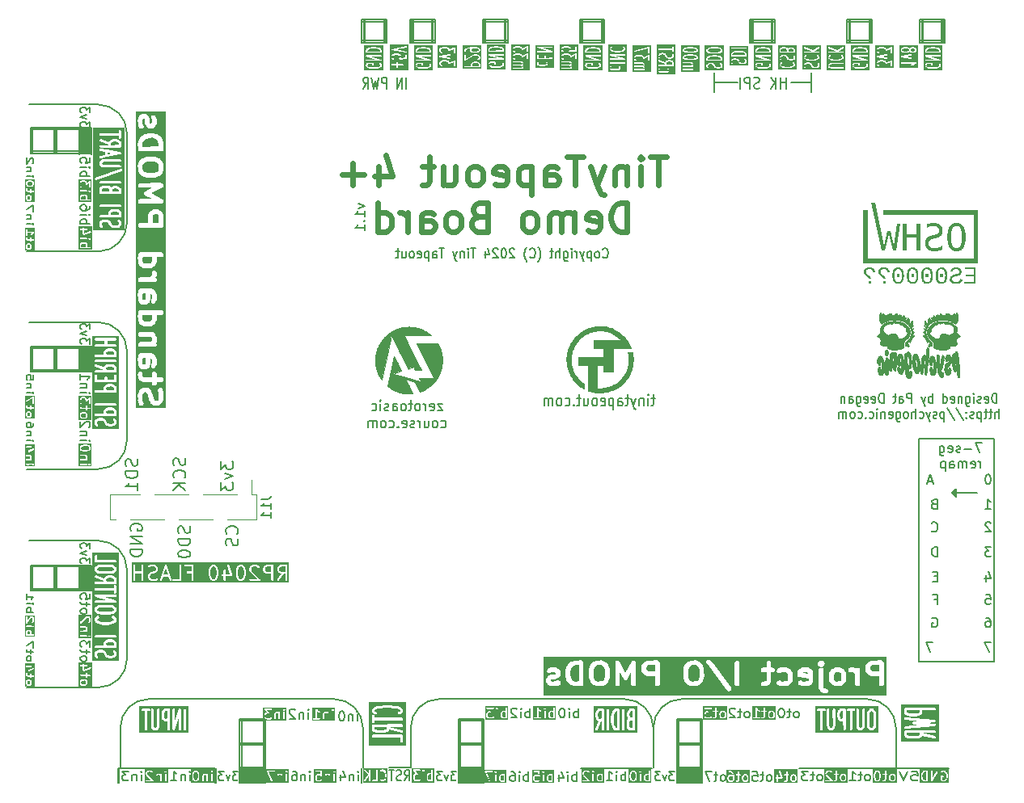
<source format=gbr>
G04 #@! TF.GenerationSoftware,KiCad,Pcbnew,8.0.1-8.0.1-1~ubuntu22.04.1*
G04 #@! TF.CreationDate,2024-04-10T21:28:56-04:00*
G04 #@! TF.ProjectId,tinytapeout-demo,74696e79-7461-4706-956f-75742d64656d,1.1.2*
G04 #@! TF.SameCoordinates,PX35e1f20PY8044ea0*
G04 #@! TF.FileFunction,Legend,Bot*
G04 #@! TF.FilePolarity,Positive*
%FSLAX46Y46*%
G04 Gerber Fmt 4.6, Leading zero omitted, Abs format (unit mm)*
G04 Created by KiCad (PCBNEW 8.0.1-8.0.1-1~ubuntu22.04.1) date 2024-04-10 21:28:56*
%MOMM*%
%LPD*%
G01*
G04 APERTURE LIST*
%ADD10C,0.200000*%
%ADD11C,0.150000*%
%ADD12C,0.275000*%
%ADD13C,0.500000*%
%ADD14C,0.170000*%
%ADD15C,0.600000*%
%ADD16C,0.007028*%
%ADD17C,0.000000*%
%ADD18C,0.010000*%
%ADD19C,0.120000*%
G04 APERTURE END LIST*
D10*
X45600000Y205000D02*
X45600000Y6900000D01*
D11*
X7700000Y48500000D02*
G75*
G02*
X10700000Y45500000I0J-3000000D01*
G01*
D10*
X76100000Y80200000D02*
X76100000Y77800000D01*
X45400000Y1800000D02*
X48050000Y1800000D01*
X25150000Y205000D02*
X25150000Y6900000D01*
D11*
X5705000Y22875000D02*
X7005000Y22875000D01*
X7005000Y20475000D01*
X5705000Y20475000D01*
X5705000Y22875000D01*
G36*
X5705000Y22875000D02*
G01*
X7005000Y22875000D01*
X7005000Y20475000D01*
X5705000Y20475000D01*
X5705000Y22875000D01*
G37*
X65800000Y6000000D02*
X65800000Y1800000D01*
D10*
X86100000Y80000000D02*
X88700000Y80000000D01*
X93700000Y80000000D02*
X96300000Y80000000D01*
X88700000Y80200000D02*
X88700000Y77800000D01*
X3305000Y43300000D02*
X3305000Y45950000D01*
X88400000Y80200000D02*
X88400000Y77800000D01*
X35600000Y80200000D02*
X35600000Y77800000D01*
D11*
X10700000Y22600000D02*
X10700000Y13200000D01*
X43400000Y9000000D02*
X62800000Y9000000D01*
D10*
X42650000Y80200000D02*
X42650000Y77800000D01*
X75900000Y80200000D02*
X78500000Y80200000D01*
X48050000Y205000D02*
X48050000Y6900000D01*
X58300000Y80200000D02*
X58300000Y77800000D01*
X93700000Y80200000D02*
X96300000Y80200000D01*
X60500000Y80200000D02*
X60500000Y77800000D01*
D11*
X9800000Y255000D02*
X9800000Y1700000D01*
D10*
X22500000Y6700000D02*
X25150000Y6700000D01*
X3305000Y20375000D02*
X3305000Y23025000D01*
X40650000Y80200000D02*
X40650000Y77800000D01*
X58100000Y80000000D02*
X60700000Y80000000D01*
X68475000Y205000D02*
X68475000Y6900000D01*
D11*
X68800000Y9000000D02*
X88200000Y9000000D01*
D10*
X35300000Y80000000D02*
X37900000Y80000000D01*
X605000Y20375000D02*
X605000Y23025000D01*
X45400000Y4400000D02*
X48050000Y4400000D01*
X70775000Y205000D02*
X70775000Y6900000D01*
X58100000Y80200000D02*
X60700000Y80200000D01*
D11*
X93600000Y36300000D02*
X93600000Y36100000D01*
D10*
X94000000Y80200000D02*
X94000000Y77800000D01*
D11*
X65800000Y1800000D02*
X65800000Y6000000D01*
D10*
X35500000Y80200000D02*
X35500000Y77800000D01*
D11*
X5705000Y68700000D02*
X7005000Y68700000D01*
X7005000Y66300000D01*
X5705000Y66300000D01*
X5705000Y68700000D01*
G36*
X5705000Y68700000D02*
G01*
X7005000Y68700000D01*
X7005000Y66300000D01*
X5705000Y66300000D01*
X5705000Y68700000D01*
G37*
D10*
X7005000Y43275000D02*
X7005000Y45925000D01*
D11*
X22600000Y1800000D02*
X25000000Y1800000D01*
X25000000Y300000D01*
X22600000Y300000D01*
X22600000Y1800000D01*
G36*
X22600000Y1800000D02*
G01*
X25000000Y1800000D01*
X25000000Y300000D01*
X22600000Y300000D01*
X22600000Y1800000D01*
G37*
X82300000Y74600000D02*
X82300000Y72600000D01*
D10*
X5705000Y66075000D02*
X5705000Y68725000D01*
X25000000Y205000D02*
X25000000Y6900000D01*
D11*
X10700000Y45500000D02*
X10700000Y36100000D01*
X7700000Y10200000D02*
X200000Y10200000D01*
D10*
X96300000Y80200000D02*
X96300000Y77800000D01*
X42950000Y78000000D02*
X40350000Y78000000D01*
D11*
X500000Y25600000D02*
X7700000Y25600000D01*
D10*
X60700000Y77800000D02*
X58100000Y77800000D01*
D11*
X7700000Y55900000D02*
X200000Y55900000D01*
D10*
X68275000Y205000D02*
X70925000Y205000D01*
D11*
X93600000Y12900000D02*
X101500000Y12900000D01*
D10*
X40350000Y77800000D02*
X40350000Y80200000D01*
D11*
X10700000Y68300000D02*
X10700000Y58900000D01*
D10*
X50250000Y80200000D02*
X50250000Y77800000D01*
D11*
X88200000Y9000000D02*
G75*
G02*
X91200000Y6000000I0J-3000000D01*
G01*
X10700000Y13200000D02*
G75*
G02*
X7700000Y10200000I-3000000J0D01*
G01*
D10*
X75900000Y77800000D02*
X75900000Y80200000D01*
X22500000Y4200000D02*
X25150000Y4200000D01*
D11*
X68375000Y1800000D02*
X70775000Y1800000D01*
X70775000Y300000D01*
X68375000Y300000D01*
X68375000Y1800000D01*
G36*
X68375000Y1800000D02*
G01*
X70775000Y1800000D01*
X70775000Y300000D01*
X68375000Y300000D01*
X68375000Y1800000D01*
G37*
D10*
X58400000Y80200000D02*
X58400000Y77800000D01*
D11*
X82300000Y73600000D02*
X80200000Y73600000D01*
D10*
X45400000Y6900000D02*
X48050000Y6900000D01*
X93700000Y77800000D02*
X93700000Y80200000D01*
X605000Y43300000D02*
X605000Y45950000D01*
D11*
X10700000Y36100000D02*
G75*
G02*
X7700000Y33100000I-3000000J0D01*
G01*
D10*
X22500000Y6900000D02*
X25150000Y6900000D01*
X7000000Y20375000D02*
X605000Y20375000D01*
D11*
X5705000Y45800000D02*
X7005000Y45800000D01*
X7005000Y43400000D01*
X5705000Y43400000D01*
X5705000Y45800000D01*
G36*
X5705000Y45800000D02*
G01*
X7005000Y45800000D01*
X7005000Y43400000D01*
X5705000Y43400000D01*
X5705000Y45800000D01*
G37*
D10*
X86100000Y77800000D02*
X86100000Y80200000D01*
X60700000Y78000000D02*
X58100000Y78000000D01*
D11*
X72200000Y73600000D02*
X74600000Y73600000D01*
D10*
X5705000Y43300000D02*
X5705000Y45950000D01*
X805000Y66200000D02*
X805000Y68850000D01*
D11*
X19900000Y255000D02*
X19900000Y1700000D01*
D10*
X48150000Y80200000D02*
X48150000Y77800000D01*
D11*
X65685000Y1700000D02*
X58185000Y1700000D01*
D10*
X7005000Y20350000D02*
X7005000Y23000000D01*
D11*
X7700000Y25600000D02*
G75*
G02*
X10700000Y22600000I0J-3000000D01*
G01*
D10*
X7000000Y23025000D02*
X605000Y23025000D01*
X86300000Y80200000D02*
X86300000Y77800000D01*
X7000000Y45950000D02*
X605000Y45950000D01*
X93900000Y80200000D02*
X93900000Y77800000D01*
X35300000Y80200000D02*
X37900000Y80200000D01*
D11*
X500000Y71300000D02*
X7700000Y71300000D01*
D10*
X48250000Y80200000D02*
X48250000Y77800000D01*
X75900000Y80000000D02*
X78500000Y80000000D01*
D11*
X40400000Y1800000D02*
X40400000Y6000000D01*
D10*
X96000000Y80200000D02*
X96000000Y77800000D01*
X78500000Y80200000D02*
X78500000Y77800000D01*
X60400000Y80200000D02*
X60400000Y77800000D01*
X68275000Y4200000D02*
X70925000Y4200000D01*
X7000000Y68850000D02*
X605000Y68850000D01*
D11*
X7700000Y71300000D02*
G75*
G02*
X10700000Y68300000I0J-3000000D01*
G01*
D10*
X78500000Y78000000D02*
X75900000Y78000000D01*
D11*
X35400000Y1800000D02*
X35400000Y6000000D01*
D10*
X76200000Y80200000D02*
X76200000Y77800000D01*
X7000000Y66200000D02*
X605000Y66200000D01*
X7005000Y43350000D02*
X7005000Y46000000D01*
X605000Y66200000D02*
X605000Y68850000D01*
X5705000Y66200000D02*
X5705000Y68850000D01*
X22500000Y4300000D02*
X25150000Y4300000D01*
X805000Y20375000D02*
X805000Y23025000D01*
D11*
X500000Y48500000D02*
X7700000Y48500000D01*
D10*
X35300000Y77800000D02*
X35300000Y80200000D01*
X3205000Y43300000D02*
X3205000Y45950000D01*
D11*
X35250000Y255000D02*
X35250000Y1700000D01*
D10*
X7000000Y43300000D02*
X605000Y43300000D01*
X45400000Y205000D02*
X48050000Y205000D01*
X37900000Y77800000D02*
X35300000Y77800000D01*
D11*
X10000000Y6000000D02*
G75*
G02*
X13000000Y9000000I3000000J0D01*
G01*
D10*
X22500000Y4400000D02*
X25150000Y4400000D01*
X45400000Y4200000D02*
X48050000Y4200000D01*
X68275000Y4400000D02*
X70925000Y4400000D01*
D11*
X93600000Y36100000D02*
X93600000Y12900000D01*
D10*
X47950000Y80000000D02*
X50550000Y80000000D01*
X5705000Y20375000D02*
X5705000Y23025000D01*
X58100000Y77800000D02*
X58100000Y80200000D01*
D11*
X10700000Y58900000D02*
G75*
G02*
X7700000Y55900000I-3000000J0D01*
G01*
X72200000Y74600000D02*
X72200000Y72600000D01*
X7700000Y33100000D02*
X200000Y33100000D01*
X40400000Y6000000D02*
G75*
G02*
X43400000Y9000000I3000000J0D01*
G01*
D10*
X86400000Y80200000D02*
X86400000Y77800000D01*
X50550000Y80200000D02*
X50550000Y77800000D01*
D11*
X97500000Y30300000D02*
X97500000Y30200000D01*
X91200000Y6000000D02*
X91200000Y1800000D01*
D10*
X7000000Y66400000D02*
X605000Y66400000D01*
X22500000Y205000D02*
X25150000Y205000D01*
X68275000Y6900000D02*
X70925000Y6900000D01*
X50550000Y78000000D02*
X47950000Y78000000D01*
X22500000Y205000D02*
X22500000Y6900000D01*
X37700000Y80200000D02*
X37700000Y77800000D01*
X99700000Y30600000D02*
X97100000Y30600000D01*
X88700000Y77800000D02*
X86100000Y77800000D01*
D11*
X32400000Y9000000D02*
G75*
G02*
X35400000Y6000000I0J-3000000D01*
G01*
D10*
X22500000Y1800000D02*
X25150000Y1800000D01*
X40350000Y80200000D02*
X42950000Y80200000D01*
X45400000Y4300000D02*
X48050000Y4300000D01*
X97100000Y30600000D02*
X97500000Y31000000D01*
D11*
X101500000Y36300000D02*
X93600000Y36300000D01*
D10*
X50550000Y77800000D02*
X47950000Y77800000D01*
X3105000Y43300000D02*
X3105000Y45950000D01*
X88500000Y80200000D02*
X88500000Y77800000D01*
X68275000Y205000D02*
X68275000Y6900000D01*
D11*
X5705000Y68575000D02*
X7005000Y68575000D01*
X7005000Y66175000D01*
X5705000Y66175000D01*
X5705000Y68575000D01*
G36*
X5705000Y68575000D02*
G01*
X7005000Y68575000D01*
X7005000Y66175000D01*
X5705000Y66175000D01*
X5705000Y68575000D01*
G37*
D10*
X805000Y43300000D02*
X805000Y45950000D01*
X7005000Y66175000D02*
X7005000Y68825000D01*
D11*
X96700000Y1700000D02*
X81045000Y1700000D01*
D10*
X7000000Y68700000D02*
X605000Y68700000D01*
D11*
X9900000Y255000D02*
X9900000Y1700000D01*
D10*
X40350000Y80000000D02*
X42950000Y80000000D01*
X47900000Y205000D02*
X47900000Y6900000D01*
X7000000Y20575000D02*
X605000Y20575000D01*
D11*
X5705000Y45875000D02*
X7005000Y45875000D01*
X7005000Y43475000D01*
X5705000Y43475000D01*
X5705000Y45875000D01*
G36*
X5705000Y45875000D02*
G01*
X7005000Y45875000D01*
X7005000Y43475000D01*
X5705000Y43475000D01*
X5705000Y45875000D01*
G37*
X20050000Y255000D02*
X20050000Y1700000D01*
X9800000Y1700000D02*
X19965000Y1700000D01*
D10*
X40550000Y80200000D02*
X40550000Y77800000D01*
X37900000Y78000000D02*
X35300000Y78000000D01*
X42750000Y80200000D02*
X42750000Y77800000D01*
X45400000Y6700000D02*
X48050000Y6700000D01*
X37900000Y80200000D02*
X37900000Y77800000D01*
X97500000Y31000000D02*
X97500000Y30300000D01*
D11*
X65800000Y6000000D02*
G75*
G02*
X68800000Y9000000I3000000J0D01*
G01*
D10*
X45400000Y205000D02*
X45400000Y6900000D01*
X78500000Y77800000D02*
X75900000Y77800000D01*
X68275000Y6700000D02*
X70925000Y6700000D01*
X7000000Y45800000D02*
X605000Y45800000D01*
X5705000Y43375000D02*
X5705000Y46025000D01*
X47950000Y77800000D02*
X47950000Y80200000D01*
X3105000Y20375000D02*
X3105000Y23025000D01*
D11*
X97400000Y30800000D02*
X97400000Y30500000D01*
D10*
X88700000Y78000000D02*
X86100000Y78000000D01*
X22700000Y205000D02*
X22700000Y6900000D01*
D11*
X101500000Y12900000D02*
X101500000Y36300000D01*
X62800000Y9000000D02*
G75*
G02*
X65800000Y6000000I0J-3000000D01*
G01*
D10*
X50350000Y80200000D02*
X50350000Y77800000D01*
X7000000Y22875000D02*
X605000Y22875000D01*
X3305000Y66200000D02*
X3305000Y68850000D01*
D11*
X10000000Y1800000D02*
X10000000Y6000000D01*
D10*
X3205000Y66200000D02*
X3205000Y68850000D01*
X3105000Y66200000D02*
X3105000Y68850000D01*
X96300000Y77800000D02*
X93700000Y77800000D01*
X60700000Y80200000D02*
X60700000Y77800000D01*
X7000000Y43500000D02*
X605000Y43500000D01*
X96100000Y80200000D02*
X96100000Y77800000D01*
X68275000Y1800000D02*
X70925000Y1800000D01*
X86100000Y80200000D02*
X88700000Y80200000D01*
X42950000Y77800000D02*
X40350000Y77800000D01*
X97500000Y30200000D02*
X97100000Y30600000D01*
X78300000Y80200000D02*
X78300000Y77800000D01*
X42950000Y80200000D02*
X42950000Y77800000D01*
X47950000Y80200000D02*
X50550000Y80200000D01*
X7005000Y66050000D02*
X7005000Y68700000D01*
X70925000Y205000D02*
X70925000Y6900000D01*
X37600000Y80200000D02*
X37600000Y77800000D01*
X68275000Y4300000D02*
X70925000Y4300000D01*
X78200000Y80200000D02*
X78200000Y77800000D01*
D11*
X13000000Y9000000D02*
X32400000Y9000000D01*
D10*
X3205000Y20375000D02*
X3205000Y23025000D01*
D11*
X45500000Y1800000D02*
X47900000Y1800000D01*
X47900000Y300000D01*
X45500000Y300000D01*
X45500000Y1800000D01*
G36*
X45500000Y1800000D02*
G01*
X47900000Y1800000D01*
X47900000Y300000D01*
X45500000Y300000D01*
X45500000Y1800000D01*
G37*
D10*
X96300000Y78000000D02*
X93700000Y78000000D01*
D11*
X75698684Y7035181D02*
X75798684Y7082800D01*
X75798684Y7082800D02*
X75848684Y7130420D01*
X75848684Y7130420D02*
X75898684Y7225658D01*
X75898684Y7225658D02*
X75898684Y7511372D01*
X75898684Y7511372D02*
X75848684Y7606610D01*
X75848684Y7606610D02*
X75798684Y7654229D01*
X75798684Y7654229D02*
X75698684Y7701848D01*
X75698684Y7701848D02*
X75548684Y7701848D01*
X75548684Y7701848D02*
X75448684Y7654229D01*
X75448684Y7654229D02*
X75398684Y7606610D01*
X75398684Y7606610D02*
X75348684Y7511372D01*
X75348684Y7511372D02*
X75348684Y7225658D01*
X75348684Y7225658D02*
X75398684Y7130420D01*
X75398684Y7130420D02*
X75448684Y7082800D01*
X75448684Y7082800D02*
X75548684Y7035181D01*
X75548684Y7035181D02*
X75698684Y7035181D01*
X75048684Y7701848D02*
X74648684Y7701848D01*
X74898684Y8035181D02*
X74898684Y7178039D01*
X74898684Y7178039D02*
X74848684Y7082800D01*
X74848684Y7082800D02*
X74748684Y7035181D01*
X74748684Y7035181D02*
X74648684Y7035181D01*
X74348684Y7939943D02*
X74298684Y7987562D01*
X74298684Y7987562D02*
X74198684Y8035181D01*
X74198684Y8035181D02*
X73948684Y8035181D01*
X73948684Y8035181D02*
X73848684Y7987562D01*
X73848684Y7987562D02*
X73798684Y7939943D01*
X73798684Y7939943D02*
X73748684Y7844705D01*
X73748684Y7844705D02*
X73748684Y7749467D01*
X73748684Y7749467D02*
X73798684Y7606610D01*
X73798684Y7606610D02*
X74398684Y7035181D01*
X74398684Y7035181D02*
X73748684Y7035181D01*
X17298684Y435181D02*
X17298684Y1101848D01*
X17298684Y1435181D02*
X17348684Y1387562D01*
X17348684Y1387562D02*
X17298684Y1339943D01*
X17298684Y1339943D02*
X17248684Y1387562D01*
X17248684Y1387562D02*
X17298684Y1435181D01*
X17298684Y1435181D02*
X17298684Y1339943D01*
X16798684Y1101848D02*
X16798684Y435181D01*
X16798684Y1006610D02*
X16748684Y1054229D01*
X16748684Y1054229D02*
X16648684Y1101848D01*
X16648684Y1101848D02*
X16498684Y1101848D01*
X16498684Y1101848D02*
X16398684Y1054229D01*
X16398684Y1054229D02*
X16348684Y958991D01*
X16348684Y958991D02*
X16348684Y435181D01*
X15298684Y435181D02*
X15898684Y435181D01*
X15598684Y435181D02*
X15598684Y1435181D01*
X15598684Y1435181D02*
X15698684Y1292324D01*
X15698684Y1292324D02*
X15798684Y1197086D01*
X15798684Y1197086D02*
X15898684Y1149467D01*
X101158458Y14930181D02*
X100491792Y14930181D01*
X100491792Y14930181D02*
X100920363Y13930181D01*
X6830180Y68929888D02*
X6830180Y69487031D01*
X6830180Y69487031D02*
X6449228Y69187031D01*
X6449228Y69187031D02*
X6449228Y69315602D01*
X6449228Y69315602D02*
X6401609Y69401316D01*
X6401609Y69401316D02*
X6353990Y69444174D01*
X6353990Y69444174D02*
X6258752Y69487031D01*
X6258752Y69487031D02*
X6020657Y69487031D01*
X6020657Y69487031D02*
X5925419Y69444174D01*
X5925419Y69444174D02*
X5877800Y69401316D01*
X5877800Y69401316D02*
X5830180Y69315602D01*
X5830180Y69315602D02*
X5830180Y69058459D01*
X5830180Y69058459D02*
X5877800Y68972745D01*
X5877800Y68972745D02*
X5925419Y68929888D01*
X6496847Y69787031D02*
X5830180Y70001317D01*
X5830180Y70001317D02*
X6496847Y70215602D01*
X6830180Y70472745D02*
X6830180Y71029888D01*
X6830180Y71029888D02*
X6449228Y70729888D01*
X6449228Y70729888D02*
X6449228Y70858459D01*
X6449228Y70858459D02*
X6401609Y70944173D01*
X6401609Y70944173D02*
X6353990Y70987031D01*
X6353990Y70987031D02*
X6258752Y71029888D01*
X6258752Y71029888D02*
X6020657Y71029888D01*
X6020657Y71029888D02*
X5925419Y70987031D01*
X5925419Y70987031D02*
X5877800Y70944173D01*
X5877800Y70944173D02*
X5830180Y70858459D01*
X5830180Y70858459D02*
X5830180Y70601316D01*
X5830180Y70601316D02*
X5877800Y70515602D01*
X5877800Y70515602D02*
X5925419Y70472745D01*
X57948684Y7035181D02*
X57948684Y8035181D01*
X57948684Y7654229D02*
X57848684Y7701848D01*
X57848684Y7701848D02*
X57648684Y7701848D01*
X57648684Y7701848D02*
X57548684Y7654229D01*
X57548684Y7654229D02*
X57498684Y7606610D01*
X57498684Y7606610D02*
X57448684Y7511372D01*
X57448684Y7511372D02*
X57448684Y7225658D01*
X57448684Y7225658D02*
X57498684Y7130420D01*
X57498684Y7130420D02*
X57548684Y7082800D01*
X57548684Y7082800D02*
X57648684Y7035181D01*
X57648684Y7035181D02*
X57848684Y7035181D01*
X57848684Y7035181D02*
X57948684Y7082800D01*
X56998684Y7035181D02*
X56998684Y7701848D01*
X56998684Y8035181D02*
X57048684Y7987562D01*
X57048684Y7987562D02*
X56998684Y7939943D01*
X56998684Y7939943D02*
X56948684Y7987562D01*
X56948684Y7987562D02*
X56998684Y8035181D01*
X56998684Y8035181D02*
X56998684Y7939943D01*
X56298684Y8035181D02*
X56198684Y8035181D01*
X56198684Y8035181D02*
X56098684Y7987562D01*
X56098684Y7987562D02*
X56048684Y7939943D01*
X56048684Y7939943D02*
X55998684Y7844705D01*
X55998684Y7844705D02*
X55948684Y7654229D01*
X55948684Y7654229D02*
X55948684Y7416134D01*
X55948684Y7416134D02*
X55998684Y7225658D01*
X55998684Y7225658D02*
X56048684Y7130420D01*
X56048684Y7130420D02*
X56098684Y7082800D01*
X56098684Y7082800D02*
X56198684Y7035181D01*
X56198684Y7035181D02*
X56298684Y7035181D01*
X56298684Y7035181D02*
X56398684Y7082800D01*
X56398684Y7082800D02*
X56448684Y7130420D01*
X56448684Y7130420D02*
X56498684Y7225658D01*
X56498684Y7225658D02*
X56548684Y7416134D01*
X56548684Y7416134D02*
X56548684Y7654229D01*
X56548684Y7654229D02*
X56498684Y7844705D01*
X56498684Y7844705D02*
X56448684Y7939943D01*
X56448684Y7939943D02*
X56398684Y7987562D01*
X56398684Y7987562D02*
X56298684Y8035181D01*
G36*
X77387816Y77174594D02*
G01*
X77661206Y77139464D01*
X77664117Y77138372D01*
X77794126Y77104936D01*
X77915270Y77041591D01*
X77965723Y76962572D01*
X77966396Y76866723D01*
X76615067Y76865437D01*
X76614408Y76959234D01*
X76663218Y77039032D01*
X76777518Y77101195D01*
X76905012Y77136408D01*
X76907640Y77136498D01*
X77180600Y77174216D01*
X77183442Y77173936D01*
X77385209Y77175207D01*
X77387816Y77174594D01*
G37*
G36*
X78282252Y74873935D02*
G01*
X76298918Y74873935D01*
X76298918Y75458460D01*
X76465585Y75458460D01*
X76465621Y75456184D01*
X76465620Y75456177D01*
X76465621Y75456172D01*
X76466684Y75389166D01*
X76465620Y75384553D01*
X76466876Y75377047D01*
X76467026Y75367637D01*
X76469419Y75361860D01*
X76470452Y75355691D01*
X76476985Y75342519D01*
X76544730Y75236417D01*
X76545902Y75232568D01*
X76551656Y75225571D01*
X76557391Y75216588D01*
X76561380Y75213743D01*
X76564488Y75209964D01*
X76576720Y75201806D01*
X76715730Y75129119D01*
X76721780Y75124488D01*
X76731703Y75120766D01*
X76733165Y75120002D01*
X76733943Y75119927D01*
X76735546Y75119325D01*
X76870005Y75084745D01*
X76873502Y75082718D01*
X76887816Y75079356D01*
X77164590Y75043791D01*
X77168810Y75042043D01*
X77183442Y75040602D01*
X77388664Y75041894D01*
X77392946Y75040754D01*
X77407640Y75041260D01*
X77683893Y75079433D01*
X77688257Y75078853D01*
X77702767Y75081230D01*
X77840496Y75119270D01*
X77848004Y75120002D01*
X77857798Y75124049D01*
X77859390Y75124488D01*
X77860008Y75124962D01*
X77861593Y75125616D01*
X77995907Y75198665D01*
X77999953Y75199598D01*
X78007436Y75204935D01*
X78016682Y75209963D01*
X78019792Y75213746D01*
X78023779Y75216589D01*
X78032756Y75228233D01*
X78099192Y75336849D01*
X78102945Y75340601D01*
X78106001Y75347981D01*
X78110718Y75355691D01*
X78111750Y75361860D01*
X78114144Y75367637D01*
X78115585Y75382269D01*
X78114275Y75499432D01*
X78114578Y75508807D01*
X78114158Y75509921D01*
X78114144Y75511187D01*
X78108999Y75523607D01*
X78104256Y75536191D01*
X78103237Y75537518D01*
X78102945Y75538223D01*
X78101867Y75539301D01*
X78095300Y75547851D01*
X78012812Y75633730D01*
X77986151Y75645794D01*
X77956903Y75646737D01*
X77929520Y75636416D01*
X77908171Y75616401D01*
X77896107Y75589740D01*
X77895164Y75560492D01*
X77905485Y75533109D01*
X77914441Y75521449D01*
X77965905Y75467869D01*
X77966607Y75405054D01*
X77917950Y75325506D01*
X77803654Y75263345D01*
X77676157Y75228131D01*
X77673530Y75228040D01*
X77400569Y75190323D01*
X77397728Y75190602D01*
X77195960Y75189332D01*
X77193355Y75189944D01*
X76919963Y75225075D01*
X76917053Y75226166D01*
X76787043Y75259603D01*
X76665899Y75322947D01*
X76615268Y75402246D01*
X76614733Y75435955D01*
X76663350Y75515439D01*
X76700340Y75535889D01*
X77109078Y75537033D01*
X77109883Y75443828D01*
X77121082Y75416792D01*
X77141774Y75396100D01*
X77168810Y75384901D01*
X77198074Y75384901D01*
X77225110Y75396100D01*
X77245802Y75416792D01*
X77257001Y75443828D01*
X77258442Y75458460D01*
X77257001Y75625473D01*
X77245802Y75652509D01*
X77225110Y75673201D01*
X77198074Y75684400D01*
X77183442Y75685841D01*
X76694153Y75684471D01*
X76690861Y75685473D01*
X76680191Y75684432D01*
X76668810Y75684400D01*
X76665403Y75682989D01*
X76661736Y75682631D01*
X76648147Y75677017D01*
X76584683Y75641930D01*
X76581217Y75641130D01*
X76574248Y75636161D01*
X76564487Y75630764D01*
X76561379Y75626984D01*
X76557391Y75624140D01*
X76548414Y75612495D01*
X76481976Y75503880D01*
X76478225Y75500128D01*
X76475169Y75492751D01*
X76470452Y75485039D01*
X76469419Y75478870D01*
X76467026Y75473092D01*
X76465585Y75458460D01*
X76298918Y75458460D01*
X76298918Y76418289D01*
X76465956Y76418289D01*
X76467026Y76407277D01*
X76467026Y76396209D01*
X76468430Y76392818D01*
X76468786Y76389162D01*
X76473992Y76379392D01*
X76478225Y76369173D01*
X76480820Y76366578D01*
X76482547Y76363337D01*
X76491093Y76356305D01*
X76498917Y76348481D01*
X76502308Y76347077D01*
X76505144Y76344743D01*
X76518721Y76339099D01*
X77542120Y76028224D01*
X76525953Y76027257D01*
X76498917Y76016058D01*
X76478225Y75995366D01*
X76467026Y75968330D01*
X76467026Y75939066D01*
X76478225Y75912030D01*
X76498917Y75891338D01*
X76525953Y75880139D01*
X76540585Y75878698D01*
X78029694Y75880115D01*
X78033137Y75879069D01*
X78044035Y75880129D01*
X78055217Y75880139D01*
X78058611Y75881546D01*
X78062263Y75881900D01*
X78072023Y75887101D01*
X78082253Y75891338D01*
X78084850Y75893936D01*
X78088089Y75895661D01*
X78095118Y75904204D01*
X78102945Y75912030D01*
X78104349Y75915422D01*
X78106683Y75918257D01*
X78109908Y75928841D01*
X78114144Y75939066D01*
X78114144Y75942739D01*
X78115214Y75946250D01*
X78114144Y75957259D01*
X78114144Y75968330D01*
X78112738Y75971725D01*
X78112383Y75975377D01*
X78107181Y75985139D01*
X78102945Y75995366D01*
X78100347Y75997964D01*
X78098622Y76001202D01*
X78090081Y76008230D01*
X78082253Y76016058D01*
X78078859Y76017464D01*
X78076025Y76019796D01*
X78062449Y76025440D01*
X77039049Y76336316D01*
X78055217Y76337282D01*
X78082253Y76348481D01*
X78102945Y76369173D01*
X78114144Y76396209D01*
X78114144Y76425473D01*
X78102945Y76452509D01*
X78082253Y76473201D01*
X78055217Y76484400D01*
X78040585Y76485841D01*
X76551475Y76484425D01*
X76548033Y76485470D01*
X76537129Y76484411D01*
X76525953Y76484400D01*
X76522561Y76482996D01*
X76518906Y76482640D01*
X76509135Y76477434D01*
X76498917Y76473201D01*
X76496321Y76470606D01*
X76493081Y76468879D01*
X76486048Y76460333D01*
X76478225Y76452509D01*
X76476820Y76449118D01*
X76474487Y76446282D01*
X76471261Y76435699D01*
X76467026Y76425473D01*
X76467026Y76421801D01*
X76465956Y76418289D01*
X76298918Y76418289D01*
X76298918Y76982269D01*
X76465585Y76982269D01*
X76467026Y76777161D01*
X76478225Y76750125D01*
X76498917Y76729433D01*
X76525953Y76718234D01*
X76540585Y76716793D01*
X78055217Y76718234D01*
X78082253Y76729433D01*
X78102945Y76750125D01*
X78114144Y76777161D01*
X78115585Y76791793D01*
X78114300Y76974573D01*
X78115550Y76979985D01*
X78114206Y76988011D01*
X78114144Y76996901D01*
X78111750Y77002679D01*
X78110718Y77008847D01*
X78104185Y77022019D01*
X78036438Y77128123D01*
X78035267Y77131970D01*
X78029512Y77138969D01*
X78023779Y77147949D01*
X78019792Y77150793D01*
X78016682Y77154575D01*
X78004450Y77162732D01*
X77865441Y77235419D01*
X77859390Y77240050D01*
X77849462Y77243774D01*
X77848004Y77244536D01*
X77847226Y77244612D01*
X77845624Y77245213D01*
X77711164Y77279794D01*
X77707668Y77281820D01*
X77693355Y77285182D01*
X77416579Y77320748D01*
X77412360Y77322495D01*
X77397728Y77323936D01*
X77192505Y77322645D01*
X77188224Y77323784D01*
X77173530Y77323278D01*
X76897276Y77285106D01*
X76892913Y77285685D01*
X76878403Y77283308D01*
X76740674Y77245269D01*
X76733165Y77244536D01*
X76723375Y77240491D01*
X76721780Y77240050D01*
X76721159Y77239575D01*
X76719577Y77238921D01*
X76585265Y77165875D01*
X76581217Y77164940D01*
X76573725Y77159598D01*
X76564488Y77154574D01*
X76561380Y77150796D01*
X76557391Y77147950D01*
X76548414Y77136305D01*
X76481977Y77027690D01*
X76478225Y77023937D01*
X76475168Y77016558D01*
X76470452Y77008847D01*
X76469419Y77002679D01*
X76467026Y76996901D01*
X76465585Y76982269D01*
X76298918Y76982269D01*
X76298918Y77490603D01*
X78282252Y77490603D01*
X78282252Y74873935D01*
G37*
X6830180Y46229888D02*
X6830180Y46787031D01*
X6830180Y46787031D02*
X6449228Y46487031D01*
X6449228Y46487031D02*
X6449228Y46615602D01*
X6449228Y46615602D02*
X6401609Y46701316D01*
X6401609Y46701316D02*
X6353990Y46744174D01*
X6353990Y46744174D02*
X6258752Y46787031D01*
X6258752Y46787031D02*
X6020657Y46787031D01*
X6020657Y46787031D02*
X5925419Y46744174D01*
X5925419Y46744174D02*
X5877800Y46701316D01*
X5877800Y46701316D02*
X5830180Y46615602D01*
X5830180Y46615602D02*
X5830180Y46358459D01*
X5830180Y46358459D02*
X5877800Y46272745D01*
X5877800Y46272745D02*
X5925419Y46229888D01*
X6496847Y47087031D02*
X5830180Y47301317D01*
X5830180Y47301317D02*
X6496847Y47515602D01*
X6830180Y47772745D02*
X6830180Y48329888D01*
X6830180Y48329888D02*
X6449228Y48029888D01*
X6449228Y48029888D02*
X6449228Y48158459D01*
X6449228Y48158459D02*
X6401609Y48244173D01*
X6401609Y48244173D02*
X6353990Y48287031D01*
X6353990Y48287031D02*
X6258752Y48329888D01*
X6258752Y48329888D02*
X6020657Y48329888D01*
X6020657Y48329888D02*
X5925419Y48287031D01*
X5925419Y48287031D02*
X5877800Y48244173D01*
X5877800Y48244173D02*
X5830180Y48158459D01*
X5830180Y48158459D02*
X5830180Y47901316D01*
X5830180Y47901316D02*
X5877800Y47815602D01*
X5877800Y47815602D02*
X5925419Y47772745D01*
X100539411Y28930181D02*
X101110839Y28930181D01*
X100825125Y28930181D02*
X100825125Y29930181D01*
X100825125Y29930181D02*
X100920363Y29787324D01*
X100920363Y29787324D02*
X101015601Y29692086D01*
X101015601Y29692086D02*
X101110839Y29644467D01*
G36*
X7016291Y15366311D02*
G01*
X5644069Y15366311D01*
X5644069Y15586684D01*
X5756621Y15586684D01*
X5767820Y15559648D01*
X5788512Y15538956D01*
X5815548Y15527757D01*
X5830180Y15526316D01*
X6511479Y15527757D01*
X6538515Y15538956D01*
X6559207Y15559648D01*
X6570406Y15586684D01*
X6570406Y15588483D01*
X6661048Y15588483D01*
X6661383Y15587615D01*
X6661383Y15586684D01*
X6661739Y15585824D01*
X6661762Y15584895D01*
X6666960Y15573161D01*
X6671584Y15561181D01*
X6672357Y15560191D01*
X6672582Y15559648D01*
X6673238Y15558992D01*
X6673616Y15558140D01*
X6674950Y15556869D01*
X6680632Y15549592D01*
X6721023Y15508617D01*
X6721235Y15508140D01*
X6725460Y15504116D01*
X6739385Y15489990D01*
X6741081Y15489239D01*
X6742426Y15487958D01*
X6754400Y15483338D01*
X6766141Y15478135D01*
X6767997Y15478090D01*
X6769728Y15477422D01*
X6782552Y15477736D01*
X6795395Y15477422D01*
X6797127Y15478091D01*
X6798982Y15478136D01*
X6810713Y15483334D01*
X6822696Y15487958D01*
X6824040Y15489239D01*
X6825737Y15489990D01*
X6836871Y15499592D01*
X6885308Y15552238D01*
X6891506Y15558140D01*
X6891883Y15558992D01*
X6892540Y15559648D01*
X6892878Y15560466D01*
X6893538Y15561182D01*
X6898155Y15573148D01*
X6903361Y15584895D01*
X6903383Y15585827D01*
X6903739Y15586684D01*
X6903739Y15587615D01*
X6904074Y15588483D01*
X6903761Y15601316D01*
X6904074Y15614149D01*
X6903739Y15615018D01*
X6903739Y15615948D01*
X6903383Y15616806D01*
X6903361Y15617737D01*
X6898155Y15629485D01*
X6893538Y15641450D01*
X6892765Y15642440D01*
X6892540Y15642984D01*
X6891883Y15643641D01*
X6891506Y15644492D01*
X6890170Y15645764D01*
X6884491Y15653040D01*
X6844097Y15694017D01*
X6843887Y15694492D01*
X6839665Y15698513D01*
X6825737Y15712642D01*
X6824040Y15713394D01*
X6822696Y15714674D01*
X6810713Y15719299D01*
X6798982Y15724496D01*
X6797127Y15724542D01*
X6795395Y15725210D01*
X6782552Y15724897D01*
X6769728Y15725210D01*
X6767997Y15724543D01*
X6766141Y15724497D01*
X6754400Y15719295D01*
X6742426Y15714674D01*
X6741081Y15713394D01*
X6739385Y15712642D01*
X6728251Y15703040D01*
X6679806Y15650389D01*
X6673616Y15644492D01*
X6673238Y15643641D01*
X6672582Y15642984D01*
X6672244Y15642169D01*
X6671584Y15641451D01*
X6666960Y15629472D01*
X6661762Y15617737D01*
X6661739Y15616809D01*
X6661383Y15615948D01*
X6661383Y15615018D01*
X6661048Y15614149D01*
X6661361Y15601316D01*
X6661048Y15588483D01*
X6570406Y15588483D01*
X6570406Y15615948D01*
X6559207Y15642984D01*
X6538515Y15663676D01*
X6511479Y15674875D01*
X6496847Y15676316D01*
X5815548Y15674875D01*
X5788512Y15663676D01*
X5767820Y15642984D01*
X5756621Y15615948D01*
X5756621Y15586684D01*
X5644069Y15586684D01*
X5644069Y16086684D01*
X5756621Y16086684D01*
X5767820Y16059648D01*
X5788512Y16038956D01*
X5815548Y16027757D01*
X5830180Y16026316D01*
X6388581Y16027498D01*
X6388776Y16027422D01*
X6392161Y16027505D01*
X6511479Y16027757D01*
X6538515Y16038956D01*
X6559207Y16059648D01*
X6570406Y16086684D01*
X6570406Y16115948D01*
X6559207Y16142984D01*
X6538515Y16163676D01*
X6537711Y16164009D01*
X6558458Y16208900D01*
X6559207Y16209648D01*
X6562686Y16218048D01*
X6569551Y16232901D01*
X6569652Y16234866D01*
X6570406Y16236684D01*
X6571847Y16251316D01*
X6570639Y16389309D01*
X6571064Y16390506D01*
X6570540Y16400626D01*
X6570406Y16415948D01*
X6569652Y16417767D01*
X6569551Y16419731D01*
X6564562Y16433561D01*
X6517454Y16529626D01*
X6515108Y16537161D01*
X6511831Y16541094D01*
X6509351Y16546152D01*
X6502383Y16552434D01*
X6496376Y16559644D01*
X6489025Y16564477D01*
X6487616Y16565747D01*
X6486478Y16566151D01*
X6484090Y16567721D01*
X6397393Y16611941D01*
X6395658Y16613676D01*
X6386784Y16617352D01*
X6375228Y16623246D01*
X6371802Y16623558D01*
X6368622Y16624875D01*
X6353990Y16626316D01*
X5815548Y16624875D01*
X5788512Y16613676D01*
X5767820Y16592984D01*
X5756621Y16565948D01*
X5756621Y16536684D01*
X5767820Y16509648D01*
X5788512Y16488956D01*
X5815548Y16477757D01*
X5830180Y16476316D01*
X6333338Y16477663D01*
X6391962Y16447762D01*
X6421976Y16386555D01*
X6422993Y16270280D01*
X6388890Y16196490D01*
X6370083Y16176048D01*
X5815548Y16174875D01*
X5788512Y16163676D01*
X5767820Y16142984D01*
X5756621Y16115948D01*
X5756621Y16086684D01*
X5644069Y16086684D01*
X5644069Y17601316D01*
X5755180Y17601316D01*
X5756559Y16964860D01*
X5756286Y16964150D01*
X5756588Y16951764D01*
X5756621Y16936684D01*
X5756977Y16935824D01*
X5757000Y16934895D01*
X5762563Y16922338D01*
X5767820Y16909648D01*
X5768476Y16908992D01*
X5768854Y16908140D01*
X5778808Y16898660D01*
X5788512Y16888956D01*
X5789370Y16888601D01*
X5790045Y16887958D01*
X5802869Y16883009D01*
X5815548Y16877757D01*
X5816478Y16877757D01*
X5817346Y16877422D01*
X5831072Y16877757D01*
X5844812Y16877757D01*
X5845672Y16878114D01*
X5846601Y16878136D01*
X5859158Y16883700D01*
X5871848Y16888956D01*
X5872504Y16889613D01*
X5873356Y16889990D01*
X5884490Y16899592D01*
X6440791Y17485711D01*
X6554006Y17526442D01*
X6619756Y17527304D01*
X6687249Y17492880D01*
X6718931Y17460739D01*
X6755259Y17386656D01*
X6756436Y17170518D01*
X6722223Y17096490D01*
X6671584Y17041451D01*
X6661048Y17014149D01*
X6661762Y16984895D01*
X6673616Y16958140D01*
X6694807Y16937958D01*
X6722109Y16927422D01*
X6751363Y16928136D01*
X6778118Y16939990D01*
X6789252Y16949592D01*
X6836285Y17000712D01*
X6842684Y17006480D01*
X6844758Y17009922D01*
X6845919Y17011182D01*
X6846629Y17013025D01*
X6850276Y17019071D01*
X6891791Y17108900D01*
X6892540Y17109648D01*
X6896019Y17118048D01*
X6902884Y17132901D01*
X6902985Y17134866D01*
X6903739Y17136684D01*
X6905180Y17151316D01*
X6903885Y17389065D01*
X6904397Y17390506D01*
X6903816Y17401720D01*
X6903739Y17415948D01*
X6902985Y17417767D01*
X6902884Y17419731D01*
X6897895Y17433561D01*
X6849352Y17532553D01*
X6845919Y17541450D01*
X6843419Y17544653D01*
X6842684Y17546152D01*
X6841214Y17547477D01*
X6836872Y17553040D01*
X6787640Y17602983D01*
X6782090Y17609644D01*
X6779201Y17611544D01*
X6778118Y17612642D01*
X6776313Y17613442D01*
X6769804Y17617721D01*
X6683107Y17661941D01*
X6681372Y17663676D01*
X6672498Y17667352D01*
X6660942Y17673246D01*
X6657516Y17673558D01*
X6654336Y17674875D01*
X6639704Y17676316D01*
X6543362Y17675053D01*
X6533976Y17675579D01*
X6531151Y17674893D01*
X6529834Y17674875D01*
X6528061Y17674141D01*
X6519689Y17672105D01*
X6387515Y17624553D01*
X6385189Y17624496D01*
X6375819Y17620345D01*
X6363498Y17615912D01*
X6361222Y17613878D01*
X6358433Y17612642D01*
X6347299Y17603040D01*
X5904777Y17136801D01*
X5903739Y17615948D01*
X5892540Y17642984D01*
X5871848Y17663676D01*
X5844812Y17674875D01*
X5815548Y17674875D01*
X5788512Y17663676D01*
X5767820Y17642984D01*
X5756621Y17615948D01*
X5755180Y17601316D01*
X5644069Y17601316D01*
X5644069Y17787427D01*
X7016291Y17787427D01*
X7016291Y15366311D01*
G37*
G36*
X73203511Y7593892D02*
G01*
X73236921Y7563152D01*
X73273762Y7494945D01*
X73274956Y7246164D01*
X73240247Y7178115D01*
X73208106Y7146430D01*
X73133922Y7110052D01*
X73017647Y7109035D01*
X72943857Y7143138D01*
X72910446Y7173878D01*
X72873605Y7242086D01*
X72872411Y7490866D01*
X72907120Y7558918D01*
X72939261Y7590600D01*
X73013445Y7626978D01*
X73129720Y7627995D01*
X73203511Y7593892D01*
G37*
G36*
X73534795Y6849070D02*
G01*
X71012573Y6849070D01*
X71012573Y7463753D01*
X71123684Y7463753D01*
X71124980Y7236385D01*
X71124102Y7233564D01*
X71125056Y7223077D01*
X71125125Y7211026D01*
X71126442Y7207846D01*
X71126754Y7204420D01*
X71132279Y7190795D01*
X71183469Y7096022D01*
X71187358Y7087245D01*
X71189638Y7084600D01*
X71190356Y7083272D01*
X71191874Y7082007D01*
X71196959Y7076110D01*
X71248082Y7029072D01*
X71253848Y7022677D01*
X71257286Y7020604D01*
X71258548Y7019443D01*
X71260390Y7018732D01*
X71266439Y7015085D01*
X71356267Y6973570D01*
X71357016Y6972821D01*
X71365415Y6969342D01*
X71380269Y6962477D01*
X71382233Y6962376D01*
X71384052Y6961622D01*
X71398684Y6960181D01*
X71686367Y6961499D01*
X71687874Y6960964D01*
X71699348Y6961559D01*
X71713316Y6961622D01*
X71715134Y6962376D01*
X71717099Y6962477D01*
X71730929Y6967466D01*
X71829923Y7016010D01*
X71838819Y7019443D01*
X71840235Y7020549D01*
X72025125Y7020549D01*
X72036324Y6993513D01*
X72057016Y6972821D01*
X72084052Y6961622D01*
X72098684Y6960181D01*
X72186953Y6961291D01*
X72187874Y6960964D01*
X72196500Y6961411D01*
X72213316Y6961622D01*
X72215134Y6962376D01*
X72217099Y6962477D01*
X72230929Y6967466D01*
X72326993Y7014574D01*
X72334529Y7016920D01*
X72338461Y7020197D01*
X72343520Y7022677D01*
X72349801Y7029645D01*
X72357012Y7035652D01*
X72361844Y7043003D01*
X72363115Y7044412D01*
X72363518Y7045550D01*
X72365089Y7047938D01*
X72409307Y7134635D01*
X72411044Y7136371D01*
X72414721Y7145249D01*
X72420614Y7156802D01*
X72420925Y7160227D01*
X72422243Y7163407D01*
X72423684Y7178039D01*
X72423133Y7511372D01*
X72723684Y7511372D01*
X72725002Y7236457D01*
X72724102Y7233564D01*
X72725067Y7222951D01*
X72725125Y7211026D01*
X72726442Y7207846D01*
X72726754Y7204420D01*
X72732279Y7190795D01*
X72783469Y7096022D01*
X72787358Y7087245D01*
X72789638Y7084600D01*
X72790356Y7083272D01*
X72791874Y7082007D01*
X72796959Y7076110D01*
X72848082Y7029072D01*
X72853848Y7022677D01*
X72857286Y7020604D01*
X72858548Y7019443D01*
X72860390Y7018732D01*
X72866439Y7015085D01*
X72956267Y6973570D01*
X72957016Y6972821D01*
X72965415Y6969342D01*
X72980269Y6962477D01*
X72982233Y6962376D01*
X72984052Y6961622D01*
X72998684Y6960181D01*
X73136676Y6961389D01*
X73137874Y6960964D01*
X73147993Y6961488D01*
X73163316Y6961622D01*
X73165134Y6962376D01*
X73167099Y6962477D01*
X73180929Y6967466D01*
X73279923Y7016010D01*
X73288819Y7019443D01*
X73292019Y7021942D01*
X73293520Y7022677D01*
X73294845Y7024148D01*
X73300409Y7028490D01*
X73350345Y7077718D01*
X73357012Y7083272D01*
X73358913Y7086164D01*
X73360010Y7087245D01*
X73360807Y7089045D01*
X73365089Y7095557D01*
X73409308Y7182255D01*
X73411044Y7183990D01*
X73414719Y7192864D01*
X73420614Y7204420D01*
X73420925Y7207847D01*
X73422243Y7211026D01*
X73423684Y7225658D01*
X73422365Y7500575D01*
X73423266Y7503467D01*
X73422300Y7514081D01*
X73422243Y7526004D01*
X73420925Y7529184D01*
X73420614Y7532610D01*
X73415089Y7546235D01*
X73363902Y7641002D01*
X73360010Y7649786D01*
X73357728Y7652432D01*
X73357012Y7653758D01*
X73355493Y7655024D01*
X73350408Y7660920D01*
X73299284Y7707958D01*
X73293520Y7714352D01*
X73290081Y7716426D01*
X73288819Y7717587D01*
X73286974Y7718299D01*
X73280929Y7721944D01*
X73191100Y7763460D01*
X73190352Y7764208D01*
X73181952Y7767688D01*
X73167099Y7774552D01*
X73165134Y7774654D01*
X73163316Y7775407D01*
X73148684Y7776848D01*
X73010691Y7775641D01*
X73009494Y7776065D01*
X72999374Y7775542D01*
X72984052Y7775407D01*
X72982233Y7774654D01*
X72980269Y7774552D01*
X72966439Y7769563D01*
X72867447Y7721021D01*
X72858550Y7717587D01*
X72855347Y7715088D01*
X72853848Y7714352D01*
X72852523Y7712883D01*
X72846960Y7708540D01*
X72797017Y7659309D01*
X72790356Y7653758D01*
X72788456Y7650870D01*
X72787358Y7649786D01*
X72786558Y7647982D01*
X72782279Y7641472D01*
X72738059Y7554776D01*
X72736324Y7553040D01*
X72732648Y7544167D01*
X72726754Y7532610D01*
X72726442Y7529185D01*
X72725125Y7526004D01*
X72723684Y7511372D01*
X72423133Y7511372D01*
X72422940Y7627975D01*
X72513316Y7628289D01*
X72540352Y7639488D01*
X72561044Y7660180D01*
X72572243Y7687216D01*
X72572243Y7716480D01*
X72561044Y7743516D01*
X72540352Y7764208D01*
X72513316Y7775407D01*
X72498684Y7776848D01*
X72422694Y7776584D01*
X72422243Y8049813D01*
X72411044Y8076849D01*
X72390352Y8097541D01*
X72363316Y8108740D01*
X72334052Y8108740D01*
X72307016Y8097541D01*
X72286324Y8076849D01*
X72275125Y8049813D01*
X72273684Y8035181D01*
X72274112Y7776068D01*
X72084052Y7775407D01*
X72057016Y7764208D01*
X72036324Y7743516D01*
X72025125Y7716480D01*
X72025125Y7687216D01*
X72036324Y7660180D01*
X72057016Y7639488D01*
X72084052Y7628289D01*
X72098684Y7626848D01*
X72274357Y7627459D01*
X72275066Y7198761D01*
X72245129Y7140066D01*
X72183805Y7109994D01*
X72084052Y7108740D01*
X72057016Y7097541D01*
X72036324Y7076849D01*
X72025125Y7049813D01*
X72025125Y7020549D01*
X71840235Y7020549D01*
X71842019Y7021942D01*
X71843520Y7022677D01*
X71844845Y7024148D01*
X71850409Y7028490D01*
X71910010Y7087245D01*
X71921864Y7114000D01*
X71922577Y7143254D01*
X71912041Y7170555D01*
X71891859Y7191746D01*
X71865104Y7203600D01*
X71835850Y7204313D01*
X71808548Y7193777D01*
X71796959Y7184730D01*
X71758106Y7146430D01*
X71684049Y7110114D01*
X71417948Y7108896D01*
X71343857Y7143138D01*
X71310446Y7173878D01*
X71273590Y7242114D01*
X71272443Y7443309D01*
X71307120Y7511299D01*
X71339261Y7542981D01*
X71413445Y7579359D01*
X71549902Y7580553D01*
X71560190Y7580117D01*
X71561663Y7580656D01*
X71563316Y7580670D01*
X71575402Y7585677D01*
X71587676Y7590162D01*
X71588862Y7591252D01*
X71590352Y7591869D01*
X71599601Y7601119D01*
X71609226Y7609961D01*
X71609904Y7611422D01*
X71611044Y7612561D01*
X71616049Y7624645D01*
X71621558Y7636499D01*
X71621626Y7638108D01*
X71622243Y7639597D01*
X71622243Y7652677D01*
X71622796Y7665736D01*
X71622243Y7667250D01*
X71622243Y7668861D01*
X71617237Y7680945D01*
X71612751Y7693221D01*
X71611418Y7694993D01*
X71611044Y7695897D01*
X71609810Y7697131D01*
X71603913Y7704971D01*
X71367822Y7960548D01*
X71863316Y7961622D01*
X71890352Y7972821D01*
X71911044Y7993513D01*
X71922243Y8020549D01*
X71922243Y8049813D01*
X71911044Y8076849D01*
X71890352Y8097541D01*
X71863316Y8108740D01*
X71848684Y8110181D01*
X71199449Y8108774D01*
X71187178Y8109293D01*
X71185674Y8108744D01*
X71184052Y8108740D01*
X71171965Y8103734D01*
X71159692Y8099248D01*
X71158505Y8098159D01*
X71157016Y8097541D01*
X71147773Y8088299D01*
X71138142Y8079450D01*
X71137462Y8077988D01*
X71136324Y8076849D01*
X71131320Y8064770D01*
X71125810Y8052911D01*
X71125741Y8051303D01*
X71125125Y8049813D01*
X71125125Y8036735D01*
X71124572Y8023675D01*
X71125125Y8022162D01*
X71125125Y8020549D01*
X71130131Y8008463D01*
X71134617Y7996189D01*
X71135949Y7994418D01*
X71136324Y7993513D01*
X71137557Y7992280D01*
X71143455Y7984439D01*
X71381279Y7726986D01*
X71380269Y7726933D01*
X71366439Y7721944D01*
X71267447Y7673402D01*
X71258550Y7669968D01*
X71255347Y7667469D01*
X71253848Y7666733D01*
X71252523Y7665264D01*
X71246960Y7660921D01*
X71197017Y7611690D01*
X71190356Y7606139D01*
X71188456Y7603251D01*
X71187358Y7602167D01*
X71186558Y7600363D01*
X71182279Y7593853D01*
X71138059Y7507157D01*
X71136324Y7505421D01*
X71132648Y7496548D01*
X71126754Y7484991D01*
X71126442Y7481566D01*
X71125125Y7478385D01*
X71123684Y7463753D01*
X71012573Y7463753D01*
X71012573Y8221292D01*
X73534795Y8221292D01*
X73534795Y6849070D01*
G37*
X12198684Y435181D02*
X12198684Y1101848D01*
X12198684Y1435181D02*
X12248684Y1387562D01*
X12248684Y1387562D02*
X12198684Y1339943D01*
X12198684Y1339943D02*
X12148684Y1387562D01*
X12148684Y1387562D02*
X12198684Y1435181D01*
X12198684Y1435181D02*
X12198684Y1339943D01*
X11698684Y1101848D02*
X11698684Y435181D01*
X11698684Y1006610D02*
X11648684Y1054229D01*
X11648684Y1054229D02*
X11548684Y1101848D01*
X11548684Y1101848D02*
X11398684Y1101848D01*
X11398684Y1101848D02*
X11298684Y1054229D01*
X11298684Y1054229D02*
X11248684Y958991D01*
X11248684Y958991D02*
X11248684Y435181D01*
X10848684Y1435181D02*
X10198684Y1435181D01*
X10198684Y1435181D02*
X10548684Y1054229D01*
X10548684Y1054229D02*
X10398684Y1054229D01*
X10398684Y1054229D02*
X10298684Y1006610D01*
X10298684Y1006610D02*
X10248684Y958991D01*
X10248684Y958991D02*
X10198684Y863753D01*
X10198684Y863753D02*
X10198684Y625658D01*
X10198684Y625658D02*
X10248684Y530420D01*
X10248684Y530420D02*
X10298684Y482800D01*
X10298684Y482800D02*
X10398684Y435181D01*
X10398684Y435181D02*
X10698684Y435181D01*
X10698684Y435181D02*
X10798684Y482800D01*
X10798684Y482800D02*
X10848684Y530420D01*
X95513220Y23930181D02*
X95513220Y24930181D01*
X95513220Y24930181D02*
X95275125Y24930181D01*
X95275125Y24930181D02*
X95132268Y24882562D01*
X95132268Y24882562D02*
X95037030Y24787324D01*
X95037030Y24787324D02*
X94989411Y24692086D01*
X94989411Y24692086D02*
X94941792Y24501610D01*
X94941792Y24501610D02*
X94941792Y24358753D01*
X94941792Y24358753D02*
X94989411Y24168277D01*
X94989411Y24168277D02*
X95037030Y24073039D01*
X95037030Y24073039D02*
X95132268Y23977800D01*
X95132268Y23977800D02*
X95275125Y23930181D01*
X95275125Y23930181D02*
X95513220Y23930181D01*
X5835180Y63776316D02*
X6835180Y63776316D01*
X6454228Y63776316D02*
X6501847Y63876316D01*
X6501847Y63876316D02*
X6501847Y64076316D01*
X6501847Y64076316D02*
X6454228Y64176316D01*
X6454228Y64176316D02*
X6406609Y64226316D01*
X6406609Y64226316D02*
X6311371Y64276316D01*
X6311371Y64276316D02*
X6025657Y64276316D01*
X6025657Y64276316D02*
X5930419Y64226316D01*
X5930419Y64226316D02*
X5882800Y64176316D01*
X5882800Y64176316D02*
X5835180Y64076316D01*
X5835180Y64076316D02*
X5835180Y63876316D01*
X5835180Y63876316D02*
X5882800Y63776316D01*
X5835180Y64726316D02*
X6501847Y64726316D01*
X6835180Y64726316D02*
X6787561Y64676316D01*
X6787561Y64676316D02*
X6739942Y64726316D01*
X6739942Y64726316D02*
X6787561Y64776316D01*
X6787561Y64776316D02*
X6835180Y64726316D01*
X6835180Y64726316D02*
X6739942Y64726316D01*
X6835180Y65726316D02*
X6835180Y65226316D01*
X6835180Y65226316D02*
X6358990Y65176316D01*
X6358990Y65176316D02*
X6406609Y65226316D01*
X6406609Y65226316D02*
X6454228Y65326316D01*
X6454228Y65326316D02*
X6454228Y65576316D01*
X6454228Y65576316D02*
X6406609Y65676316D01*
X6406609Y65676316D02*
X6358990Y65726316D01*
X6358990Y65726316D02*
X6263752Y65776316D01*
X6263752Y65776316D02*
X6025657Y65776316D01*
X6025657Y65776316D02*
X5930419Y65726316D01*
X5930419Y65726316D02*
X5882800Y65676316D01*
X5882800Y65676316D02*
X5835180Y65576316D01*
X5835180Y65576316D02*
X5835180Y65326316D01*
X5835180Y65326316D02*
X5882800Y65226316D01*
X5882800Y65226316D02*
X5930419Y65176316D01*
G36*
X45232252Y75140969D02*
G01*
X43248918Y75140969D01*
X43248918Y75725125D01*
X43415585Y75725125D01*
X43416946Y75495278D01*
X43416593Y75484302D01*
X43417018Y75483173D01*
X43417026Y75481922D01*
X43422177Y75469486D01*
X43426914Y75456919D01*
X43427931Y75455594D01*
X43428225Y75454886D01*
X43429304Y75453807D01*
X43435870Y75445258D01*
X43508410Y75369735D01*
X43514487Y75362344D01*
X43517329Y75360449D01*
X43518357Y75359379D01*
X43520151Y75358567D01*
X43526720Y75354187D01*
X43611737Y75310477D01*
X43640862Y75307636D01*
X43668857Y75316156D01*
X43691462Y75334741D01*
X43705233Y75360562D01*
X43708074Y75389688D01*
X43699554Y75417683D01*
X43680969Y75440287D01*
X43668736Y75448444D01*
X43610043Y75478620D01*
X43565415Y75525083D01*
X43564410Y75694715D01*
X43605590Y75739719D01*
X43656896Y75768084D01*
X43781603Y75802527D01*
X44118800Y75803834D01*
X44244232Y75771575D01*
X44299699Y75743059D01*
X44344476Y75696440D01*
X44345297Y75622976D01*
X44345026Y75622228D01*
X44345401Y75613672D01*
X44345597Y75596208D01*
X44346236Y75594664D01*
X44346310Y75592992D01*
X44351816Y75581194D01*
X44356796Y75569172D01*
X44357978Y75567990D01*
X44358686Y75566474D01*
X44368282Y75557686D01*
X44377488Y75548480D01*
X44379033Y75547840D01*
X44380267Y75546710D01*
X44392497Y75542263D01*
X44404524Y75537281D01*
X44406198Y75537281D01*
X44407768Y75536710D01*
X44420769Y75537281D01*
X44433788Y75537281D01*
X44435332Y75537921D01*
X44437004Y75537994D01*
X44450872Y75542876D01*
X44915913Y75761161D01*
X44917026Y75367636D01*
X44928225Y75340600D01*
X44948917Y75319908D01*
X44975953Y75308709D01*
X45005217Y75308709D01*
X45032253Y75319908D01*
X45052945Y75340600D01*
X45064144Y75367636D01*
X45065585Y75382268D01*
X45064221Y75864758D01*
X45064716Y75866118D01*
X45064183Y75878239D01*
X45064144Y75892138D01*
X45063504Y75893682D01*
X45063431Y75895354D01*
X45057921Y75907162D01*
X45052945Y75919174D01*
X45051763Y75920356D01*
X45051056Y75921872D01*
X45041452Y75930667D01*
X45032253Y75939866D01*
X45030707Y75940507D01*
X45029474Y75941636D01*
X45017235Y75946087D01*
X45005217Y75951065D01*
X45003546Y75951065D01*
X45001973Y75951637D01*
X44988959Y75951065D01*
X44975953Y75951065D01*
X44974409Y75950426D01*
X44972738Y75950352D01*
X44958869Y75945470D01*
X44492860Y75726731D01*
X44492846Y75728002D01*
X44493149Y75737376D01*
X44492729Y75738490D01*
X44492715Y75739757D01*
X44487572Y75752172D01*
X44482828Y75764760D01*
X44481808Y75766088D01*
X44481516Y75766793D01*
X44480439Y75767870D01*
X44473872Y75776420D01*
X44401332Y75851944D01*
X44395255Y75859335D01*
X44392412Y75861231D01*
X44391385Y75862300D01*
X44389590Y75863113D01*
X44383022Y75867492D01*
X44314833Y75902550D01*
X44309390Y75906716D01*
X44299554Y75910405D01*
X44298004Y75911202D01*
X44297226Y75911278D01*
X44295624Y75911879D01*
X44155962Y75947798D01*
X44148074Y75951065D01*
X44140268Y75951834D01*
X44138257Y75952351D01*
X44136877Y75952168D01*
X44133442Y75952506D01*
X43780610Y75951139D01*
X43771484Y75952351D01*
X43763681Y75951073D01*
X43761667Y75951065D01*
X43760380Y75950533D01*
X43756974Y75949974D01*
X43619244Y75911935D01*
X43611737Y75911202D01*
X43601942Y75907156D01*
X43600351Y75906716D01*
X43599732Y75906243D01*
X43598148Y75905588D01*
X43526584Y75866024D01*
X43518357Y75862300D01*
X43515803Y75860063D01*
X43514487Y75859335D01*
X43513235Y75857814D01*
X43507298Y75852611D01*
X43434686Y75773255D01*
X43428225Y75766793D01*
X43427770Y75765697D01*
X43426914Y75764760D01*
X43422177Y75752194D01*
X43417026Y75739757D01*
X43416861Y75738091D01*
X43416593Y75737377D01*
X43416641Y75735858D01*
X43415585Y75725125D01*
X43248918Y75725125D01*
X43248918Y76334039D01*
X43415587Y76334039D01*
X43418436Y76320301D01*
X43421063Y76306512D01*
X43421403Y76305993D01*
X43421530Y76305385D01*
X43429421Y76293780D01*
X43437123Y76282049D01*
X43437636Y76281701D01*
X43437985Y76281187D01*
X43449715Y76273486D01*
X43461321Y76265594D01*
X43461928Y76265468D01*
X43462448Y76265127D01*
X43476552Y76260974D01*
X44491195Y76069175D01*
X44519849Y76075118D01*
X44544047Y76091573D01*
X44560107Y76116036D01*
X44565583Y76144783D01*
X44559640Y76173437D01*
X44543185Y76197635D01*
X44518722Y76213695D01*
X44504618Y76217848D01*
X43887616Y76334481D01*
X44518722Y76455604D01*
X44543185Y76471664D01*
X44559640Y76495862D01*
X44565583Y76524516D01*
X44560107Y76553263D01*
X44544047Y76577726D01*
X44519849Y76594181D01*
X44491195Y76600124D01*
X44476551Y76598801D01*
X43490481Y76409552D01*
X43489975Y76409647D01*
X43477513Y76407063D01*
X43462448Y76404171D01*
X43461928Y76403831D01*
X43461321Y76403704D01*
X43449715Y76395813D01*
X43437985Y76388111D01*
X43437636Y76387598D01*
X43437123Y76387249D01*
X43429421Y76375519D01*
X43421530Y76363913D01*
X43421403Y76363306D01*
X43421063Y76362786D01*
X43418436Y76348998D01*
X43415587Y76335259D01*
X43415703Y76334649D01*
X43415587Y76334039D01*
X43248918Y76334039D01*
X43248918Y77096554D01*
X43415585Y77096554D01*
X43416946Y76866707D01*
X43416593Y76855731D01*
X43417018Y76854602D01*
X43417026Y76853351D01*
X43422177Y76840915D01*
X43426914Y76828348D01*
X43427931Y76827023D01*
X43428225Y76826315D01*
X43429304Y76825236D01*
X43435870Y76816687D01*
X43508410Y76741164D01*
X43514487Y76733773D01*
X43517329Y76731878D01*
X43518357Y76730808D01*
X43520151Y76729996D01*
X43526720Y76725616D01*
X43611737Y76681906D01*
X43640862Y76679065D01*
X43668857Y76687585D01*
X43691462Y76706170D01*
X43705233Y76731991D01*
X43708074Y76761117D01*
X43699554Y76789112D01*
X43680969Y76811716D01*
X43668736Y76819873D01*
X43610043Y76850049D01*
X43565415Y76896512D01*
X43564410Y77066144D01*
X43605590Y77111148D01*
X43656896Y77139513D01*
X43781603Y77173956D01*
X44118800Y77175263D01*
X44244232Y77143004D01*
X44299699Y77114488D01*
X44344476Y77067869D01*
X44345297Y76994405D01*
X44345026Y76993657D01*
X44345401Y76985101D01*
X44345597Y76967637D01*
X44346236Y76966093D01*
X44346310Y76964421D01*
X44351816Y76952623D01*
X44356796Y76940601D01*
X44357978Y76939419D01*
X44358686Y76937903D01*
X44368282Y76929115D01*
X44377488Y76919909D01*
X44379033Y76919269D01*
X44380267Y76918139D01*
X44392497Y76913692D01*
X44404524Y76908710D01*
X44406198Y76908710D01*
X44407768Y76908139D01*
X44420769Y76908710D01*
X44433788Y76908710D01*
X44435332Y76909350D01*
X44437004Y76909423D01*
X44450872Y76914305D01*
X44915913Y77132590D01*
X44917026Y76739065D01*
X44928225Y76712029D01*
X44948917Y76691337D01*
X44975953Y76680138D01*
X45005217Y76680138D01*
X45032253Y76691337D01*
X45052945Y76712029D01*
X45064144Y76739065D01*
X45065585Y76753697D01*
X45064221Y77236187D01*
X45064716Y77237547D01*
X45064183Y77249668D01*
X45064144Y77263567D01*
X45063504Y77265111D01*
X45063431Y77266783D01*
X45057921Y77278591D01*
X45052945Y77290603D01*
X45051763Y77291785D01*
X45051056Y77293301D01*
X45041452Y77302096D01*
X45032253Y77311295D01*
X45030707Y77311936D01*
X45029474Y77313065D01*
X45017235Y77317516D01*
X45005217Y77322494D01*
X45003546Y77322494D01*
X45001973Y77323066D01*
X44988959Y77322494D01*
X44975953Y77322494D01*
X44974409Y77321855D01*
X44972738Y77321781D01*
X44958869Y77316899D01*
X44492860Y77098160D01*
X44492846Y77099431D01*
X44493149Y77108805D01*
X44492729Y77109919D01*
X44492715Y77111186D01*
X44487572Y77123601D01*
X44482828Y77136189D01*
X44481808Y77137517D01*
X44481516Y77138222D01*
X44480439Y77139299D01*
X44473872Y77147849D01*
X44401332Y77223373D01*
X44395255Y77230764D01*
X44392412Y77232660D01*
X44391385Y77233729D01*
X44389590Y77234542D01*
X44383022Y77238921D01*
X44314833Y77273979D01*
X44309390Y77278145D01*
X44299554Y77281834D01*
X44298004Y77282631D01*
X44297226Y77282707D01*
X44295624Y77283308D01*
X44155962Y77319227D01*
X44148074Y77322494D01*
X44140268Y77323263D01*
X44138257Y77323780D01*
X44136877Y77323597D01*
X44133442Y77323935D01*
X43780610Y77322568D01*
X43771484Y77323780D01*
X43763681Y77322502D01*
X43761667Y77322494D01*
X43760380Y77321962D01*
X43756974Y77321403D01*
X43619244Y77283364D01*
X43611737Y77282631D01*
X43601942Y77278585D01*
X43600351Y77278145D01*
X43599732Y77277672D01*
X43598148Y77277017D01*
X43526584Y77237453D01*
X43518357Y77233729D01*
X43515803Y77231492D01*
X43514487Y77230764D01*
X43513235Y77229243D01*
X43507298Y77224040D01*
X43434686Y77144684D01*
X43428225Y77138222D01*
X43427770Y77137126D01*
X43426914Y77136189D01*
X43422177Y77123623D01*
X43417026Y77111186D01*
X43416861Y77109520D01*
X43416593Y77108806D01*
X43416641Y77107287D01*
X43415585Y77096554D01*
X43248918Y77096554D01*
X43248918Y77490602D01*
X45232252Y77490602D01*
X45232252Y75140969D01*
G37*
G36*
X6353916Y61692880D02*
G01*
X6385598Y61660739D01*
X6421945Y61586618D01*
X6423061Y61420426D01*
X6402394Y61375709D01*
X5925178Y61375031D01*
X5905081Y61416015D01*
X5903965Y61582207D01*
X5938137Y61656144D01*
X5968877Y61689554D01*
X6037084Y61726395D01*
X6285864Y61727589D01*
X6353916Y61692880D01*
G37*
G36*
X7016291Y61115205D02*
G01*
X5644069Y61115205D01*
X5644069Y61601316D01*
X5755180Y61601316D01*
X5756441Y61413473D01*
X5755963Y61412125D01*
X5756523Y61401316D01*
X5756621Y61386684D01*
X5757374Y61384866D01*
X5757476Y61382901D01*
X5762466Y61369070D01*
X5772810Y61347975D01*
X5767820Y61342984D01*
X5756621Y61315948D01*
X5756621Y61286684D01*
X5767820Y61259648D01*
X5788512Y61238956D01*
X5815548Y61227757D01*
X5830180Y61226316D01*
X6457941Y61227208D01*
X6460038Y61227099D01*
X6460353Y61227211D01*
X6844812Y61227757D01*
X6871848Y61238956D01*
X6892540Y61259648D01*
X6903739Y61286684D01*
X6903739Y61315948D01*
X6892540Y61342984D01*
X6871848Y61363676D01*
X6844812Y61374875D01*
X6830180Y61376316D01*
X6566334Y61375942D01*
X6569551Y61382901D01*
X6569652Y61384866D01*
X6570406Y61386684D01*
X6571847Y61401316D01*
X6570585Y61589159D01*
X6571064Y61590506D01*
X6570504Y61601319D01*
X6570406Y61615948D01*
X6569652Y61617767D01*
X6569551Y61619731D01*
X6564562Y61633561D01*
X6516019Y61732553D01*
X6512586Y61741450D01*
X6510086Y61744653D01*
X6509351Y61746152D01*
X6507881Y61747477D01*
X6503539Y61753040D01*
X6454307Y61802983D01*
X6448757Y61809644D01*
X6445868Y61811544D01*
X6444785Y61812642D01*
X6442980Y61813442D01*
X6436471Y61817721D01*
X6349774Y61861941D01*
X6348039Y61863676D01*
X6339165Y61867352D01*
X6327609Y61873246D01*
X6324183Y61873558D01*
X6321003Y61874875D01*
X6306371Y61876316D01*
X6031454Y61874998D01*
X6028562Y61875898D01*
X6017948Y61874933D01*
X6006025Y61874875D01*
X6002845Y61873558D01*
X5999419Y61873246D01*
X5985794Y61867721D01*
X5891027Y61816535D01*
X5882243Y61812642D01*
X5879597Y61810361D01*
X5878271Y61809644D01*
X5877005Y61808126D01*
X5871109Y61803040D01*
X5824071Y61751917D01*
X5817677Y61746152D01*
X5815604Y61742715D01*
X5814442Y61741451D01*
X5813729Y61739604D01*
X5810086Y61733561D01*
X5768569Y61643734D01*
X5767820Y61642984D01*
X5764338Y61634579D01*
X5757476Y61619731D01*
X5757374Y61617767D01*
X5756621Y61615948D01*
X5755180Y61601316D01*
X5644069Y61601316D01*
X5644069Y62236684D01*
X5756621Y62236684D01*
X5767820Y62209648D01*
X5788512Y62188956D01*
X5815548Y62177757D01*
X5830180Y62176316D01*
X6511479Y62177757D01*
X6538515Y62188956D01*
X6559207Y62209648D01*
X6570406Y62236684D01*
X6570406Y62238483D01*
X6661048Y62238483D01*
X6661383Y62237615D01*
X6661383Y62236684D01*
X6661739Y62235824D01*
X6661762Y62234895D01*
X6666960Y62223161D01*
X6671584Y62211181D01*
X6672357Y62210191D01*
X6672582Y62209648D01*
X6673238Y62208992D01*
X6673616Y62208140D01*
X6674950Y62206869D01*
X6680632Y62199592D01*
X6721023Y62158617D01*
X6721235Y62158140D01*
X6725460Y62154116D01*
X6739385Y62139990D01*
X6741081Y62139239D01*
X6742426Y62137958D01*
X6754400Y62133338D01*
X6766141Y62128135D01*
X6767997Y62128090D01*
X6769728Y62127422D01*
X6782552Y62127736D01*
X6795395Y62127422D01*
X6797127Y62128091D01*
X6798982Y62128136D01*
X6810713Y62133334D01*
X6822696Y62137958D01*
X6824040Y62139239D01*
X6825737Y62139990D01*
X6836871Y62149592D01*
X6885308Y62202238D01*
X6891506Y62208140D01*
X6891883Y62208992D01*
X6892540Y62209648D01*
X6892878Y62210466D01*
X6893538Y62211182D01*
X6898155Y62223148D01*
X6903361Y62234895D01*
X6903383Y62235827D01*
X6903739Y62236684D01*
X6903739Y62237615D01*
X6904074Y62238483D01*
X6903761Y62251316D01*
X6904074Y62264149D01*
X6903739Y62265018D01*
X6903739Y62265948D01*
X6903383Y62266806D01*
X6903361Y62267737D01*
X6898155Y62279485D01*
X6893538Y62291450D01*
X6892765Y62292440D01*
X6892540Y62292984D01*
X6891883Y62293641D01*
X6891506Y62294492D01*
X6890170Y62295764D01*
X6884491Y62303040D01*
X6844097Y62344017D01*
X6843887Y62344492D01*
X6839665Y62348513D01*
X6825737Y62362642D01*
X6824040Y62363394D01*
X6822696Y62364674D01*
X6810713Y62369299D01*
X6798982Y62374496D01*
X6797127Y62374542D01*
X6795395Y62375210D01*
X6782552Y62374897D01*
X6769728Y62375210D01*
X6767997Y62374543D01*
X6766141Y62374497D01*
X6754400Y62369295D01*
X6742426Y62364674D01*
X6741081Y62363394D01*
X6739385Y62362642D01*
X6728251Y62353040D01*
X6679806Y62300389D01*
X6673616Y62294492D01*
X6673238Y62293641D01*
X6672582Y62292984D01*
X6672244Y62292169D01*
X6671584Y62291451D01*
X6666960Y62279472D01*
X6661762Y62267737D01*
X6661739Y62266809D01*
X6661383Y62265948D01*
X6661383Y62265018D01*
X6661048Y62264149D01*
X6661361Y62251316D01*
X6661048Y62238483D01*
X6570406Y62238483D01*
X6570406Y62265948D01*
X6559207Y62292984D01*
X6538515Y62313676D01*
X6511479Y62324875D01*
X6496847Y62326316D01*
X5815548Y62324875D01*
X5788512Y62313676D01*
X5767820Y62292984D01*
X5756621Y62265948D01*
X5756621Y62236684D01*
X5644069Y62236684D01*
X5644069Y63101316D01*
X5755180Y63101316D01*
X5756497Y62813632D01*
X5755963Y62812125D01*
X5756557Y62800652D01*
X5756621Y62786684D01*
X5757374Y62784866D01*
X5757476Y62782901D01*
X5762466Y62769070D01*
X5811007Y62670082D01*
X5814442Y62661181D01*
X5816941Y62657979D01*
X5817677Y62656480D01*
X5819146Y62655155D01*
X5823490Y62649592D01*
X5882243Y62589990D01*
X5908999Y62578135D01*
X5938253Y62577422D01*
X5965554Y62587958D01*
X5986745Y62608140D01*
X5998600Y62634895D01*
X5999313Y62664149D01*
X5988777Y62691450D01*
X5979730Y62703040D01*
X5941427Y62741896D01*
X5905112Y62815950D01*
X5903894Y63082053D01*
X5938137Y63156144D01*
X5968877Y63189554D01*
X6037112Y63226410D01*
X6238307Y63227557D01*
X6306297Y63192880D01*
X6337979Y63160739D01*
X6374357Y63086555D01*
X6375551Y62950097D01*
X6375116Y62939810D01*
X6375654Y62938337D01*
X6375669Y62936684D01*
X6380675Y62924598D01*
X6385161Y62912324D01*
X6386250Y62911138D01*
X6386868Y62909648D01*
X6396110Y62900406D01*
X6404959Y62890774D01*
X6406421Y62890095D01*
X6407560Y62888956D01*
X6419639Y62883953D01*
X6431498Y62878442D01*
X6433106Y62878374D01*
X6434596Y62877757D01*
X6447675Y62877757D01*
X6460734Y62877204D01*
X6462247Y62877757D01*
X6463860Y62877757D01*
X6475946Y62882764D01*
X6488220Y62887249D01*
X6489991Y62888582D01*
X6490896Y62888956D01*
X6492129Y62890190D01*
X6499970Y62896087D01*
X6755546Y63132178D01*
X6756621Y62636684D01*
X6767820Y62609648D01*
X6788512Y62588956D01*
X6815548Y62577757D01*
X6844812Y62577757D01*
X6871848Y62588956D01*
X6892540Y62609648D01*
X6903739Y62636684D01*
X6905180Y62651316D01*
X6903772Y63300551D01*
X6904292Y63312822D01*
X6903742Y63314326D01*
X6903739Y63315948D01*
X6898732Y63328035D01*
X6894247Y63340308D01*
X6893157Y63341495D01*
X6892540Y63342984D01*
X6883290Y63352234D01*
X6874448Y63361858D01*
X6872987Y63362537D01*
X6871848Y63363676D01*
X6859764Y63368682D01*
X6847910Y63374190D01*
X6846301Y63374259D01*
X6844812Y63374875D01*
X6831733Y63374875D01*
X6818673Y63375428D01*
X6817160Y63374875D01*
X6815548Y63374875D01*
X6803464Y63369870D01*
X6791188Y63365383D01*
X6789416Y63364051D01*
X6788512Y63363676D01*
X6787278Y63362443D01*
X6779438Y63356545D01*
X6521984Y63118721D01*
X6521932Y63119731D01*
X6516943Y63133561D01*
X6468400Y63232553D01*
X6464967Y63241450D01*
X6462467Y63244653D01*
X6461732Y63246152D01*
X6460262Y63247477D01*
X6455920Y63253040D01*
X6406688Y63302983D01*
X6401138Y63309644D01*
X6398249Y63311544D01*
X6397166Y63312642D01*
X6395361Y63313442D01*
X6388852Y63317721D01*
X6302155Y63361941D01*
X6300420Y63363676D01*
X6291546Y63367352D01*
X6279990Y63373246D01*
X6276564Y63373558D01*
X6273384Y63374875D01*
X6258752Y63376316D01*
X6031382Y63375020D01*
X6028562Y63375898D01*
X6018075Y63374944D01*
X6006025Y63374875D01*
X6002845Y63373558D01*
X5999419Y63373246D01*
X5985794Y63367721D01*
X5891027Y63316535D01*
X5882243Y63312642D01*
X5879597Y63310361D01*
X5878271Y63309644D01*
X5877005Y63308126D01*
X5871109Y63303040D01*
X5824071Y63251917D01*
X5817677Y63246152D01*
X5815604Y63242715D01*
X5814442Y63241451D01*
X5813729Y63239604D01*
X5810086Y63233561D01*
X5768569Y63143734D01*
X5767820Y63142984D01*
X5764338Y63134579D01*
X5757476Y63119731D01*
X5757374Y63117767D01*
X5756621Y63115948D01*
X5755180Y63101316D01*
X5644069Y63101316D01*
X5644069Y63487427D01*
X7016291Y63487427D01*
X7016291Y61115205D01*
G37*
X52898684Y7035181D02*
X52898684Y8035181D01*
X52898684Y7654229D02*
X52798684Y7701848D01*
X52798684Y7701848D02*
X52598684Y7701848D01*
X52598684Y7701848D02*
X52498684Y7654229D01*
X52498684Y7654229D02*
X52448684Y7606610D01*
X52448684Y7606610D02*
X52398684Y7511372D01*
X52398684Y7511372D02*
X52398684Y7225658D01*
X52398684Y7225658D02*
X52448684Y7130420D01*
X52448684Y7130420D02*
X52498684Y7082800D01*
X52498684Y7082800D02*
X52598684Y7035181D01*
X52598684Y7035181D02*
X52798684Y7035181D01*
X52798684Y7035181D02*
X52898684Y7082800D01*
X51948684Y7035181D02*
X51948684Y7701848D01*
X51948684Y8035181D02*
X51998684Y7987562D01*
X51998684Y7987562D02*
X51948684Y7939943D01*
X51948684Y7939943D02*
X51898684Y7987562D01*
X51898684Y7987562D02*
X51948684Y8035181D01*
X51948684Y8035181D02*
X51948684Y7939943D01*
X51498684Y7939943D02*
X51448684Y7987562D01*
X51448684Y7987562D02*
X51348684Y8035181D01*
X51348684Y8035181D02*
X51098684Y8035181D01*
X51098684Y8035181D02*
X50998684Y7987562D01*
X50998684Y7987562D02*
X50948684Y7939943D01*
X50948684Y7939943D02*
X50898684Y7844705D01*
X50898684Y7844705D02*
X50898684Y7749467D01*
X50898684Y7749467D02*
X50948684Y7606610D01*
X50948684Y7606610D02*
X51548684Y7035181D01*
X51548684Y7035181D02*
X50898684Y7035181D01*
X95179887Y29453991D02*
X95037030Y29406372D01*
X95037030Y29406372D02*
X94989411Y29358753D01*
X94989411Y29358753D02*
X94941792Y29263515D01*
X94941792Y29263515D02*
X94941792Y29120658D01*
X94941792Y29120658D02*
X94989411Y29025420D01*
X94989411Y29025420D02*
X95037030Y28977800D01*
X95037030Y28977800D02*
X95132268Y28930181D01*
X95132268Y28930181D02*
X95513220Y28930181D01*
X95513220Y28930181D02*
X95513220Y29930181D01*
X95513220Y29930181D02*
X95179887Y29930181D01*
X95179887Y29930181D02*
X95084649Y29882562D01*
X95084649Y29882562D02*
X95037030Y29834943D01*
X95037030Y29834943D02*
X94989411Y29739705D01*
X94989411Y29739705D02*
X94989411Y29644467D01*
X94989411Y29644467D02*
X95037030Y29549229D01*
X95037030Y29549229D02*
X95084649Y29501610D01*
X95084649Y29501610D02*
X95179887Y29453991D01*
X95179887Y29453991D02*
X95513220Y29453991D01*
G36*
X36638602Y77174594D02*
G01*
X36911992Y77139464D01*
X36914903Y77138372D01*
X37044912Y77104936D01*
X37166056Y77041591D01*
X37216509Y76962572D01*
X37217182Y76866723D01*
X35865853Y76865437D01*
X35865194Y76959234D01*
X35914004Y77039032D01*
X36028304Y77101195D01*
X36155798Y77136408D01*
X36158426Y77136498D01*
X36431386Y77174216D01*
X36434228Y77173936D01*
X36635995Y77175207D01*
X36638602Y77174594D01*
G37*
G36*
X37533038Y74873935D02*
G01*
X35549704Y74873935D01*
X35549704Y75458460D01*
X35716371Y75458460D01*
X35716407Y75456184D01*
X35716406Y75456177D01*
X35716407Y75456172D01*
X35717470Y75389166D01*
X35716406Y75384553D01*
X35717662Y75377047D01*
X35717812Y75367637D01*
X35720205Y75361860D01*
X35721238Y75355691D01*
X35727771Y75342519D01*
X35795516Y75236417D01*
X35796688Y75232568D01*
X35802442Y75225571D01*
X35808177Y75216588D01*
X35812166Y75213743D01*
X35815274Y75209964D01*
X35827506Y75201806D01*
X35966516Y75129119D01*
X35972566Y75124488D01*
X35982489Y75120766D01*
X35983951Y75120002D01*
X35984729Y75119927D01*
X35986332Y75119325D01*
X36120791Y75084745D01*
X36124288Y75082718D01*
X36138602Y75079356D01*
X36415376Y75043791D01*
X36419596Y75042043D01*
X36434228Y75040602D01*
X36639450Y75041894D01*
X36643732Y75040754D01*
X36658426Y75041260D01*
X36934679Y75079433D01*
X36939043Y75078853D01*
X36953553Y75081230D01*
X37091282Y75119270D01*
X37098790Y75120002D01*
X37108584Y75124049D01*
X37110176Y75124488D01*
X37110794Y75124962D01*
X37112379Y75125616D01*
X37246693Y75198665D01*
X37250739Y75199598D01*
X37258222Y75204935D01*
X37267468Y75209963D01*
X37270578Y75213746D01*
X37274565Y75216589D01*
X37283542Y75228233D01*
X37349978Y75336849D01*
X37353731Y75340601D01*
X37356787Y75347981D01*
X37361504Y75355691D01*
X37362536Y75361860D01*
X37364930Y75367637D01*
X37366371Y75382269D01*
X37365061Y75499432D01*
X37365364Y75508807D01*
X37364944Y75509921D01*
X37364930Y75511187D01*
X37359785Y75523607D01*
X37355042Y75536191D01*
X37354023Y75537518D01*
X37353731Y75538223D01*
X37352653Y75539301D01*
X37346086Y75547851D01*
X37263598Y75633730D01*
X37236937Y75645794D01*
X37207689Y75646737D01*
X37180306Y75636416D01*
X37158957Y75616401D01*
X37146893Y75589740D01*
X37145950Y75560492D01*
X37156271Y75533109D01*
X37165227Y75521449D01*
X37216691Y75467869D01*
X37217393Y75405054D01*
X37168736Y75325506D01*
X37054440Y75263345D01*
X36926943Y75228131D01*
X36924316Y75228040D01*
X36651355Y75190323D01*
X36648514Y75190602D01*
X36446746Y75189332D01*
X36444141Y75189944D01*
X36170749Y75225075D01*
X36167839Y75226166D01*
X36037829Y75259603D01*
X35916685Y75322947D01*
X35866054Y75402246D01*
X35865519Y75435955D01*
X35914136Y75515439D01*
X35951126Y75535889D01*
X36359864Y75537033D01*
X36360669Y75443828D01*
X36371868Y75416792D01*
X36392560Y75396100D01*
X36419596Y75384901D01*
X36448860Y75384901D01*
X36475896Y75396100D01*
X36496588Y75416792D01*
X36507787Y75443828D01*
X36509228Y75458460D01*
X36507787Y75625473D01*
X36496588Y75652509D01*
X36475896Y75673201D01*
X36448860Y75684400D01*
X36434228Y75685841D01*
X35944939Y75684471D01*
X35941647Y75685473D01*
X35930977Y75684432D01*
X35919596Y75684400D01*
X35916189Y75682989D01*
X35912522Y75682631D01*
X35898933Y75677017D01*
X35835469Y75641930D01*
X35832003Y75641130D01*
X35825034Y75636161D01*
X35815273Y75630764D01*
X35812165Y75626984D01*
X35808177Y75624140D01*
X35799200Y75612495D01*
X35732762Y75503880D01*
X35729011Y75500128D01*
X35725955Y75492751D01*
X35721238Y75485039D01*
X35720205Y75478870D01*
X35717812Y75473092D01*
X35716371Y75458460D01*
X35549704Y75458460D01*
X35549704Y76418289D01*
X35716742Y76418289D01*
X35717812Y76407277D01*
X35717812Y76396209D01*
X35719216Y76392818D01*
X35719572Y76389162D01*
X35724778Y76379392D01*
X35729011Y76369173D01*
X35731606Y76366578D01*
X35733333Y76363337D01*
X35741879Y76356305D01*
X35749703Y76348481D01*
X35753094Y76347077D01*
X35755930Y76344743D01*
X35769507Y76339099D01*
X36792906Y76028224D01*
X35776739Y76027257D01*
X35749703Y76016058D01*
X35729011Y75995366D01*
X35717812Y75968330D01*
X35717812Y75939066D01*
X35729011Y75912030D01*
X35749703Y75891338D01*
X35776739Y75880139D01*
X35791371Y75878698D01*
X37280480Y75880115D01*
X37283923Y75879069D01*
X37294821Y75880129D01*
X37306003Y75880139D01*
X37309397Y75881546D01*
X37313049Y75881900D01*
X37322809Y75887101D01*
X37333039Y75891338D01*
X37335636Y75893936D01*
X37338875Y75895661D01*
X37345904Y75904204D01*
X37353731Y75912030D01*
X37355135Y75915422D01*
X37357469Y75918257D01*
X37360694Y75928841D01*
X37364930Y75939066D01*
X37364930Y75942739D01*
X37366000Y75946250D01*
X37364930Y75957259D01*
X37364930Y75968330D01*
X37363524Y75971725D01*
X37363169Y75975377D01*
X37357967Y75985139D01*
X37353731Y75995366D01*
X37351133Y75997964D01*
X37349408Y76001202D01*
X37340867Y76008230D01*
X37333039Y76016058D01*
X37329645Y76017464D01*
X37326811Y76019796D01*
X37313235Y76025440D01*
X36289835Y76336316D01*
X37306003Y76337282D01*
X37333039Y76348481D01*
X37353731Y76369173D01*
X37364930Y76396209D01*
X37364930Y76425473D01*
X37353731Y76452509D01*
X37333039Y76473201D01*
X37306003Y76484400D01*
X37291371Y76485841D01*
X35802261Y76484425D01*
X35798819Y76485470D01*
X35787915Y76484411D01*
X35776739Y76484400D01*
X35773347Y76482996D01*
X35769692Y76482640D01*
X35759921Y76477434D01*
X35749703Y76473201D01*
X35747107Y76470606D01*
X35743867Y76468879D01*
X35736834Y76460333D01*
X35729011Y76452509D01*
X35727606Y76449118D01*
X35725273Y76446282D01*
X35722047Y76435699D01*
X35717812Y76425473D01*
X35717812Y76421801D01*
X35716742Y76418289D01*
X35549704Y76418289D01*
X35549704Y76982269D01*
X35716371Y76982269D01*
X35717812Y76777161D01*
X35729011Y76750125D01*
X35749703Y76729433D01*
X35776739Y76718234D01*
X35791371Y76716793D01*
X37306003Y76718234D01*
X37333039Y76729433D01*
X37353731Y76750125D01*
X37364930Y76777161D01*
X37366371Y76791793D01*
X37365086Y76974573D01*
X37366336Y76979985D01*
X37364992Y76988011D01*
X37364930Y76996901D01*
X37362536Y77002679D01*
X37361504Y77008847D01*
X37354971Y77022019D01*
X37287224Y77128123D01*
X37286053Y77131970D01*
X37280298Y77138969D01*
X37274565Y77147949D01*
X37270578Y77150793D01*
X37267468Y77154575D01*
X37255236Y77162732D01*
X37116227Y77235419D01*
X37110176Y77240050D01*
X37100248Y77243774D01*
X37098790Y77244536D01*
X37098012Y77244612D01*
X37096410Y77245213D01*
X36961950Y77279794D01*
X36958454Y77281820D01*
X36944141Y77285182D01*
X36667365Y77320748D01*
X36663146Y77322495D01*
X36648514Y77323936D01*
X36443291Y77322645D01*
X36439010Y77323784D01*
X36424316Y77323278D01*
X36148062Y77285106D01*
X36143699Y77285685D01*
X36129189Y77283308D01*
X35991460Y77245269D01*
X35983951Y77244536D01*
X35974161Y77240491D01*
X35972566Y77240050D01*
X35971945Y77239575D01*
X35970363Y77238921D01*
X35836051Y77165875D01*
X35832003Y77164940D01*
X35824511Y77159598D01*
X35815274Y77154574D01*
X35812166Y77150796D01*
X35808177Y77147950D01*
X35799200Y77136305D01*
X35732763Y77027690D01*
X35729011Y77023937D01*
X35725954Y77016558D01*
X35721238Y77008847D01*
X35720205Y77002679D01*
X35717812Y76996901D01*
X35716371Y76982269D01*
X35549704Y76982269D01*
X35549704Y77490603D01*
X37533038Y77490603D01*
X37533038Y74873935D01*
G37*
X57743921Y385181D02*
X57743921Y1385181D01*
X57743921Y1004229D02*
X57648683Y1051848D01*
X57648683Y1051848D02*
X57458207Y1051848D01*
X57458207Y1051848D02*
X57362969Y1004229D01*
X57362969Y1004229D02*
X57315350Y956610D01*
X57315350Y956610D02*
X57267731Y861372D01*
X57267731Y861372D02*
X57267731Y575658D01*
X57267731Y575658D02*
X57315350Y480420D01*
X57315350Y480420D02*
X57362969Y432800D01*
X57362969Y432800D02*
X57458207Y385181D01*
X57458207Y385181D02*
X57648683Y385181D01*
X57648683Y385181D02*
X57743921Y432800D01*
X56839159Y385181D02*
X56839159Y1051848D01*
X56839159Y1385181D02*
X56886778Y1337562D01*
X56886778Y1337562D02*
X56839159Y1289943D01*
X56839159Y1289943D02*
X56791540Y1337562D01*
X56791540Y1337562D02*
X56839159Y1385181D01*
X56839159Y1385181D02*
X56839159Y1289943D01*
X55934398Y1051848D02*
X55934398Y385181D01*
X56172493Y1432800D02*
X56410588Y718515D01*
X56410588Y718515D02*
X55791541Y718515D01*
G36*
X47415665Y75619193D02*
G01*
X47471127Y75590678D01*
X47515713Y75544259D01*
X47516621Y75342913D01*
X46879535Y75342307D01*
X46878633Y75542266D01*
X46919872Y75587336D01*
X46971183Y75615703D01*
X47095937Y75650160D01*
X47290497Y75651385D01*
X47415665Y75619193D01*
G37*
G36*
X47415665Y77143003D02*
G01*
X47471127Y77114488D01*
X47515831Y77067945D01*
X47516638Y76974452D01*
X47475581Y76929583D01*
X47424268Y76901214D01*
X47299565Y76866772D01*
X46962369Y76865465D01*
X46836933Y76897726D01*
X46781470Y76926241D01*
X46736767Y76972783D01*
X46735960Y77066276D01*
X46777017Y77111147D01*
X46828326Y77139513D01*
X46954929Y77174480D01*
X47290069Y77175304D01*
X47415665Y77143003D01*
G37*
G36*
X47832252Y75026316D02*
G01*
X45848918Y75026316D01*
X45848918Y75253351D01*
X46017026Y75253351D01*
X46028225Y75226315D01*
X46048917Y75205623D01*
X46075953Y75194424D01*
X46090585Y75192983D01*
X47605217Y75194424D01*
X47632253Y75205623D01*
X47652945Y75226315D01*
X47664144Y75253351D01*
X47665585Y75267983D01*
X47664206Y75573492D01*
X47664578Y75584997D01*
X47664149Y75586134D01*
X47664144Y75587377D01*
X47658999Y75599797D01*
X47654256Y75612381D01*
X47653237Y75613708D01*
X47652945Y75614413D01*
X47651867Y75615491D01*
X47645300Y75624041D01*
X47572758Y75699565D01*
X47566683Y75706954D01*
X47563840Y75708850D01*
X47562812Y75709920D01*
X47561016Y75710733D01*
X47554450Y75715111D01*
X47486262Y75750169D01*
X47480819Y75754335D01*
X47470983Y75758024D01*
X47469433Y75758821D01*
X47468655Y75758897D01*
X47467053Y75759498D01*
X47327390Y75795418D01*
X47319503Y75798685D01*
X47311698Y75799454D01*
X47309687Y75799971D01*
X47308306Y75799788D01*
X47304871Y75800126D01*
X47094566Y75798803D01*
X47085769Y75799971D01*
X47078001Y75798698D01*
X47075953Y75798685D01*
X47074663Y75798151D01*
X47071260Y75797593D01*
X46933529Y75759554D01*
X46926023Y75758821D01*
X46916232Y75754776D01*
X46914636Y75754335D01*
X46914015Y75753860D01*
X46912435Y75753207D01*
X46840873Y75713645D01*
X46832642Y75709920D01*
X46830087Y75707682D01*
X46828773Y75706955D01*
X46827523Y75705435D01*
X46821584Y75700231D01*
X46748972Y75620875D01*
X46742511Y75614413D01*
X46742056Y75613317D01*
X46741200Y75612380D01*
X46736463Y75599814D01*
X46731312Y75587377D01*
X46731147Y75585711D01*
X46730879Y75584997D01*
X46730927Y75583478D01*
X46729871Y75572745D01*
X46730911Y75342166D01*
X46075953Y75341542D01*
X46048917Y75330343D01*
X46028225Y75309651D01*
X46017026Y75282615D01*
X46017026Y75253351D01*
X45848918Y75253351D01*
X45848918Y76487030D01*
X46015585Y76487030D01*
X46016954Y76002503D01*
X46015953Y75999212D01*
X46016993Y75988542D01*
X46017026Y75977160D01*
X46018436Y75973756D01*
X46018794Y75970087D01*
X46023995Y75960334D01*
X46028225Y75950124D01*
X46030831Y75947518D01*
X46032566Y75944265D01*
X46041103Y75937246D01*
X46048917Y75929432D01*
X46052322Y75928022D01*
X46055170Y75925680D01*
X46065743Y75922463D01*
X46075953Y75918233D01*
X46079639Y75918233D01*
X46083165Y75917160D01*
X46094165Y75918233D01*
X46105217Y75918233D01*
X46108621Y75919644D01*
X46112290Y75920001D01*
X46125879Y75925616D01*
X46968228Y76376452D01*
X47161613Y76412070D01*
X47162014Y76412030D01*
X47290808Y76413209D01*
X47415665Y76381098D01*
X47471127Y76352583D01*
X47515785Y76306088D01*
X47516709Y76174530D01*
X47475581Y76129582D01*
X47400201Y76087906D01*
X47381616Y76065301D01*
X47373096Y76037306D01*
X47375938Y76008181D01*
X47389709Y75982360D01*
X47412314Y75963775D01*
X47440309Y75955255D01*
X47469434Y75958097D01*
X47483023Y75963711D01*
X47554584Y76003275D01*
X47562812Y76006998D01*
X47565366Y76009237D01*
X47566683Y76009964D01*
X47567933Y76011486D01*
X47573871Y76016687D01*
X47646492Y76096053D01*
X47652945Y76102505D01*
X47653398Y76103600D01*
X47654256Y76104537D01*
X47658999Y76117122D01*
X47664144Y76129541D01*
X47664307Y76131205D01*
X47664578Y76131921D01*
X47664528Y76133448D01*
X47665585Y76144173D01*
X47664235Y76336301D01*
X47664577Y76346901D01*
X47664152Y76348027D01*
X47664144Y76349281D01*
X47658994Y76361713D01*
X47654256Y76374285D01*
X47653237Y76375612D01*
X47652945Y76376317D01*
X47651867Y76377395D01*
X47645300Y76385945D01*
X47572754Y76461475D01*
X47566683Y76468859D01*
X47563842Y76470753D01*
X47562813Y76471825D01*
X47561014Y76472639D01*
X47554450Y76477016D01*
X47486262Y76512074D01*
X47480819Y76516240D01*
X47470983Y76519929D01*
X47469433Y76520726D01*
X47468655Y76520802D01*
X47467053Y76521403D01*
X47327391Y76557322D01*
X47319503Y76560589D01*
X47311697Y76561358D01*
X47309686Y76561875D01*
X47308306Y76561692D01*
X47304871Y76562030D01*
X47169116Y76560788D01*
X47163545Y76562015D01*
X47148887Y76560872D01*
X46936433Y76521742D01*
X46926023Y76520726D01*
X46922083Y76519099D01*
X46920447Y76518797D01*
X46918788Y76517738D01*
X46912434Y76515112D01*
X46165236Y76115203D01*
X46164144Y76501662D01*
X46152945Y76528698D01*
X46132253Y76549390D01*
X46105217Y76560589D01*
X46075953Y76560589D01*
X46048917Y76549390D01*
X46028225Y76528698D01*
X46017026Y76501662D01*
X46015585Y76487030D01*
X45848918Y76487030D01*
X45848918Y77020364D01*
X46015585Y77020364D01*
X46017026Y76853351D01*
X46028225Y76826315D01*
X46048917Y76805623D01*
X46075953Y76794424D01*
X46105217Y76794424D01*
X46132253Y76805623D01*
X46152945Y76826315D01*
X46164144Y76853351D01*
X46165585Y76867983D01*
X46164531Y76990086D01*
X46205588Y77034956D01*
X46257707Y77063771D01*
X46258568Y77063984D01*
X46459406Y77136743D01*
X46619030Y77158799D01*
X46606104Y77144673D01*
X46599654Y77138222D01*
X46599200Y77137128D01*
X46598342Y77136189D01*
X46593600Y77123609D01*
X46588455Y77111186D01*
X46588290Y77109520D01*
X46588022Y77108806D01*
X46588070Y77107287D01*
X46587014Y77096554D01*
X46588347Y76942014D01*
X46588022Y76931921D01*
X46588444Y76930802D01*
X46588455Y76929541D01*
X46593606Y76917105D01*
X46598343Y76904538D01*
X46599360Y76903213D01*
X46599654Y76902505D01*
X46600733Y76901426D01*
X46607299Y76892877D01*
X46679844Y76817348D01*
X46685916Y76809963D01*
X46688756Y76808069D01*
X46689785Y76806998D01*
X46691580Y76806186D01*
X46698148Y76801806D01*
X46766335Y76766750D01*
X46771779Y76762583D01*
X46781616Y76758894D01*
X46783166Y76758097D01*
X46783942Y76758022D01*
X46785546Y76757420D01*
X46925208Y76721501D01*
X46933096Y76718233D01*
X46940900Y76717465D01*
X46942912Y76716947D01*
X46944292Y76717131D01*
X46947728Y76716792D01*
X47300559Y76718160D01*
X47309687Y76716947D01*
X47317488Y76718226D01*
X47319503Y76718233D01*
X47320789Y76718766D01*
X47324196Y76719324D01*
X47461925Y76757365D01*
X47469433Y76758097D01*
X47479222Y76762143D01*
X47480819Y76762583D01*
X47481439Y76763059D01*
X47483022Y76763712D01*
X47554581Y76803274D01*
X47562812Y76806998D01*
X47565366Y76809237D01*
X47566683Y76809964D01*
X47567933Y76811486D01*
X47573871Y76816687D01*
X47646492Y76896053D01*
X47652945Y76902505D01*
X47653398Y76903600D01*
X47654256Y76904537D01*
X47658999Y76917122D01*
X47664144Y76929541D01*
X47664307Y76931205D01*
X47664578Y76931921D01*
X47664528Y76933448D01*
X47665585Y76944173D01*
X47664251Y77098715D01*
X47664577Y77108806D01*
X47664154Y77109927D01*
X47664144Y77111186D01*
X47658994Y77123618D01*
X47654256Y77136190D01*
X47653237Y77137517D01*
X47652945Y77138222D01*
X47651867Y77139300D01*
X47645300Y77147850D01*
X47572754Y77223380D01*
X47566683Y77230764D01*
X47563842Y77232658D01*
X47562813Y77233730D01*
X47561014Y77234544D01*
X47554450Y77238921D01*
X47486262Y77273979D01*
X47480819Y77278145D01*
X47470983Y77281834D01*
X47469433Y77282631D01*
X47468655Y77282707D01*
X47467053Y77283308D01*
X47327391Y77319227D01*
X47319503Y77322494D01*
X47311697Y77323263D01*
X47309686Y77323780D01*
X47308306Y77323597D01*
X47304871Y77323935D01*
X46948344Y77323059D01*
X46942913Y77323780D01*
X46938358Y77323034D01*
X46742840Y77322554D01*
X46738223Y77323782D01*
X46723529Y77323277D01*
X46444176Y77284677D01*
X46436872Y77285050D01*
X46424323Y77281934D01*
X46423503Y77281820D01*
X46423229Y77281662D01*
X46422603Y77281506D01*
X46216740Y77206929D01*
X46211736Y77206440D01*
X46198147Y77200826D01*
X46126585Y77161263D01*
X46118358Y77157539D01*
X46115803Y77155301D01*
X46114487Y77154573D01*
X46113236Y77153052D01*
X46107299Y77147850D01*
X46034677Y77068485D01*
X46028225Y77062032D01*
X46027771Y77060938D01*
X46026914Y77060000D01*
X46022173Y77047423D01*
X46017026Y77034996D01*
X46016861Y77033331D01*
X46016593Y77032617D01*
X46016642Y77031097D01*
X46015585Y77020364D01*
X45848918Y77020364D01*
X45848918Y77490602D01*
X47832252Y77490602D01*
X47832252Y75026316D01*
G37*
G36*
X49447816Y77274594D02*
G01*
X49721206Y77239464D01*
X49724117Y77238372D01*
X49854126Y77204936D01*
X49975270Y77141591D01*
X50025723Y77062572D01*
X50026396Y76966723D01*
X48675067Y76965437D01*
X48674408Y77059234D01*
X48723218Y77139032D01*
X48837518Y77201195D01*
X48965012Y77236408D01*
X48967640Y77236498D01*
X49240600Y77274216D01*
X49243442Y77273936D01*
X49445209Y77275207D01*
X49447816Y77274594D01*
G37*
G36*
X50342252Y74973935D02*
G01*
X48358918Y74973935D01*
X48358918Y75558460D01*
X48525585Y75558460D01*
X48525621Y75556184D01*
X48525620Y75556177D01*
X48525621Y75556172D01*
X48526684Y75489166D01*
X48525620Y75484553D01*
X48526876Y75477047D01*
X48527026Y75467637D01*
X48529419Y75461860D01*
X48530452Y75455691D01*
X48536985Y75442519D01*
X48604730Y75336417D01*
X48605902Y75332568D01*
X48611656Y75325571D01*
X48617391Y75316588D01*
X48621380Y75313743D01*
X48624488Y75309964D01*
X48636720Y75301806D01*
X48775730Y75229119D01*
X48781780Y75224488D01*
X48791703Y75220766D01*
X48793165Y75220002D01*
X48793943Y75219927D01*
X48795546Y75219325D01*
X48930005Y75184745D01*
X48933502Y75182718D01*
X48947816Y75179356D01*
X49224590Y75143791D01*
X49228810Y75142043D01*
X49243442Y75140602D01*
X49448664Y75141894D01*
X49452946Y75140754D01*
X49467640Y75141260D01*
X49743893Y75179433D01*
X49748257Y75178853D01*
X49762767Y75181230D01*
X49900496Y75219270D01*
X49908004Y75220002D01*
X49917798Y75224049D01*
X49919390Y75224488D01*
X49920008Y75224962D01*
X49921593Y75225616D01*
X50055907Y75298665D01*
X50059953Y75299598D01*
X50067436Y75304935D01*
X50076682Y75309963D01*
X50079792Y75313746D01*
X50083779Y75316589D01*
X50092756Y75328233D01*
X50159192Y75436849D01*
X50162945Y75440601D01*
X50166001Y75447981D01*
X50170718Y75455691D01*
X50171750Y75461860D01*
X50174144Y75467637D01*
X50175585Y75482269D01*
X50174275Y75599432D01*
X50174578Y75608807D01*
X50174158Y75609921D01*
X50174144Y75611187D01*
X50168999Y75623607D01*
X50164256Y75636191D01*
X50163237Y75637518D01*
X50162945Y75638223D01*
X50161867Y75639301D01*
X50155300Y75647851D01*
X50072812Y75733730D01*
X50046151Y75745794D01*
X50016903Y75746737D01*
X49989520Y75736416D01*
X49968171Y75716401D01*
X49956107Y75689740D01*
X49955164Y75660492D01*
X49965485Y75633109D01*
X49974441Y75621449D01*
X50025905Y75567869D01*
X50026607Y75505054D01*
X49977950Y75425506D01*
X49863654Y75363345D01*
X49736157Y75328131D01*
X49733530Y75328040D01*
X49460569Y75290323D01*
X49457728Y75290602D01*
X49255960Y75289332D01*
X49253355Y75289944D01*
X48979963Y75325075D01*
X48977053Y75326166D01*
X48847043Y75359603D01*
X48725899Y75422947D01*
X48675268Y75502246D01*
X48674733Y75535955D01*
X48723350Y75615439D01*
X48760340Y75635889D01*
X49169078Y75637033D01*
X49169883Y75543828D01*
X49181082Y75516792D01*
X49201774Y75496100D01*
X49228810Y75484901D01*
X49258074Y75484901D01*
X49285110Y75496100D01*
X49305802Y75516792D01*
X49317001Y75543828D01*
X49318442Y75558460D01*
X49317001Y75725473D01*
X49305802Y75752509D01*
X49285110Y75773201D01*
X49258074Y75784400D01*
X49243442Y75785841D01*
X48754153Y75784471D01*
X48750861Y75785473D01*
X48740191Y75784432D01*
X48728810Y75784400D01*
X48725403Y75782989D01*
X48721736Y75782631D01*
X48708147Y75777017D01*
X48644683Y75741930D01*
X48641217Y75741130D01*
X48634248Y75736161D01*
X48624487Y75730764D01*
X48621379Y75726984D01*
X48617391Y75724140D01*
X48608414Y75712495D01*
X48541976Y75603880D01*
X48538225Y75600128D01*
X48535169Y75592751D01*
X48530452Y75585039D01*
X48529419Y75578870D01*
X48527026Y75573092D01*
X48525585Y75558460D01*
X48358918Y75558460D01*
X48358918Y76518289D01*
X48525956Y76518289D01*
X48527026Y76507277D01*
X48527026Y76496209D01*
X48528430Y76492818D01*
X48528786Y76489162D01*
X48533992Y76479392D01*
X48538225Y76469173D01*
X48540820Y76466578D01*
X48542547Y76463337D01*
X48551093Y76456305D01*
X48558917Y76448481D01*
X48562308Y76447077D01*
X48565144Y76444743D01*
X48578721Y76439099D01*
X49602120Y76128224D01*
X48585953Y76127257D01*
X48558917Y76116058D01*
X48538225Y76095366D01*
X48527026Y76068330D01*
X48527026Y76039066D01*
X48538225Y76012030D01*
X48558917Y75991338D01*
X48585953Y75980139D01*
X48600585Y75978698D01*
X50089694Y75980115D01*
X50093137Y75979069D01*
X50104035Y75980129D01*
X50115217Y75980139D01*
X50118611Y75981546D01*
X50122263Y75981900D01*
X50132023Y75987101D01*
X50142253Y75991338D01*
X50144850Y75993936D01*
X50148089Y75995661D01*
X50155118Y76004204D01*
X50162945Y76012030D01*
X50164349Y76015422D01*
X50166683Y76018257D01*
X50169908Y76028841D01*
X50174144Y76039066D01*
X50174144Y76042739D01*
X50175214Y76046250D01*
X50174144Y76057259D01*
X50174144Y76068330D01*
X50172738Y76071725D01*
X50172383Y76075377D01*
X50167181Y76085139D01*
X50162945Y76095366D01*
X50160347Y76097964D01*
X50158622Y76101202D01*
X50150081Y76108230D01*
X50142253Y76116058D01*
X50138859Y76117464D01*
X50136025Y76119796D01*
X50122449Y76125440D01*
X49099049Y76436316D01*
X50115217Y76437282D01*
X50142253Y76448481D01*
X50162945Y76469173D01*
X50174144Y76496209D01*
X50174144Y76525473D01*
X50162945Y76552509D01*
X50142253Y76573201D01*
X50115217Y76584400D01*
X50100585Y76585841D01*
X48611475Y76584425D01*
X48608033Y76585470D01*
X48597129Y76584411D01*
X48585953Y76584400D01*
X48582561Y76582996D01*
X48578906Y76582640D01*
X48569135Y76577434D01*
X48558917Y76573201D01*
X48556321Y76570606D01*
X48553081Y76568879D01*
X48546048Y76560333D01*
X48538225Y76552509D01*
X48536820Y76549118D01*
X48534487Y76546282D01*
X48531261Y76535699D01*
X48527026Y76525473D01*
X48527026Y76521801D01*
X48525956Y76518289D01*
X48358918Y76518289D01*
X48358918Y77082269D01*
X48525585Y77082269D01*
X48527026Y76877161D01*
X48538225Y76850125D01*
X48558917Y76829433D01*
X48585953Y76818234D01*
X48600585Y76816793D01*
X50115217Y76818234D01*
X50142253Y76829433D01*
X50162945Y76850125D01*
X50174144Y76877161D01*
X50175585Y76891793D01*
X50174300Y77074573D01*
X50175550Y77079985D01*
X50174206Y77088011D01*
X50174144Y77096901D01*
X50171750Y77102679D01*
X50170718Y77108847D01*
X50164185Y77122019D01*
X50096438Y77228123D01*
X50095267Y77231970D01*
X50089512Y77238969D01*
X50083779Y77247949D01*
X50079792Y77250793D01*
X50076682Y77254575D01*
X50064450Y77262732D01*
X49925441Y77335419D01*
X49919390Y77340050D01*
X49909462Y77343774D01*
X49908004Y77344536D01*
X49907226Y77344612D01*
X49905624Y77345213D01*
X49771164Y77379794D01*
X49767668Y77381820D01*
X49753355Y77385182D01*
X49476579Y77420748D01*
X49472360Y77422495D01*
X49457728Y77423936D01*
X49252505Y77422645D01*
X49248224Y77423784D01*
X49233530Y77423278D01*
X48957276Y77385106D01*
X48952913Y77385685D01*
X48938403Y77383308D01*
X48800674Y77345269D01*
X48793165Y77344536D01*
X48783375Y77340491D01*
X48781780Y77340050D01*
X48781159Y77339575D01*
X48779577Y77338921D01*
X48645265Y77265875D01*
X48641217Y77264940D01*
X48633725Y77259598D01*
X48624488Y77254574D01*
X48621380Y77250796D01*
X48617391Y77247950D01*
X48608414Y77236305D01*
X48541977Y77127690D01*
X48538225Y77123937D01*
X48535168Y77116558D01*
X48530452Y77108847D01*
X48529419Y77102679D01*
X48527026Y77096901D01*
X48525585Y77082269D01*
X48358918Y77082269D01*
X48358918Y77590603D01*
X50342252Y77590603D01*
X50342252Y74973935D01*
G37*
G36*
X74837816Y76793642D02*
G01*
X75111206Y76758512D01*
X75114117Y76757420D01*
X75244126Y76723984D01*
X75365270Y76660639D01*
X75415723Y76581620D01*
X75416396Y76485771D01*
X74065067Y76484485D01*
X74064408Y76578282D01*
X74113218Y76658080D01*
X74227518Y76720243D01*
X74355012Y76755456D01*
X74357640Y76755546D01*
X74630600Y76793264D01*
X74633442Y76792984D01*
X74835209Y76794255D01*
X74837816Y76793642D01*
G37*
G36*
X75732252Y75369173D02*
G01*
X73748918Y75369173D01*
X73748918Y75915602D01*
X73915585Y75915602D01*
X73916869Y75732823D01*
X73915620Y75727410D01*
X73916963Y75719385D01*
X73917026Y75710494D01*
X73919419Y75704717D01*
X73920452Y75698548D01*
X73926985Y75685376D01*
X74007391Y75559445D01*
X74031217Y75542455D01*
X74059731Y75535875D01*
X74088593Y75540707D01*
X74113408Y75556217D01*
X74130399Y75580043D01*
X74136979Y75608556D01*
X74132147Y75637418D01*
X74125614Y75650590D01*
X74065446Y75744823D01*
X74064460Y75885246D01*
X74105590Y75930196D01*
X74156896Y75958561D01*
X74281708Y75993033D01*
X74405094Y75994162D01*
X74529951Y75962051D01*
X74585413Y75933536D01*
X74640679Y75875997D01*
X74709047Y75733085D01*
X74712628Y75723585D01*
X74715183Y75720258D01*
X74715904Y75718752D01*
X74717362Y75717421D01*
X74721584Y75711925D01*
X74794125Y75636402D01*
X74800201Y75629012D01*
X74803043Y75627117D01*
X74804072Y75626046D01*
X74805867Y75625234D01*
X74812434Y75620855D01*
X74880619Y75585799D01*
X74886064Y75581631D01*
X74895901Y75577942D01*
X74897451Y75577145D01*
X74898227Y75577070D01*
X74899831Y75576468D01*
X75039494Y75540549D01*
X75047382Y75537281D01*
X75055186Y75536513D01*
X75057198Y75535995D01*
X75058578Y75536179D01*
X75062014Y75535840D01*
X75201263Y75537115D01*
X75209687Y75535995D01*
X75217420Y75537262D01*
X75219503Y75537281D01*
X75220789Y75537814D01*
X75224196Y75538372D01*
X75361925Y75576413D01*
X75369433Y75577145D01*
X75379222Y75581191D01*
X75380819Y75581631D01*
X75381439Y75582107D01*
X75383022Y75582760D01*
X75454581Y75622322D01*
X75462812Y75626046D01*
X75465366Y75628285D01*
X75466683Y75629012D01*
X75467933Y75630534D01*
X75473871Y75635735D01*
X75546492Y75715101D01*
X75552945Y75721553D01*
X75553398Y75722648D01*
X75554256Y75723585D01*
X75558999Y75736170D01*
X75564144Y75748589D01*
X75564307Y75750253D01*
X75564578Y75750969D01*
X75564528Y75752496D01*
X75565585Y75763221D01*
X75564300Y75946002D01*
X75565550Y75951415D01*
X75564206Y75959440D01*
X75564144Y75968330D01*
X75561750Y75974108D01*
X75560718Y75980276D01*
X75554185Y75993448D01*
X75473779Y76119377D01*
X75449953Y76136368D01*
X75421439Y76142948D01*
X75392577Y76138116D01*
X75367762Y76122606D01*
X75350771Y76098780D01*
X75344191Y76070266D01*
X75349023Y76041404D01*
X75355556Y76028233D01*
X75415723Y75934001D01*
X75416709Y75793578D01*
X75375581Y75748631D01*
X75324268Y75720262D01*
X75199461Y75685791D01*
X75076076Y75684662D01*
X74951218Y75716774D01*
X74895756Y75745289D01*
X74840489Y75802828D01*
X74772125Y75945731D01*
X74768542Y75955238D01*
X74765983Y75958569D01*
X74765265Y75960071D01*
X74763809Y75961400D01*
X74759586Y75966898D01*
X74687040Y76042428D01*
X74680969Y76049812D01*
X74678128Y76051706D01*
X74677099Y76052778D01*
X74675300Y76053592D01*
X74668736Y76057969D01*
X74600548Y76093027D01*
X74595105Y76097193D01*
X74585271Y76100881D01*
X74583719Y76101679D01*
X74582940Y76101755D01*
X74581338Y76102356D01*
X74441676Y76138275D01*
X74433788Y76141542D01*
X74425982Y76142311D01*
X74423971Y76142828D01*
X74422591Y76142645D01*
X74419156Y76142983D01*
X74279907Y76141709D01*
X74271484Y76142828D01*
X74263750Y76141562D01*
X74261667Y76141542D01*
X74260380Y76141010D01*
X74256974Y76140451D01*
X74119244Y76102412D01*
X74111737Y76101679D01*
X74101942Y76097633D01*
X74100351Y76097193D01*
X74099732Y76096720D01*
X74098148Y76096065D01*
X74026584Y76056501D01*
X74018357Y76052777D01*
X74015803Y76050540D01*
X74014487Y76049812D01*
X74013235Y76048291D01*
X74007298Y76043088D01*
X73934686Y75963732D01*
X73928225Y75957270D01*
X73927770Y75956174D01*
X73926914Y75955237D01*
X73922177Y75942671D01*
X73917026Y75930234D01*
X73916861Y75928568D01*
X73916593Y75927854D01*
X73916641Y75926335D01*
X73915585Y75915602D01*
X73748918Y75915602D01*
X73748918Y76601317D01*
X73915585Y76601317D01*
X73917026Y76396209D01*
X73928225Y76369173D01*
X73948917Y76348481D01*
X73975953Y76337282D01*
X73990585Y76335841D01*
X75505217Y76337282D01*
X75532253Y76348481D01*
X75552945Y76369173D01*
X75564144Y76396209D01*
X75565585Y76410841D01*
X75564300Y76593621D01*
X75565550Y76599033D01*
X75564206Y76607059D01*
X75564144Y76615949D01*
X75561750Y76621727D01*
X75560718Y76627895D01*
X75554185Y76641067D01*
X75486438Y76747171D01*
X75485267Y76751018D01*
X75479512Y76758017D01*
X75473779Y76766997D01*
X75469792Y76769841D01*
X75466682Y76773623D01*
X75454450Y76781780D01*
X75315441Y76854467D01*
X75309390Y76859098D01*
X75299462Y76862822D01*
X75298004Y76863584D01*
X75297226Y76863660D01*
X75295624Y76864261D01*
X75161164Y76898842D01*
X75157668Y76900868D01*
X75143355Y76904230D01*
X74866579Y76939796D01*
X74862360Y76941543D01*
X74847728Y76942984D01*
X74642505Y76941693D01*
X74638224Y76942832D01*
X74623530Y76942326D01*
X74347276Y76904154D01*
X74342913Y76904733D01*
X74328403Y76902356D01*
X74190674Y76864317D01*
X74183165Y76863584D01*
X74173375Y76859539D01*
X74171780Y76859098D01*
X74171159Y76858623D01*
X74169577Y76857969D01*
X74035265Y76784923D01*
X74031217Y76783988D01*
X74023725Y76778646D01*
X74014488Y76773622D01*
X74011380Y76769844D01*
X74007391Y76766998D01*
X73998414Y76755353D01*
X73931977Y76646738D01*
X73928225Y76642985D01*
X73925168Y76635606D01*
X73920452Y76627895D01*
X73919419Y76621727D01*
X73917026Y76615949D01*
X73915585Y76601317D01*
X73748918Y76601317D01*
X73748918Y77196209D01*
X73917026Y77196209D01*
X73928225Y77169173D01*
X73948917Y77148481D01*
X73975953Y77137282D01*
X73990585Y77135841D01*
X75505217Y77137282D01*
X75532253Y77148481D01*
X75552945Y77169173D01*
X75564144Y77196209D01*
X75564144Y77225473D01*
X75552945Y77252509D01*
X75532253Y77273201D01*
X75505217Y77284400D01*
X75490585Y77285841D01*
X73975953Y77284400D01*
X73948917Y77273201D01*
X73928225Y77252509D01*
X73917026Y77225473D01*
X73917026Y77196209D01*
X73748918Y77196209D01*
X73748918Y77452508D01*
X75732252Y77452508D01*
X75732252Y75369173D01*
G37*
G36*
X87547816Y77174594D02*
G01*
X87821206Y77139464D01*
X87824117Y77138372D01*
X87954126Y77104936D01*
X88075270Y77041591D01*
X88125723Y76962572D01*
X88126396Y76866723D01*
X86775067Y76865437D01*
X86774408Y76959234D01*
X86823218Y77039032D01*
X86937518Y77101195D01*
X87065012Y77136408D01*
X87067640Y77136498D01*
X87340600Y77174216D01*
X87343442Y77173936D01*
X87545209Y77175207D01*
X87547816Y77174594D01*
G37*
G36*
X88442252Y74873935D02*
G01*
X86458918Y74873935D01*
X86458918Y75458460D01*
X86625585Y75458460D01*
X86625621Y75456184D01*
X86625620Y75456177D01*
X86625621Y75456172D01*
X86626684Y75389166D01*
X86625620Y75384553D01*
X86626876Y75377047D01*
X86627026Y75367637D01*
X86629419Y75361860D01*
X86630452Y75355691D01*
X86636985Y75342519D01*
X86704730Y75236417D01*
X86705902Y75232568D01*
X86711656Y75225571D01*
X86717391Y75216588D01*
X86721380Y75213743D01*
X86724488Y75209964D01*
X86736720Y75201806D01*
X86875730Y75129119D01*
X86881780Y75124488D01*
X86891703Y75120766D01*
X86893165Y75120002D01*
X86893943Y75119927D01*
X86895546Y75119325D01*
X87030005Y75084745D01*
X87033502Y75082718D01*
X87047816Y75079356D01*
X87324590Y75043791D01*
X87328810Y75042043D01*
X87343442Y75040602D01*
X87548664Y75041894D01*
X87552946Y75040754D01*
X87567640Y75041260D01*
X87843893Y75079433D01*
X87848257Y75078853D01*
X87862767Y75081230D01*
X88000496Y75119270D01*
X88008004Y75120002D01*
X88017798Y75124049D01*
X88019390Y75124488D01*
X88020008Y75124962D01*
X88021593Y75125616D01*
X88155907Y75198665D01*
X88159953Y75199598D01*
X88167436Y75204935D01*
X88176682Y75209963D01*
X88179792Y75213746D01*
X88183779Y75216589D01*
X88192756Y75228233D01*
X88259192Y75336849D01*
X88262945Y75340601D01*
X88266001Y75347981D01*
X88270718Y75355691D01*
X88271750Y75361860D01*
X88274144Y75367637D01*
X88275585Y75382269D01*
X88274275Y75499432D01*
X88274578Y75508807D01*
X88274158Y75509921D01*
X88274144Y75511187D01*
X88268999Y75523607D01*
X88264256Y75536191D01*
X88263237Y75537518D01*
X88262945Y75538223D01*
X88261867Y75539301D01*
X88255300Y75547851D01*
X88172812Y75633730D01*
X88146151Y75645794D01*
X88116903Y75646737D01*
X88089520Y75636416D01*
X88068171Y75616401D01*
X88056107Y75589740D01*
X88055164Y75560492D01*
X88065485Y75533109D01*
X88074441Y75521449D01*
X88125905Y75467869D01*
X88126607Y75405054D01*
X88077950Y75325506D01*
X87963654Y75263345D01*
X87836157Y75228131D01*
X87833530Y75228040D01*
X87560569Y75190323D01*
X87557728Y75190602D01*
X87355960Y75189332D01*
X87353355Y75189944D01*
X87079963Y75225075D01*
X87077053Y75226166D01*
X86947043Y75259603D01*
X86825899Y75322947D01*
X86775268Y75402246D01*
X86774733Y75435955D01*
X86823350Y75515439D01*
X86860340Y75535889D01*
X87269078Y75537033D01*
X87269883Y75443828D01*
X87281082Y75416792D01*
X87301774Y75396100D01*
X87328810Y75384901D01*
X87358074Y75384901D01*
X87385110Y75396100D01*
X87405802Y75416792D01*
X87417001Y75443828D01*
X87418442Y75458460D01*
X87417001Y75625473D01*
X87405802Y75652509D01*
X87385110Y75673201D01*
X87358074Y75684400D01*
X87343442Y75685841D01*
X86854153Y75684471D01*
X86850861Y75685473D01*
X86840191Y75684432D01*
X86828810Y75684400D01*
X86825403Y75682989D01*
X86821736Y75682631D01*
X86808147Y75677017D01*
X86744683Y75641930D01*
X86741217Y75641130D01*
X86734248Y75636161D01*
X86724487Y75630764D01*
X86721379Y75626984D01*
X86717391Y75624140D01*
X86708414Y75612495D01*
X86641976Y75503880D01*
X86638225Y75500128D01*
X86635169Y75492751D01*
X86630452Y75485039D01*
X86629419Y75478870D01*
X86627026Y75473092D01*
X86625585Y75458460D01*
X86458918Y75458460D01*
X86458918Y76418289D01*
X86625956Y76418289D01*
X86627026Y76407277D01*
X86627026Y76396209D01*
X86628430Y76392818D01*
X86628786Y76389162D01*
X86633992Y76379392D01*
X86638225Y76369173D01*
X86640820Y76366578D01*
X86642547Y76363337D01*
X86651093Y76356305D01*
X86658917Y76348481D01*
X86662308Y76347077D01*
X86665144Y76344743D01*
X86678721Y76339099D01*
X87702120Y76028224D01*
X86685953Y76027257D01*
X86658917Y76016058D01*
X86638225Y75995366D01*
X86627026Y75968330D01*
X86627026Y75939066D01*
X86638225Y75912030D01*
X86658917Y75891338D01*
X86685953Y75880139D01*
X86700585Y75878698D01*
X88189694Y75880115D01*
X88193137Y75879069D01*
X88204035Y75880129D01*
X88215217Y75880139D01*
X88218611Y75881546D01*
X88222263Y75881900D01*
X88232023Y75887101D01*
X88242253Y75891338D01*
X88244850Y75893936D01*
X88248089Y75895661D01*
X88255118Y75904204D01*
X88262945Y75912030D01*
X88264349Y75915422D01*
X88266683Y75918257D01*
X88269908Y75928841D01*
X88274144Y75939066D01*
X88274144Y75942739D01*
X88275214Y75946250D01*
X88274144Y75957259D01*
X88274144Y75968330D01*
X88272738Y75971725D01*
X88272383Y75975377D01*
X88267181Y75985139D01*
X88262945Y75995366D01*
X88260347Y75997964D01*
X88258622Y76001202D01*
X88250081Y76008230D01*
X88242253Y76016058D01*
X88238859Y76017464D01*
X88236025Y76019796D01*
X88222449Y76025440D01*
X87199049Y76336316D01*
X88215217Y76337282D01*
X88242253Y76348481D01*
X88262945Y76369173D01*
X88274144Y76396209D01*
X88274144Y76425473D01*
X88262945Y76452509D01*
X88242253Y76473201D01*
X88215217Y76484400D01*
X88200585Y76485841D01*
X86711475Y76484425D01*
X86708033Y76485470D01*
X86697129Y76484411D01*
X86685953Y76484400D01*
X86682561Y76482996D01*
X86678906Y76482640D01*
X86669135Y76477434D01*
X86658917Y76473201D01*
X86656321Y76470606D01*
X86653081Y76468879D01*
X86646048Y76460333D01*
X86638225Y76452509D01*
X86636820Y76449118D01*
X86634487Y76446282D01*
X86631261Y76435699D01*
X86627026Y76425473D01*
X86627026Y76421801D01*
X86625956Y76418289D01*
X86458918Y76418289D01*
X86458918Y76982269D01*
X86625585Y76982269D01*
X86627026Y76777161D01*
X86638225Y76750125D01*
X86658917Y76729433D01*
X86685953Y76718234D01*
X86700585Y76716793D01*
X88215217Y76718234D01*
X88242253Y76729433D01*
X88262945Y76750125D01*
X88274144Y76777161D01*
X88275585Y76791793D01*
X88274300Y76974573D01*
X88275550Y76979985D01*
X88274206Y76988011D01*
X88274144Y76996901D01*
X88271750Y77002679D01*
X88270718Y77008847D01*
X88264185Y77022019D01*
X88196438Y77128123D01*
X88195267Y77131970D01*
X88189512Y77138969D01*
X88183779Y77147949D01*
X88179792Y77150793D01*
X88176682Y77154575D01*
X88164450Y77162732D01*
X88025441Y77235419D01*
X88019390Y77240050D01*
X88009462Y77243774D01*
X88008004Y77244536D01*
X88007226Y77244612D01*
X88005624Y77245213D01*
X87871164Y77279794D01*
X87867668Y77281820D01*
X87853355Y77285182D01*
X87576579Y77320748D01*
X87572360Y77322495D01*
X87557728Y77323936D01*
X87352505Y77322645D01*
X87348224Y77323784D01*
X87333530Y77323278D01*
X87057276Y77285106D01*
X87052913Y77285685D01*
X87038403Y77283308D01*
X86900674Y77245269D01*
X86893165Y77244536D01*
X86883375Y77240491D01*
X86881780Y77240050D01*
X86881159Y77239575D01*
X86879577Y77238921D01*
X86745265Y77165875D01*
X86741217Y77164940D01*
X86733725Y77159598D01*
X86724488Y77154574D01*
X86721380Y77150796D01*
X86717391Y77147950D01*
X86708414Y77136305D01*
X86641977Y77027690D01*
X86638225Y77023937D01*
X86635168Y77016558D01*
X86630452Y77008847D01*
X86629419Y77002679D01*
X86627026Y76996901D01*
X86625585Y76982269D01*
X86458918Y76982269D01*
X86458918Y77490603D01*
X88442252Y77490603D01*
X88442252Y74873935D01*
G37*
D10*
X17268600Y27120803D02*
X17330504Y26935089D01*
X17330504Y26935089D02*
X17330504Y26625565D01*
X17330504Y26625565D02*
X17268600Y26501756D01*
X17268600Y26501756D02*
X17206695Y26439851D01*
X17206695Y26439851D02*
X17082885Y26377946D01*
X17082885Y26377946D02*
X16959076Y26377946D01*
X16959076Y26377946D02*
X16835266Y26439851D01*
X16835266Y26439851D02*
X16773361Y26501756D01*
X16773361Y26501756D02*
X16711457Y26625565D01*
X16711457Y26625565D02*
X16649552Y26873184D01*
X16649552Y26873184D02*
X16587647Y26996994D01*
X16587647Y26996994D02*
X16525742Y27058899D01*
X16525742Y27058899D02*
X16401933Y27120803D01*
X16401933Y27120803D02*
X16278123Y27120803D01*
X16278123Y27120803D02*
X16154314Y27058899D01*
X16154314Y27058899D02*
X16092409Y26996994D01*
X16092409Y26996994D02*
X16030504Y26873184D01*
X16030504Y26873184D02*
X16030504Y26563661D01*
X16030504Y26563661D02*
X16092409Y26377946D01*
X17330504Y25820804D02*
X16030504Y25820804D01*
X16030504Y25820804D02*
X16030504Y25511280D01*
X16030504Y25511280D02*
X16092409Y25325566D01*
X16092409Y25325566D02*
X16216219Y25201756D01*
X16216219Y25201756D02*
X16340028Y25139851D01*
X16340028Y25139851D02*
X16587647Y25077947D01*
X16587647Y25077947D02*
X16773361Y25077947D01*
X16773361Y25077947D02*
X17020980Y25139851D01*
X17020980Y25139851D02*
X17144790Y25201756D01*
X17144790Y25201756D02*
X17268600Y25325566D01*
X17268600Y25325566D02*
X17330504Y25511280D01*
X17330504Y25511280D02*
X17330504Y25820804D01*
X16030504Y24273185D02*
X16030504Y24149375D01*
X16030504Y24149375D02*
X16092409Y24025566D01*
X16092409Y24025566D02*
X16154314Y23963661D01*
X16154314Y23963661D02*
X16278123Y23901756D01*
X16278123Y23901756D02*
X16525742Y23839851D01*
X16525742Y23839851D02*
X16835266Y23839851D01*
X16835266Y23839851D02*
X17082885Y23901756D01*
X17082885Y23901756D02*
X17206695Y23963661D01*
X17206695Y23963661D02*
X17268600Y24025566D01*
X17268600Y24025566D02*
X17330504Y24149375D01*
X17330504Y24149375D02*
X17330504Y24273185D01*
X17330504Y24273185D02*
X17268600Y24396994D01*
X17268600Y24396994D02*
X17206695Y24458899D01*
X17206695Y24458899D02*
X17082885Y24520804D01*
X17082885Y24520804D02*
X16835266Y24582708D01*
X16835266Y24582708D02*
X16525742Y24582708D01*
X16525742Y24582708D02*
X16278123Y24520804D01*
X16278123Y24520804D02*
X16154314Y24458899D01*
X16154314Y24458899D02*
X16092409Y24396994D01*
X16092409Y24396994D02*
X16030504Y24273185D01*
X43714285Y39958056D02*
X43190476Y39958056D01*
X43190476Y39958056D02*
X43714285Y39224723D01*
X43714285Y39224723D02*
X43190476Y39224723D01*
X42428571Y39277103D02*
X42523809Y39224723D01*
X42523809Y39224723D02*
X42714285Y39224723D01*
X42714285Y39224723D02*
X42809523Y39277103D01*
X42809523Y39277103D02*
X42857142Y39381865D01*
X42857142Y39381865D02*
X42857142Y39800913D01*
X42857142Y39800913D02*
X42809523Y39905675D01*
X42809523Y39905675D02*
X42714285Y39958056D01*
X42714285Y39958056D02*
X42523809Y39958056D01*
X42523809Y39958056D02*
X42428571Y39905675D01*
X42428571Y39905675D02*
X42380952Y39800913D01*
X42380952Y39800913D02*
X42380952Y39696151D01*
X42380952Y39696151D02*
X42857142Y39591389D01*
X41952380Y39224723D02*
X41952380Y39958056D01*
X41952380Y39748532D02*
X41904761Y39853294D01*
X41904761Y39853294D02*
X41857142Y39905675D01*
X41857142Y39905675D02*
X41761904Y39958056D01*
X41761904Y39958056D02*
X41666666Y39958056D01*
X41190475Y39224723D02*
X41285713Y39277103D01*
X41285713Y39277103D02*
X41333332Y39329484D01*
X41333332Y39329484D02*
X41380951Y39434246D01*
X41380951Y39434246D02*
X41380951Y39748532D01*
X41380951Y39748532D02*
X41333332Y39853294D01*
X41333332Y39853294D02*
X41285713Y39905675D01*
X41285713Y39905675D02*
X41190475Y39958056D01*
X41190475Y39958056D02*
X41047618Y39958056D01*
X41047618Y39958056D02*
X40952380Y39905675D01*
X40952380Y39905675D02*
X40904761Y39853294D01*
X40904761Y39853294D02*
X40857142Y39748532D01*
X40857142Y39748532D02*
X40857142Y39434246D01*
X40857142Y39434246D02*
X40904761Y39329484D01*
X40904761Y39329484D02*
X40952380Y39277103D01*
X40952380Y39277103D02*
X41047618Y39224723D01*
X41047618Y39224723D02*
X41190475Y39224723D01*
X40571427Y39958056D02*
X40190475Y39958056D01*
X40428570Y40324723D02*
X40428570Y39381865D01*
X40428570Y39381865D02*
X40380951Y39277103D01*
X40380951Y39277103D02*
X40285713Y39224723D01*
X40285713Y39224723D02*
X40190475Y39224723D01*
X39714284Y39224723D02*
X39809522Y39277103D01*
X39809522Y39277103D02*
X39857141Y39329484D01*
X39857141Y39329484D02*
X39904760Y39434246D01*
X39904760Y39434246D02*
X39904760Y39748532D01*
X39904760Y39748532D02*
X39857141Y39853294D01*
X39857141Y39853294D02*
X39809522Y39905675D01*
X39809522Y39905675D02*
X39714284Y39958056D01*
X39714284Y39958056D02*
X39571427Y39958056D01*
X39571427Y39958056D02*
X39476189Y39905675D01*
X39476189Y39905675D02*
X39428570Y39853294D01*
X39428570Y39853294D02*
X39380951Y39748532D01*
X39380951Y39748532D02*
X39380951Y39434246D01*
X39380951Y39434246D02*
X39428570Y39329484D01*
X39428570Y39329484D02*
X39476189Y39277103D01*
X39476189Y39277103D02*
X39571427Y39224723D01*
X39571427Y39224723D02*
X39714284Y39224723D01*
X38523808Y39224723D02*
X38523808Y39800913D01*
X38523808Y39800913D02*
X38571427Y39905675D01*
X38571427Y39905675D02*
X38666665Y39958056D01*
X38666665Y39958056D02*
X38857141Y39958056D01*
X38857141Y39958056D02*
X38952379Y39905675D01*
X38523808Y39277103D02*
X38619046Y39224723D01*
X38619046Y39224723D02*
X38857141Y39224723D01*
X38857141Y39224723D02*
X38952379Y39277103D01*
X38952379Y39277103D02*
X38999998Y39381865D01*
X38999998Y39381865D02*
X38999998Y39486627D01*
X38999998Y39486627D02*
X38952379Y39591389D01*
X38952379Y39591389D02*
X38857141Y39643770D01*
X38857141Y39643770D02*
X38619046Y39643770D01*
X38619046Y39643770D02*
X38523808Y39696151D01*
X38095236Y39277103D02*
X37999998Y39224723D01*
X37999998Y39224723D02*
X37809522Y39224723D01*
X37809522Y39224723D02*
X37714284Y39277103D01*
X37714284Y39277103D02*
X37666665Y39381865D01*
X37666665Y39381865D02*
X37666665Y39434246D01*
X37666665Y39434246D02*
X37714284Y39539008D01*
X37714284Y39539008D02*
X37809522Y39591389D01*
X37809522Y39591389D02*
X37952379Y39591389D01*
X37952379Y39591389D02*
X38047617Y39643770D01*
X38047617Y39643770D02*
X38095236Y39748532D01*
X38095236Y39748532D02*
X38095236Y39800913D01*
X38095236Y39800913D02*
X38047617Y39905675D01*
X38047617Y39905675D02*
X37952379Y39958056D01*
X37952379Y39958056D02*
X37809522Y39958056D01*
X37809522Y39958056D02*
X37714284Y39905675D01*
X37238093Y39224723D02*
X37238093Y39958056D01*
X37238093Y40324723D02*
X37285712Y40272342D01*
X37285712Y40272342D02*
X37238093Y40219961D01*
X37238093Y40219961D02*
X37190474Y40272342D01*
X37190474Y40272342D02*
X37238093Y40324723D01*
X37238093Y40324723D02*
X37238093Y40219961D01*
X36333332Y39277103D02*
X36428570Y39224723D01*
X36428570Y39224723D02*
X36619046Y39224723D01*
X36619046Y39224723D02*
X36714284Y39277103D01*
X36714284Y39277103D02*
X36761903Y39329484D01*
X36761903Y39329484D02*
X36809522Y39434246D01*
X36809522Y39434246D02*
X36809522Y39748532D01*
X36809522Y39748532D02*
X36761903Y39853294D01*
X36761903Y39853294D02*
X36714284Y39905675D01*
X36714284Y39905675D02*
X36619046Y39958056D01*
X36619046Y39958056D02*
X36428570Y39958056D01*
X36428570Y39958056D02*
X36333332Y39905675D01*
X43595238Y37506165D02*
X43690476Y37453785D01*
X43690476Y37453785D02*
X43880952Y37453785D01*
X43880952Y37453785D02*
X43976190Y37506165D01*
X43976190Y37506165D02*
X44023809Y37558546D01*
X44023809Y37558546D02*
X44071428Y37663308D01*
X44071428Y37663308D02*
X44071428Y37977594D01*
X44071428Y37977594D02*
X44023809Y38082356D01*
X44023809Y38082356D02*
X43976190Y38134737D01*
X43976190Y38134737D02*
X43880952Y38187118D01*
X43880952Y38187118D02*
X43690476Y38187118D01*
X43690476Y38187118D02*
X43595238Y38134737D01*
X43023809Y37453785D02*
X43119047Y37506165D01*
X43119047Y37506165D02*
X43166666Y37558546D01*
X43166666Y37558546D02*
X43214285Y37663308D01*
X43214285Y37663308D02*
X43214285Y37977594D01*
X43214285Y37977594D02*
X43166666Y38082356D01*
X43166666Y38082356D02*
X43119047Y38134737D01*
X43119047Y38134737D02*
X43023809Y38187118D01*
X43023809Y38187118D02*
X42880952Y38187118D01*
X42880952Y38187118D02*
X42785714Y38134737D01*
X42785714Y38134737D02*
X42738095Y38082356D01*
X42738095Y38082356D02*
X42690476Y37977594D01*
X42690476Y37977594D02*
X42690476Y37663308D01*
X42690476Y37663308D02*
X42738095Y37558546D01*
X42738095Y37558546D02*
X42785714Y37506165D01*
X42785714Y37506165D02*
X42880952Y37453785D01*
X42880952Y37453785D02*
X43023809Y37453785D01*
X41833333Y38187118D02*
X41833333Y37453785D01*
X42261904Y38187118D02*
X42261904Y37610927D01*
X42261904Y37610927D02*
X42214285Y37506165D01*
X42214285Y37506165D02*
X42119047Y37453785D01*
X42119047Y37453785D02*
X41976190Y37453785D01*
X41976190Y37453785D02*
X41880952Y37506165D01*
X41880952Y37506165D02*
X41833333Y37558546D01*
X41357142Y37453785D02*
X41357142Y38187118D01*
X41357142Y37977594D02*
X41309523Y38082356D01*
X41309523Y38082356D02*
X41261904Y38134737D01*
X41261904Y38134737D02*
X41166666Y38187118D01*
X41166666Y38187118D02*
X41071428Y38187118D01*
X40785713Y37506165D02*
X40690475Y37453785D01*
X40690475Y37453785D02*
X40499999Y37453785D01*
X40499999Y37453785D02*
X40404761Y37506165D01*
X40404761Y37506165D02*
X40357142Y37610927D01*
X40357142Y37610927D02*
X40357142Y37663308D01*
X40357142Y37663308D02*
X40404761Y37768070D01*
X40404761Y37768070D02*
X40499999Y37820451D01*
X40499999Y37820451D02*
X40642856Y37820451D01*
X40642856Y37820451D02*
X40738094Y37872832D01*
X40738094Y37872832D02*
X40785713Y37977594D01*
X40785713Y37977594D02*
X40785713Y38029975D01*
X40785713Y38029975D02*
X40738094Y38134737D01*
X40738094Y38134737D02*
X40642856Y38187118D01*
X40642856Y38187118D02*
X40499999Y38187118D01*
X40499999Y38187118D02*
X40404761Y38134737D01*
X39547618Y37506165D02*
X39642856Y37453785D01*
X39642856Y37453785D02*
X39833332Y37453785D01*
X39833332Y37453785D02*
X39928570Y37506165D01*
X39928570Y37506165D02*
X39976189Y37610927D01*
X39976189Y37610927D02*
X39976189Y38029975D01*
X39976189Y38029975D02*
X39928570Y38134737D01*
X39928570Y38134737D02*
X39833332Y38187118D01*
X39833332Y38187118D02*
X39642856Y38187118D01*
X39642856Y38187118D02*
X39547618Y38134737D01*
X39547618Y38134737D02*
X39499999Y38029975D01*
X39499999Y38029975D02*
X39499999Y37925213D01*
X39499999Y37925213D02*
X39976189Y37820451D01*
X39071427Y37558546D02*
X39023808Y37506165D01*
X39023808Y37506165D02*
X39071427Y37453785D01*
X39071427Y37453785D02*
X39119046Y37506165D01*
X39119046Y37506165D02*
X39071427Y37558546D01*
X39071427Y37558546D02*
X39071427Y37453785D01*
X38166666Y37506165D02*
X38261904Y37453785D01*
X38261904Y37453785D02*
X38452380Y37453785D01*
X38452380Y37453785D02*
X38547618Y37506165D01*
X38547618Y37506165D02*
X38595237Y37558546D01*
X38595237Y37558546D02*
X38642856Y37663308D01*
X38642856Y37663308D02*
X38642856Y37977594D01*
X38642856Y37977594D02*
X38595237Y38082356D01*
X38595237Y38082356D02*
X38547618Y38134737D01*
X38547618Y38134737D02*
X38452380Y38187118D01*
X38452380Y38187118D02*
X38261904Y38187118D01*
X38261904Y38187118D02*
X38166666Y38134737D01*
X37595237Y37453785D02*
X37690475Y37506165D01*
X37690475Y37506165D02*
X37738094Y37558546D01*
X37738094Y37558546D02*
X37785713Y37663308D01*
X37785713Y37663308D02*
X37785713Y37977594D01*
X37785713Y37977594D02*
X37738094Y38082356D01*
X37738094Y38082356D02*
X37690475Y38134737D01*
X37690475Y38134737D02*
X37595237Y38187118D01*
X37595237Y38187118D02*
X37452380Y38187118D01*
X37452380Y38187118D02*
X37357142Y38134737D01*
X37357142Y38134737D02*
X37309523Y38082356D01*
X37309523Y38082356D02*
X37261904Y37977594D01*
X37261904Y37977594D02*
X37261904Y37663308D01*
X37261904Y37663308D02*
X37309523Y37558546D01*
X37309523Y37558546D02*
X37357142Y37506165D01*
X37357142Y37506165D02*
X37452380Y37453785D01*
X37452380Y37453785D02*
X37595237Y37453785D01*
X36833332Y37453785D02*
X36833332Y38187118D01*
X36833332Y38082356D02*
X36785713Y38134737D01*
X36785713Y38134737D02*
X36690475Y38187118D01*
X36690475Y38187118D02*
X36547618Y38187118D01*
X36547618Y38187118D02*
X36452380Y38134737D01*
X36452380Y38134737D02*
X36404761Y38029975D01*
X36404761Y38029975D02*
X36404761Y37453785D01*
X36404761Y38029975D02*
X36357142Y38134737D01*
X36357142Y38134737D02*
X36261904Y38187118D01*
X36261904Y38187118D02*
X36119047Y38187118D01*
X36119047Y38187118D02*
X36023808Y38134737D01*
X36023808Y38134737D02*
X35976189Y38029975D01*
X35976189Y38029975D02*
X35976189Y37453785D01*
D11*
G36*
X18003511Y1327225D02*
G01*
X18036921Y1296485D01*
X18077107Y1222086D01*
X18123711Y1049341D01*
X18124959Y830543D01*
X18080846Y657712D01*
X18040247Y578115D01*
X18008106Y546430D01*
X17933805Y509994D01*
X17867377Y509159D01*
X17793857Y543138D01*
X17760446Y573878D01*
X17720261Y648277D01*
X17673656Y821020D01*
X17672408Y1039821D01*
X17716520Y1212650D01*
X17757120Y1292251D01*
X17789261Y1323933D01*
X17863562Y1360369D01*
X17929990Y1361204D01*
X18003511Y1327225D01*
G37*
G36*
X19833689Y249070D02*
G01*
X17412573Y249070D01*
X17412573Y1054229D01*
X17523684Y1054229D01*
X17525017Y820360D01*
X17523820Y811610D01*
X17525113Y803523D01*
X17525125Y801502D01*
X17525632Y800277D01*
X17526142Y797092D01*
X17576057Y612077D01*
X17576754Y604420D01*
X17580844Y594334D01*
X17581250Y592829D01*
X17581688Y592252D01*
X17582279Y590795D01*
X17633469Y496022D01*
X17637358Y487245D01*
X17639638Y484600D01*
X17640356Y483272D01*
X17641874Y482007D01*
X17646959Y476110D01*
X17698082Y429072D01*
X17703848Y422677D01*
X17707286Y420604D01*
X17708548Y419443D01*
X17710390Y418732D01*
X17716439Y415085D01*
X17806267Y373570D01*
X17807016Y372821D01*
X17815415Y369342D01*
X17830269Y362477D01*
X17832233Y362376D01*
X17834052Y361622D01*
X17848684Y360181D01*
X17936953Y361291D01*
X17937874Y360964D01*
X17946500Y361411D01*
X17963316Y361622D01*
X17965134Y362376D01*
X17967099Y362477D01*
X17980929Y367466D01*
X18079923Y416010D01*
X18088819Y419443D01*
X18092019Y421942D01*
X18093520Y422677D01*
X18094845Y424148D01*
X18100409Y428490D01*
X18150345Y477718D01*
X18157012Y483272D01*
X18158913Y486164D01*
X18160010Y487245D01*
X18160807Y489045D01*
X18165089Y495557D01*
X18211806Y587152D01*
X18216117Y592829D01*
X18219876Y602974D01*
X18220614Y604420D01*
X18220679Y605142D01*
X18221226Y606616D01*
X18268921Y793483D01*
X18272243Y801502D01*
X18273043Y809636D01*
X18273548Y811610D01*
X18273367Y812926D01*
X18273684Y816134D01*
X18272869Y958991D01*
X18573684Y958991D01*
X18575125Y420549D01*
X18586324Y393513D01*
X18607016Y372821D01*
X18634052Y361622D01*
X18663316Y361622D01*
X18690352Y372821D01*
X18711044Y393513D01*
X18722243Y420549D01*
X18723684Y435181D01*
X18722337Y938340D01*
X18752238Y996964D01*
X18813445Y1026978D01*
X18929720Y1027995D01*
X19003511Y993892D01*
X19023952Y975085D01*
X19025125Y420549D01*
X19036324Y393513D01*
X19057016Y372821D01*
X19084052Y361622D01*
X19113316Y361622D01*
X19140352Y372821D01*
X19161044Y393513D01*
X19172243Y420549D01*
X19173684Y435181D01*
X19172502Y993582D01*
X19172578Y993776D01*
X19172495Y997167D01*
X19172274Y1101848D01*
X19523684Y1101848D01*
X19525125Y420549D01*
X19536324Y393513D01*
X19557016Y372821D01*
X19584052Y361622D01*
X19613316Y361622D01*
X19640352Y372821D01*
X19661044Y393513D01*
X19672243Y420549D01*
X19673684Y435181D01*
X19672243Y1116480D01*
X19661044Y1143516D01*
X19640352Y1164208D01*
X19613316Y1175407D01*
X19584052Y1175407D01*
X19557016Y1164208D01*
X19536324Y1143516D01*
X19525125Y1116480D01*
X19523684Y1101848D01*
X19172274Y1101848D01*
X19172243Y1116480D01*
X19161044Y1143516D01*
X19140352Y1164208D01*
X19113316Y1175407D01*
X19084052Y1175407D01*
X19057016Y1164208D01*
X19036324Y1143516D01*
X19035991Y1142713D01*
X18991100Y1163460D01*
X18990352Y1164208D01*
X18981952Y1167688D01*
X18967099Y1174552D01*
X18965134Y1174654D01*
X18963316Y1175407D01*
X18948684Y1176848D01*
X18810691Y1175641D01*
X18809494Y1176065D01*
X18799374Y1175542D01*
X18784052Y1175407D01*
X18782233Y1174654D01*
X18780269Y1174552D01*
X18766439Y1169563D01*
X18670374Y1122456D01*
X18662839Y1120109D01*
X18658906Y1116833D01*
X18653848Y1114352D01*
X18647566Y1107385D01*
X18640356Y1101377D01*
X18635523Y1094027D01*
X18634253Y1092617D01*
X18633849Y1091480D01*
X18632279Y1089091D01*
X18588059Y1002395D01*
X18586324Y1000659D01*
X18582648Y991786D01*
X18576754Y980229D01*
X18576442Y976804D01*
X18575125Y973623D01*
X18573684Y958991D01*
X18272869Y958991D01*
X18272350Y1050004D01*
X18273548Y1058753D01*
X18272254Y1066841D01*
X18272243Y1068861D01*
X18271735Y1070087D01*
X18271226Y1073272D01*
X18221311Y1258282D01*
X18220614Y1265943D01*
X18216520Y1276037D01*
X18216117Y1277534D01*
X18215680Y1278109D01*
X18215089Y1279568D01*
X18163902Y1374335D01*
X18163727Y1374729D01*
X19474790Y1374729D01*
X19475458Y1372997D01*
X19475504Y1371141D01*
X19480702Y1359407D01*
X19485326Y1347427D01*
X19486606Y1346083D01*
X19487358Y1344386D01*
X19496960Y1333252D01*
X19549605Y1284815D01*
X19555508Y1278617D01*
X19556359Y1278240D01*
X19557016Y1277583D01*
X19557833Y1277245D01*
X19558550Y1276585D01*
X19570524Y1271964D01*
X19582263Y1266763D01*
X19583191Y1266741D01*
X19584052Y1266384D01*
X19584983Y1266384D01*
X19585851Y1266049D01*
X19598692Y1266362D01*
X19611517Y1266049D01*
X19612385Y1266384D01*
X19613316Y1266384D01*
X19614173Y1266740D01*
X19615105Y1266762D01*
X19626849Y1271966D01*
X19638819Y1276585D01*
X19639809Y1277359D01*
X19640352Y1277583D01*
X19641008Y1278240D01*
X19641860Y1278617D01*
X19643131Y1279952D01*
X19650408Y1285633D01*
X19691383Y1326025D01*
X19691860Y1326236D01*
X19695884Y1330462D01*
X19710010Y1344386D01*
X19710761Y1346083D01*
X19712042Y1347427D01*
X19716664Y1359405D01*
X19721865Y1371142D01*
X19721910Y1372998D01*
X19722578Y1374728D01*
X19722265Y1387562D01*
X19722578Y1400396D01*
X19721910Y1402127D01*
X19721865Y1403982D01*
X19716664Y1415720D01*
X19712042Y1427697D01*
X19710761Y1429042D01*
X19710010Y1430738D01*
X19700408Y1441872D01*
X19647756Y1490317D01*
X19641860Y1496507D01*
X19641008Y1496885D01*
X19640352Y1497541D01*
X19639536Y1497879D01*
X19638819Y1498539D01*
X19626849Y1503159D01*
X19615105Y1508362D01*
X19614173Y1508385D01*
X19613316Y1508740D01*
X19612385Y1508740D01*
X19611517Y1509075D01*
X19598692Y1508763D01*
X19585851Y1509075D01*
X19584983Y1508740D01*
X19584052Y1508740D01*
X19583191Y1508384D01*
X19582263Y1508361D01*
X19570524Y1503161D01*
X19558550Y1498539D01*
X19557560Y1497767D01*
X19557016Y1497541D01*
X19556359Y1496885D01*
X19555508Y1496507D01*
X19554236Y1495172D01*
X19546960Y1489492D01*
X19505983Y1449099D01*
X19505508Y1448888D01*
X19501487Y1444667D01*
X19487358Y1430738D01*
X19486606Y1429042D01*
X19485326Y1427697D01*
X19480702Y1415718D01*
X19475504Y1403983D01*
X19475458Y1402128D01*
X19474790Y1400395D01*
X19475103Y1387562D01*
X19474790Y1374729D01*
X18163727Y1374729D01*
X18160010Y1383119D01*
X18157728Y1385765D01*
X18157012Y1387091D01*
X18155493Y1388357D01*
X18150408Y1394253D01*
X18099284Y1441291D01*
X18093520Y1447685D01*
X18090081Y1449759D01*
X18088819Y1450920D01*
X18086974Y1451632D01*
X18080929Y1455277D01*
X17991100Y1496793D01*
X17990352Y1497541D01*
X17981952Y1501021D01*
X17967099Y1507885D01*
X17965134Y1507987D01*
X17963316Y1508740D01*
X17948684Y1510181D01*
X17860414Y1509072D01*
X17859494Y1509398D01*
X17850867Y1508952D01*
X17834052Y1508740D01*
X17832233Y1507987D01*
X17830269Y1507885D01*
X17816439Y1502896D01*
X17717447Y1454354D01*
X17708550Y1450920D01*
X17705347Y1448421D01*
X17703848Y1447685D01*
X17702523Y1446216D01*
X17696960Y1441873D01*
X17647017Y1392642D01*
X17640356Y1387091D01*
X17638456Y1384203D01*
X17637358Y1383119D01*
X17636558Y1381315D01*
X17632279Y1374805D01*
X17585563Y1283215D01*
X17581250Y1277534D01*
X17577490Y1267388D01*
X17576754Y1265943D01*
X17576688Y1265222D01*
X17576142Y1263747D01*
X17528446Y1076881D01*
X17525125Y1068861D01*
X17524324Y1060728D01*
X17523820Y1058753D01*
X17524000Y1057438D01*
X17523684Y1054229D01*
X17412573Y1054229D01*
X17412573Y1621292D01*
X19833689Y1621292D01*
X19833689Y249070D01*
G37*
G36*
X63032252Y74707269D02*
G01*
X61048918Y74707269D01*
X61048918Y75253698D01*
X61215585Y75253698D01*
X61216918Y75099157D01*
X61216593Y75089064D01*
X61217015Y75087945D01*
X61217026Y75086685D01*
X61222173Y75074259D01*
X61226914Y75061681D01*
X61227932Y75060355D01*
X61228225Y75059649D01*
X61229302Y75058572D01*
X61235870Y75050021D01*
X61308411Y74974498D01*
X61314487Y74967108D01*
X61317329Y74965213D01*
X61318358Y74964142D01*
X61320153Y74963330D01*
X61326720Y74958951D01*
X61394905Y74923895D01*
X61400350Y74919727D01*
X61410187Y74916038D01*
X61411737Y74915241D01*
X61412513Y74915166D01*
X61414117Y74914564D01*
X61553779Y74878645D01*
X61561667Y74875377D01*
X61569471Y74874609D01*
X61571483Y74874091D01*
X61572863Y74874275D01*
X61576299Y74873936D01*
X62000473Y74875316D01*
X62009687Y74874091D01*
X62017496Y74875371D01*
X62019503Y74875377D01*
X62020789Y74875910D01*
X62024196Y74876468D01*
X62161925Y74914509D01*
X62169433Y74915241D01*
X62179222Y74919287D01*
X62180819Y74919727D01*
X62181439Y74920203D01*
X62183022Y74920856D01*
X62254581Y74960418D01*
X62262812Y74964142D01*
X62265366Y74966381D01*
X62266683Y74967108D01*
X62267933Y74968630D01*
X62273871Y74973831D01*
X62346492Y75053197D01*
X62352945Y75059649D01*
X62353398Y75060744D01*
X62354256Y75061681D01*
X62358999Y75074266D01*
X62364144Y75086685D01*
X62364307Y75088349D01*
X62364578Y75089065D01*
X62364528Y75090592D01*
X62365585Y75101317D01*
X62364251Y75255859D01*
X62364577Y75265950D01*
X62364154Y75267071D01*
X62364144Y75268330D01*
X62358994Y75280762D01*
X62354256Y75293334D01*
X62353237Y75294661D01*
X62352945Y75295366D01*
X62351867Y75296444D01*
X62345300Y75304994D01*
X62262813Y75390874D01*
X62236152Y75402938D01*
X62206904Y75403881D01*
X62179521Y75393560D01*
X62158171Y75373546D01*
X62146107Y75346885D01*
X62145164Y75317637D01*
X62155485Y75290254D01*
X62164441Y75278593D01*
X62215831Y75225089D01*
X62216638Y75131596D01*
X62175581Y75086727D01*
X62124268Y75058358D01*
X61999577Y75023919D01*
X61591011Y75022591D01*
X61465504Y75054870D01*
X61410042Y75083385D01*
X61365338Y75129927D01*
X61364531Y75223420D01*
X61425685Y75290253D01*
X61436006Y75317637D01*
X61435063Y75346884D01*
X61422998Y75373545D01*
X61401649Y75393560D01*
X61374266Y75403881D01*
X61345018Y75402938D01*
X61318357Y75390873D01*
X61307298Y75381184D01*
X61234686Y75301828D01*
X61228225Y75295366D01*
X61227770Y75294270D01*
X61226914Y75293333D01*
X61222177Y75280767D01*
X61217026Y75268330D01*
X61216861Y75266664D01*
X61216593Y75265950D01*
X61216641Y75264431D01*
X61215585Y75253698D01*
X61048918Y75253698D01*
X61048918Y75658114D01*
X61217026Y75658114D01*
X61228225Y75631078D01*
X61248917Y75610386D01*
X61275953Y75599187D01*
X61290585Y75597746D01*
X62805217Y75599187D01*
X62832253Y75610386D01*
X62852945Y75631078D01*
X62864144Y75658114D01*
X62864144Y75687378D01*
X62852945Y75714414D01*
X62832253Y75735106D01*
X62805217Y75746305D01*
X62790585Y75747746D01*
X61275953Y75746305D01*
X61248917Y75735106D01*
X61228225Y75714414D01*
X61217026Y75687378D01*
X61217026Y75658114D01*
X61048918Y75658114D01*
X61048918Y76518289D01*
X61215956Y76518289D01*
X61217026Y76507277D01*
X61217026Y76496209D01*
X61218430Y76492818D01*
X61218786Y76489162D01*
X61223992Y76479392D01*
X61228225Y76469173D01*
X61230820Y76466578D01*
X61232547Y76463337D01*
X61241093Y76456305D01*
X61248917Y76448481D01*
X61252308Y76447077D01*
X61255144Y76444743D01*
X61268721Y76439099D01*
X62292120Y76128224D01*
X61275953Y76127257D01*
X61248917Y76116058D01*
X61228225Y76095366D01*
X61217026Y76068330D01*
X61217026Y76039066D01*
X61228225Y76012030D01*
X61248917Y75991338D01*
X61275953Y75980139D01*
X61290585Y75978698D01*
X62779694Y75980115D01*
X62783137Y75979069D01*
X62794035Y75980129D01*
X62805217Y75980139D01*
X62808611Y75981546D01*
X62812263Y75981900D01*
X62822023Y75987101D01*
X62832253Y75991338D01*
X62834850Y75993936D01*
X62838089Y75995661D01*
X62845118Y76004204D01*
X62852945Y76012030D01*
X62854349Y76015422D01*
X62856683Y76018257D01*
X62859908Y76028841D01*
X62864144Y76039066D01*
X62864144Y76042739D01*
X62865214Y76046250D01*
X62864144Y76057259D01*
X62864144Y76068330D01*
X62862738Y76071725D01*
X62862383Y76075377D01*
X62857181Y76085139D01*
X62852945Y76095366D01*
X62850347Y76097964D01*
X62848622Y76101202D01*
X62840081Y76108230D01*
X62832253Y76116058D01*
X62828859Y76117464D01*
X62826025Y76119796D01*
X62812449Y76125440D01*
X61789049Y76436316D01*
X62805217Y76437282D01*
X62832253Y76448481D01*
X62852945Y76469173D01*
X62864144Y76496209D01*
X62864144Y76525473D01*
X62852945Y76552509D01*
X62832253Y76573201D01*
X62805217Y76584400D01*
X62790585Y76585841D01*
X61301475Y76584425D01*
X61298033Y76585470D01*
X61287129Y76584411D01*
X61275953Y76584400D01*
X61272561Y76582996D01*
X61268906Y76582640D01*
X61259135Y76577434D01*
X61248917Y76573201D01*
X61246321Y76570606D01*
X61243081Y76568879D01*
X61236048Y76560333D01*
X61228225Y76552509D01*
X61226820Y76549118D01*
X61224487Y76546282D01*
X61221261Y76535699D01*
X61217026Y76525473D01*
X61217026Y76521801D01*
X61215956Y76518289D01*
X61048918Y76518289D01*
X61048918Y77196555D01*
X61215585Y77196555D01*
X61215621Y77194279D01*
X61215620Y77194272D01*
X61215621Y77194267D01*
X61216684Y77127261D01*
X61215620Y77122648D01*
X61216876Y77115142D01*
X61217026Y77105732D01*
X61219419Y77099955D01*
X61220452Y77093786D01*
X61226985Y77080614D01*
X61294730Y76974512D01*
X61295902Y76970663D01*
X61301656Y76963666D01*
X61307391Y76954683D01*
X61311380Y76951838D01*
X61314488Y76948059D01*
X61326720Y76939901D01*
X61465730Y76867214D01*
X61471780Y76862583D01*
X61481703Y76858861D01*
X61483165Y76858097D01*
X61483943Y76858022D01*
X61485546Y76857420D01*
X61620005Y76822840D01*
X61623502Y76820813D01*
X61637816Y76817451D01*
X61914590Y76781886D01*
X61918810Y76780138D01*
X61933442Y76778697D01*
X62138664Y76779989D01*
X62142946Y76778849D01*
X62157640Y76779355D01*
X62433893Y76817528D01*
X62438257Y76816948D01*
X62452767Y76819325D01*
X62590496Y76857365D01*
X62598004Y76858097D01*
X62607798Y76862144D01*
X62609390Y76862583D01*
X62610008Y76863057D01*
X62611593Y76863711D01*
X62745907Y76936760D01*
X62749953Y76937693D01*
X62757436Y76943030D01*
X62766682Y76948058D01*
X62769792Y76951841D01*
X62773779Y76954684D01*
X62782756Y76966328D01*
X62849192Y77074944D01*
X62852945Y77078696D01*
X62856001Y77086076D01*
X62860718Y77093786D01*
X62861750Y77099955D01*
X62864144Y77105732D01*
X62865585Y77120364D01*
X62865548Y77122642D01*
X62865550Y77122648D01*
X62865548Y77122654D01*
X62864485Y77189660D01*
X62865550Y77194272D01*
X62864293Y77201779D01*
X62864144Y77211187D01*
X62861750Y77216965D01*
X62860718Y77223133D01*
X62854185Y77236305D01*
X62786438Y77342407D01*
X62785268Y77346254D01*
X62779512Y77353255D01*
X62773779Y77362234D01*
X62769792Y77365077D01*
X62766683Y77368859D01*
X62754451Y77377016D01*
X62669434Y77420726D01*
X62640309Y77423568D01*
X62612314Y77415048D01*
X62589709Y77396463D01*
X62575938Y77370642D01*
X62573096Y77341517D01*
X62581616Y77313522D01*
X62600201Y77290917D01*
X62612433Y77282760D01*
X62665537Y77255458D01*
X62715901Y77176578D01*
X62716436Y77142870D01*
X62667950Y77063601D01*
X62553654Y77001440D01*
X62426157Y76966226D01*
X62423530Y76966135D01*
X62150569Y76928418D01*
X62147728Y76928697D01*
X61945960Y76927427D01*
X61943355Y76928039D01*
X61669963Y76963170D01*
X61667053Y76964261D01*
X61537043Y76997698D01*
X61415899Y77061042D01*
X61365268Y77140341D01*
X61364733Y77174050D01*
X61413350Y77253534D01*
X61480969Y77290917D01*
X61499554Y77313522D01*
X61508074Y77341517D01*
X61505232Y77370642D01*
X61491461Y77396463D01*
X61468856Y77415048D01*
X61440861Y77423568D01*
X61411736Y77420726D01*
X61398147Y77415112D01*
X61334683Y77380025D01*
X61331217Y77379225D01*
X61324248Y77374256D01*
X61314487Y77368859D01*
X61311379Y77365079D01*
X61307391Y77362235D01*
X61298414Y77350590D01*
X61231976Y77241975D01*
X61228225Y77238223D01*
X61225169Y77230846D01*
X61220452Y77223134D01*
X61219419Y77216965D01*
X61217026Y77211187D01*
X61215585Y77196555D01*
X61048918Y77196555D01*
X61048918Y77590235D01*
X63032252Y77590235D01*
X63032252Y74707269D01*
G37*
G36*
X6353916Y38892880D02*
G01*
X6385598Y38860739D01*
X6421976Y38786555D01*
X6422993Y38670280D01*
X6388890Y38596490D01*
X6358149Y38563078D01*
X6289943Y38526238D01*
X6041162Y38525044D01*
X5973113Y38559752D01*
X5941427Y38591896D01*
X5905050Y38666077D01*
X5904033Y38782353D01*
X5938137Y38856144D01*
X5968877Y38889554D01*
X6037084Y38926395D01*
X6285864Y38927589D01*
X6353916Y38892880D01*
G37*
G36*
X7016291Y38265205D02*
G01*
X5644069Y38265205D01*
X5644069Y38801316D01*
X5755180Y38801316D01*
X5756387Y38663323D01*
X5755963Y38662125D01*
X5756486Y38652006D01*
X5756621Y38636684D01*
X5757374Y38634866D01*
X5757476Y38632901D01*
X5762466Y38619070D01*
X5811007Y38520082D01*
X5814442Y38511181D01*
X5816941Y38507979D01*
X5817677Y38506480D01*
X5819146Y38505155D01*
X5823490Y38499592D01*
X5872719Y38449651D01*
X5878271Y38442988D01*
X5881160Y38441089D01*
X5882243Y38439990D01*
X5884045Y38439192D01*
X5890556Y38434911D01*
X5977253Y38390692D01*
X5978989Y38388956D01*
X5987862Y38385281D01*
X5999419Y38379386D01*
X6002845Y38379075D01*
X6006025Y38377757D01*
X6020657Y38376316D01*
X6295572Y38377635D01*
X6298465Y38376734D01*
X6309078Y38377700D01*
X6321003Y38377757D01*
X6324183Y38379075D01*
X6327609Y38379386D01*
X6341234Y38384911D01*
X6436002Y38436099D01*
X6444785Y38439990D01*
X6447430Y38442272D01*
X6448757Y38442988D01*
X6450022Y38444507D01*
X6455919Y38449592D01*
X6502952Y38500712D01*
X6509351Y38506480D01*
X6511425Y38509922D01*
X6512586Y38511182D01*
X6513296Y38513025D01*
X6516943Y38519071D01*
X6558458Y38608900D01*
X6559207Y38609648D01*
X6562686Y38618048D01*
X6569551Y38632901D01*
X6569652Y38634866D01*
X6570406Y38636684D01*
X6571847Y38651316D01*
X6570639Y38789309D01*
X6571064Y38790506D01*
X6570540Y38800626D01*
X6570406Y38815948D01*
X6569652Y38817767D01*
X6569551Y38819731D01*
X6564562Y38833561D01*
X6516019Y38932553D01*
X6512586Y38941450D01*
X6510086Y38944653D01*
X6509351Y38946152D01*
X6507881Y38947477D01*
X6503539Y38953040D01*
X6454307Y39002983D01*
X6448757Y39009644D01*
X6445868Y39011544D01*
X6444785Y39012642D01*
X6442980Y39013442D01*
X6436471Y39017721D01*
X6349774Y39061941D01*
X6348039Y39063676D01*
X6339165Y39067352D01*
X6327609Y39073246D01*
X6324183Y39073558D01*
X6321003Y39074875D01*
X6306371Y39076316D01*
X6031454Y39074998D01*
X6028562Y39075898D01*
X6017948Y39074933D01*
X6006025Y39074875D01*
X6002845Y39073558D01*
X5999419Y39073246D01*
X5985794Y39067721D01*
X5891027Y39016535D01*
X5882243Y39012642D01*
X5879597Y39010361D01*
X5878271Y39009644D01*
X5877005Y39008126D01*
X5871109Y39003040D01*
X5824071Y38951917D01*
X5817677Y38946152D01*
X5815604Y38942715D01*
X5814442Y38941451D01*
X5813729Y38939604D01*
X5810086Y38933561D01*
X5768569Y38843734D01*
X5767820Y38842984D01*
X5764338Y38834579D01*
X5757476Y38819731D01*
X5757374Y38817767D01*
X5756621Y38815948D01*
X5755180Y38801316D01*
X5644069Y38801316D01*
X5644069Y39701316D01*
X5755180Y39701316D01*
X5756289Y39613046D01*
X5755963Y39612125D01*
X5756409Y39603499D01*
X5756621Y39586684D01*
X5757374Y39584866D01*
X5757476Y39582901D01*
X5762466Y39569070D01*
X5809573Y39473006D01*
X5811920Y39465471D01*
X5815196Y39461539D01*
X5817677Y39456480D01*
X5824644Y39450199D01*
X5830652Y39442988D01*
X5838004Y39438155D01*
X5839412Y39436885D01*
X5840547Y39436483D01*
X5842937Y39434911D01*
X5929634Y39390692D01*
X5931370Y39388956D01*
X5940243Y39385281D01*
X5951800Y39379386D01*
X5955226Y39379075D01*
X5958406Y39377757D01*
X5973038Y39376316D01*
X6422973Y39377060D01*
X6423288Y39286684D01*
X6434487Y39259648D01*
X6455179Y39238956D01*
X6482215Y39227757D01*
X6511479Y39227757D01*
X6538515Y39238956D01*
X6559207Y39259648D01*
X6570406Y39286684D01*
X6571847Y39301316D01*
X6571582Y39377306D01*
X6844812Y39377757D01*
X6871848Y39388956D01*
X6892540Y39409648D01*
X6903739Y39436684D01*
X6903739Y39465948D01*
X6892540Y39492984D01*
X6871848Y39513676D01*
X6844812Y39524875D01*
X6830180Y39526316D01*
X6571066Y39525888D01*
X6570406Y39715948D01*
X6559207Y39742984D01*
X6538515Y39763676D01*
X6511479Y39774875D01*
X6482215Y39774875D01*
X6455179Y39763676D01*
X6434487Y39742984D01*
X6423288Y39715948D01*
X6421847Y39701316D01*
X6422457Y39525643D01*
X5993759Y39524934D01*
X5935064Y39554871D01*
X5904992Y39616195D01*
X5903739Y39715948D01*
X5892540Y39742984D01*
X5871848Y39763676D01*
X5844812Y39774875D01*
X5815548Y39774875D01*
X5788512Y39763676D01*
X5767820Y39742984D01*
X5756621Y39715948D01*
X5755180Y39701316D01*
X5644069Y39701316D01*
X5644069Y40401316D01*
X5755180Y40401316D01*
X5756497Y40113632D01*
X5755963Y40112125D01*
X5756557Y40100652D01*
X5756621Y40086684D01*
X5757374Y40084866D01*
X5757476Y40082901D01*
X5762466Y40069070D01*
X5811007Y39970082D01*
X5814442Y39961181D01*
X5816941Y39957979D01*
X5817677Y39956480D01*
X5819146Y39955155D01*
X5823490Y39949592D01*
X5882243Y39889990D01*
X5908999Y39878135D01*
X5938253Y39877422D01*
X5965554Y39887958D01*
X5986745Y39908140D01*
X5998600Y39934895D01*
X5999313Y39964149D01*
X5988777Y39991450D01*
X5979730Y40003040D01*
X5941427Y40041896D01*
X5905112Y40115950D01*
X5903894Y40382053D01*
X5938137Y40456144D01*
X5968877Y40489554D01*
X6037112Y40526410D01*
X6238307Y40527557D01*
X6306297Y40492880D01*
X6337979Y40460739D01*
X6374357Y40386555D01*
X6375551Y40250097D01*
X6375116Y40239810D01*
X6375654Y40238337D01*
X6375669Y40236684D01*
X6380675Y40224598D01*
X6385161Y40212324D01*
X6386250Y40211138D01*
X6386868Y40209648D01*
X6396110Y40200406D01*
X6404959Y40190774D01*
X6406421Y40190095D01*
X6407560Y40188956D01*
X6419639Y40183953D01*
X6431498Y40178442D01*
X6433106Y40178374D01*
X6434596Y40177757D01*
X6447675Y40177757D01*
X6460734Y40177204D01*
X6462247Y40177757D01*
X6463860Y40177757D01*
X6475946Y40182764D01*
X6488220Y40187249D01*
X6489991Y40188582D01*
X6490896Y40188956D01*
X6492129Y40190190D01*
X6499970Y40196087D01*
X6755546Y40432178D01*
X6756621Y39936684D01*
X6767820Y39909648D01*
X6788512Y39888956D01*
X6815548Y39877757D01*
X6844812Y39877757D01*
X6871848Y39888956D01*
X6892540Y39909648D01*
X6903739Y39936684D01*
X6905180Y39951316D01*
X6903772Y40600551D01*
X6904292Y40612822D01*
X6903742Y40614326D01*
X6903739Y40615948D01*
X6898732Y40628035D01*
X6894247Y40640308D01*
X6893157Y40641495D01*
X6892540Y40642984D01*
X6883290Y40652234D01*
X6874448Y40661858D01*
X6872987Y40662537D01*
X6871848Y40663676D01*
X6859764Y40668682D01*
X6847910Y40674190D01*
X6846301Y40674259D01*
X6844812Y40674875D01*
X6831733Y40674875D01*
X6818673Y40675428D01*
X6817160Y40674875D01*
X6815548Y40674875D01*
X6803464Y40669870D01*
X6791188Y40665383D01*
X6789416Y40664051D01*
X6788512Y40663676D01*
X6787278Y40662443D01*
X6779438Y40656545D01*
X6521984Y40418721D01*
X6521932Y40419731D01*
X6516943Y40433561D01*
X6468400Y40532553D01*
X6464967Y40541450D01*
X6462467Y40544653D01*
X6461732Y40546152D01*
X6460262Y40547477D01*
X6455920Y40553040D01*
X6406688Y40602983D01*
X6401138Y40609644D01*
X6398249Y40611544D01*
X6397166Y40612642D01*
X6395361Y40613442D01*
X6388852Y40617721D01*
X6302155Y40661941D01*
X6300420Y40663676D01*
X6291546Y40667352D01*
X6279990Y40673246D01*
X6276564Y40673558D01*
X6273384Y40674875D01*
X6258752Y40676316D01*
X6031382Y40675020D01*
X6028562Y40675898D01*
X6018075Y40674944D01*
X6006025Y40674875D01*
X6002845Y40673558D01*
X5999419Y40673246D01*
X5985794Y40667721D01*
X5891027Y40616535D01*
X5882243Y40612642D01*
X5879597Y40610361D01*
X5878271Y40609644D01*
X5877005Y40608126D01*
X5871109Y40603040D01*
X5824071Y40551917D01*
X5817677Y40546152D01*
X5815604Y40542715D01*
X5814442Y40541451D01*
X5813729Y40539604D01*
X5810086Y40533561D01*
X5768569Y40443734D01*
X5767820Y40442984D01*
X5764338Y40434579D01*
X5757476Y40419731D01*
X5757374Y40417767D01*
X5756621Y40415948D01*
X5755180Y40401316D01*
X5644069Y40401316D01*
X5644069Y40787427D01*
X7016291Y40787427D01*
X7016291Y38265205D01*
G37*
G36*
X90982252Y75140969D02*
G01*
X88998918Y75140969D01*
X88998918Y75725125D01*
X89165585Y75725125D01*
X89166946Y75495278D01*
X89166593Y75484302D01*
X89167018Y75483173D01*
X89167026Y75481922D01*
X89172177Y75469486D01*
X89176914Y75456919D01*
X89177931Y75455594D01*
X89178225Y75454886D01*
X89179304Y75453807D01*
X89185870Y75445258D01*
X89258410Y75369735D01*
X89264487Y75362344D01*
X89267329Y75360449D01*
X89268357Y75359379D01*
X89270151Y75358567D01*
X89276720Y75354187D01*
X89361737Y75310477D01*
X89390862Y75307636D01*
X89418857Y75316156D01*
X89441462Y75334741D01*
X89455233Y75360562D01*
X89458074Y75389688D01*
X89449554Y75417683D01*
X89430969Y75440287D01*
X89418736Y75448444D01*
X89360043Y75478620D01*
X89315415Y75525083D01*
X89314410Y75694715D01*
X89355590Y75739719D01*
X89406896Y75768084D01*
X89531603Y75802527D01*
X89868800Y75803834D01*
X89994232Y75771575D01*
X90049699Y75743059D01*
X90094476Y75696440D01*
X90095297Y75622976D01*
X90095026Y75622228D01*
X90095401Y75613672D01*
X90095597Y75596208D01*
X90096236Y75594664D01*
X90096310Y75592992D01*
X90101816Y75581194D01*
X90106796Y75569172D01*
X90107978Y75567990D01*
X90108686Y75566474D01*
X90118282Y75557686D01*
X90127488Y75548480D01*
X90129033Y75547840D01*
X90130267Y75546710D01*
X90142497Y75542263D01*
X90154524Y75537281D01*
X90156198Y75537281D01*
X90157768Y75536710D01*
X90170769Y75537281D01*
X90183788Y75537281D01*
X90185332Y75537921D01*
X90187004Y75537994D01*
X90200872Y75542876D01*
X90665913Y75761161D01*
X90667026Y75367636D01*
X90678225Y75340600D01*
X90698917Y75319908D01*
X90725953Y75308709D01*
X90755217Y75308709D01*
X90782253Y75319908D01*
X90802945Y75340600D01*
X90814144Y75367636D01*
X90815585Y75382268D01*
X90814221Y75864758D01*
X90814716Y75866118D01*
X90814183Y75878239D01*
X90814144Y75892138D01*
X90813504Y75893682D01*
X90813431Y75895354D01*
X90807921Y75907162D01*
X90802945Y75919174D01*
X90801763Y75920356D01*
X90801056Y75921872D01*
X90791452Y75930667D01*
X90782253Y75939866D01*
X90780707Y75940507D01*
X90779474Y75941636D01*
X90767235Y75946087D01*
X90755217Y75951065D01*
X90753546Y75951065D01*
X90751973Y75951637D01*
X90738959Y75951065D01*
X90725953Y75951065D01*
X90724409Y75950426D01*
X90722738Y75950352D01*
X90708869Y75945470D01*
X90242860Y75726731D01*
X90242846Y75728002D01*
X90243149Y75737376D01*
X90242729Y75738490D01*
X90242715Y75739757D01*
X90237572Y75752172D01*
X90232828Y75764760D01*
X90231808Y75766088D01*
X90231516Y75766793D01*
X90230439Y75767870D01*
X90223872Y75776420D01*
X90151332Y75851944D01*
X90145255Y75859335D01*
X90142412Y75861231D01*
X90141385Y75862300D01*
X90139590Y75863113D01*
X90133022Y75867492D01*
X90064833Y75902550D01*
X90059390Y75906716D01*
X90049554Y75910405D01*
X90048004Y75911202D01*
X90047226Y75911278D01*
X90045624Y75911879D01*
X89905962Y75947798D01*
X89898074Y75951065D01*
X89890268Y75951834D01*
X89888257Y75952351D01*
X89886877Y75952168D01*
X89883442Y75952506D01*
X89530610Y75951139D01*
X89521484Y75952351D01*
X89513681Y75951073D01*
X89511667Y75951065D01*
X89510380Y75950533D01*
X89506974Y75949974D01*
X89369244Y75911935D01*
X89361737Y75911202D01*
X89351942Y75907156D01*
X89350351Y75906716D01*
X89349732Y75906243D01*
X89348148Y75905588D01*
X89276584Y75866024D01*
X89268357Y75862300D01*
X89265803Y75860063D01*
X89264487Y75859335D01*
X89263235Y75857814D01*
X89257298Y75852611D01*
X89184686Y75773255D01*
X89178225Y75766793D01*
X89177770Y75765697D01*
X89176914Y75764760D01*
X89172177Y75752194D01*
X89167026Y75739757D01*
X89166861Y75738091D01*
X89166593Y75737377D01*
X89166641Y75735858D01*
X89165585Y75725125D01*
X88998918Y75725125D01*
X88998918Y76334039D01*
X89165587Y76334039D01*
X89168436Y76320301D01*
X89171063Y76306512D01*
X89171403Y76305993D01*
X89171530Y76305385D01*
X89179421Y76293780D01*
X89187123Y76282049D01*
X89187636Y76281701D01*
X89187985Y76281187D01*
X89199715Y76273486D01*
X89211321Y76265594D01*
X89211928Y76265468D01*
X89212448Y76265127D01*
X89226552Y76260974D01*
X90241195Y76069175D01*
X90269849Y76075118D01*
X90294047Y76091573D01*
X90310107Y76116036D01*
X90315583Y76144783D01*
X90309640Y76173437D01*
X90293185Y76197635D01*
X90268722Y76213695D01*
X90254618Y76217848D01*
X89637616Y76334481D01*
X90268722Y76455604D01*
X90293185Y76471664D01*
X90309640Y76495862D01*
X90315583Y76524516D01*
X90310107Y76553263D01*
X90294047Y76577726D01*
X90269849Y76594181D01*
X90241195Y76600124D01*
X90226551Y76598801D01*
X89240481Y76409552D01*
X89239975Y76409647D01*
X89227513Y76407063D01*
X89212448Y76404171D01*
X89211928Y76403831D01*
X89211321Y76403704D01*
X89199715Y76395813D01*
X89187985Y76388111D01*
X89187636Y76387598D01*
X89187123Y76387249D01*
X89179421Y76375519D01*
X89171530Y76363913D01*
X89171403Y76363306D01*
X89171063Y76362786D01*
X89168436Y76348998D01*
X89165587Y76335259D01*
X89165703Y76334649D01*
X89165587Y76334039D01*
X88998918Y76334039D01*
X88998918Y77096554D01*
X89165585Y77096554D01*
X89166946Y76866707D01*
X89166593Y76855731D01*
X89167018Y76854602D01*
X89167026Y76853351D01*
X89172177Y76840915D01*
X89176914Y76828348D01*
X89177931Y76827023D01*
X89178225Y76826315D01*
X89179304Y76825236D01*
X89185870Y76816687D01*
X89258410Y76741164D01*
X89264487Y76733773D01*
X89267329Y76731878D01*
X89268357Y76730808D01*
X89270151Y76729996D01*
X89276720Y76725616D01*
X89361737Y76681906D01*
X89390862Y76679065D01*
X89418857Y76687585D01*
X89441462Y76706170D01*
X89455233Y76731991D01*
X89458074Y76761117D01*
X89449554Y76789112D01*
X89430969Y76811716D01*
X89418736Y76819873D01*
X89360043Y76850049D01*
X89315415Y76896512D01*
X89314410Y77066144D01*
X89355590Y77111148D01*
X89406896Y77139513D01*
X89531603Y77173956D01*
X89868800Y77175263D01*
X89994232Y77143004D01*
X90049699Y77114488D01*
X90094476Y77067869D01*
X90095297Y76994405D01*
X90095026Y76993657D01*
X90095401Y76985101D01*
X90095597Y76967637D01*
X90096236Y76966093D01*
X90096310Y76964421D01*
X90101816Y76952623D01*
X90106796Y76940601D01*
X90107978Y76939419D01*
X90108686Y76937903D01*
X90118282Y76929115D01*
X90127488Y76919909D01*
X90129033Y76919269D01*
X90130267Y76918139D01*
X90142497Y76913692D01*
X90154524Y76908710D01*
X90156198Y76908710D01*
X90157768Y76908139D01*
X90170769Y76908710D01*
X90183788Y76908710D01*
X90185332Y76909350D01*
X90187004Y76909423D01*
X90200872Y76914305D01*
X90665913Y77132590D01*
X90667026Y76739065D01*
X90678225Y76712029D01*
X90698917Y76691337D01*
X90725953Y76680138D01*
X90755217Y76680138D01*
X90782253Y76691337D01*
X90802945Y76712029D01*
X90814144Y76739065D01*
X90815585Y76753697D01*
X90814221Y77236187D01*
X90814716Y77237547D01*
X90814183Y77249668D01*
X90814144Y77263567D01*
X90813504Y77265111D01*
X90813431Y77266783D01*
X90807921Y77278591D01*
X90802945Y77290603D01*
X90801763Y77291785D01*
X90801056Y77293301D01*
X90791452Y77302096D01*
X90782253Y77311295D01*
X90780707Y77311936D01*
X90779474Y77313065D01*
X90767235Y77317516D01*
X90755217Y77322494D01*
X90753546Y77322494D01*
X90751973Y77323066D01*
X90738959Y77322494D01*
X90725953Y77322494D01*
X90724409Y77321855D01*
X90722738Y77321781D01*
X90708869Y77316899D01*
X90242860Y77098160D01*
X90242846Y77099431D01*
X90243149Y77108805D01*
X90242729Y77109919D01*
X90242715Y77111186D01*
X90237572Y77123601D01*
X90232828Y77136189D01*
X90231808Y77137517D01*
X90231516Y77138222D01*
X90230439Y77139299D01*
X90223872Y77147849D01*
X90151332Y77223373D01*
X90145255Y77230764D01*
X90142412Y77232660D01*
X90141385Y77233729D01*
X90139590Y77234542D01*
X90133022Y77238921D01*
X90064833Y77273979D01*
X90059390Y77278145D01*
X90049554Y77281834D01*
X90048004Y77282631D01*
X90047226Y77282707D01*
X90045624Y77283308D01*
X89905962Y77319227D01*
X89898074Y77322494D01*
X89890268Y77323263D01*
X89888257Y77323780D01*
X89886877Y77323597D01*
X89883442Y77323935D01*
X89530610Y77322568D01*
X89521484Y77323780D01*
X89513681Y77322502D01*
X89511667Y77322494D01*
X89510380Y77321962D01*
X89506974Y77321403D01*
X89369244Y77283364D01*
X89361737Y77282631D01*
X89351942Y77278585D01*
X89350351Y77278145D01*
X89349732Y77277672D01*
X89348148Y77277017D01*
X89276584Y77237453D01*
X89268357Y77233729D01*
X89265803Y77231492D01*
X89264487Y77230764D01*
X89263235Y77229243D01*
X89257298Y77224040D01*
X89184686Y77144684D01*
X89178225Y77138222D01*
X89177770Y77137126D01*
X89176914Y77136189D01*
X89172177Y77123623D01*
X89167026Y77111186D01*
X89166861Y77109520D01*
X89166593Y77108806D01*
X89166641Y77107287D01*
X89165585Y77096554D01*
X88998918Y77096554D01*
X88998918Y77490602D01*
X90982252Y77490602D01*
X90982252Y75140969D01*
G37*
G36*
X27383689Y6744070D02*
G01*
X24962573Y6744070D01*
X24962573Y7358753D01*
X25073684Y7358753D01*
X25074980Y7131385D01*
X25074102Y7128564D01*
X25075056Y7118077D01*
X25075125Y7106026D01*
X25076442Y7102846D01*
X25076754Y7099420D01*
X25082279Y7085795D01*
X25133469Y6991022D01*
X25137358Y6982245D01*
X25139638Y6979600D01*
X25140356Y6978272D01*
X25141874Y6977007D01*
X25146959Y6971110D01*
X25198082Y6924072D01*
X25203848Y6917677D01*
X25207286Y6915604D01*
X25208548Y6914443D01*
X25210390Y6913732D01*
X25216439Y6910085D01*
X25306267Y6868570D01*
X25307016Y6867821D01*
X25315415Y6864342D01*
X25330269Y6857477D01*
X25332233Y6857376D01*
X25334052Y6856622D01*
X25348684Y6855181D01*
X25636367Y6856499D01*
X25637874Y6855964D01*
X25649348Y6856559D01*
X25663316Y6856622D01*
X25665134Y6857376D01*
X25667099Y6857477D01*
X25680929Y6862466D01*
X25779923Y6911010D01*
X25788819Y6914443D01*
X25792019Y6916942D01*
X25793520Y6917677D01*
X25794845Y6919148D01*
X25800409Y6923490D01*
X25860010Y6982245D01*
X25871864Y7009000D01*
X25872577Y7038254D01*
X25862041Y7065555D01*
X25841859Y7086746D01*
X25815104Y7098600D01*
X25785850Y7099313D01*
X25758548Y7088777D01*
X25746959Y7079730D01*
X25708106Y7041430D01*
X25634049Y7005114D01*
X25367948Y7003896D01*
X25293857Y7038138D01*
X25260446Y7068878D01*
X25223590Y7137114D01*
X25222443Y7338309D01*
X25257120Y7406299D01*
X25289261Y7437981D01*
X25321909Y7453991D01*
X26123684Y7453991D01*
X26125125Y6915549D01*
X26136324Y6888513D01*
X26157016Y6867821D01*
X26184052Y6856622D01*
X26213316Y6856622D01*
X26240352Y6867821D01*
X26261044Y6888513D01*
X26272243Y6915549D01*
X26273684Y6930181D01*
X26272337Y7433340D01*
X26302238Y7491964D01*
X26363445Y7521978D01*
X26479720Y7522995D01*
X26553511Y7488892D01*
X26573952Y7470085D01*
X26575125Y6915549D01*
X26586324Y6888513D01*
X26607016Y6867821D01*
X26634052Y6856622D01*
X26663316Y6856622D01*
X26690352Y6867821D01*
X26711044Y6888513D01*
X26722243Y6915549D01*
X26723684Y6930181D01*
X26722502Y7488582D01*
X26722578Y7488776D01*
X26722495Y7492167D01*
X26722274Y7596848D01*
X27073684Y7596848D01*
X27075125Y6915549D01*
X27086324Y6888513D01*
X27107016Y6867821D01*
X27134052Y6856622D01*
X27163316Y6856622D01*
X27190352Y6867821D01*
X27211044Y6888513D01*
X27222243Y6915549D01*
X27223684Y6930181D01*
X27222243Y7611480D01*
X27211044Y7638516D01*
X27190352Y7659208D01*
X27163316Y7670407D01*
X27134052Y7670407D01*
X27107016Y7659208D01*
X27086324Y7638516D01*
X27075125Y7611480D01*
X27073684Y7596848D01*
X26722274Y7596848D01*
X26722243Y7611480D01*
X26711044Y7638516D01*
X26690352Y7659208D01*
X26663316Y7670407D01*
X26634052Y7670407D01*
X26607016Y7659208D01*
X26586324Y7638516D01*
X26585991Y7637713D01*
X26541100Y7658460D01*
X26540352Y7659208D01*
X26531952Y7662688D01*
X26517099Y7669552D01*
X26515134Y7669654D01*
X26513316Y7670407D01*
X26498684Y7671848D01*
X26360691Y7670641D01*
X26359494Y7671065D01*
X26349374Y7670542D01*
X26334052Y7670407D01*
X26332233Y7669654D01*
X26330269Y7669552D01*
X26316439Y7664563D01*
X26220374Y7617456D01*
X26212839Y7615109D01*
X26208906Y7611833D01*
X26203848Y7609352D01*
X26197566Y7602385D01*
X26190356Y7596377D01*
X26185523Y7589027D01*
X26184253Y7587617D01*
X26183849Y7586480D01*
X26182279Y7584091D01*
X26138059Y7497395D01*
X26136324Y7495659D01*
X26132648Y7486786D01*
X26126754Y7475229D01*
X26126442Y7471804D01*
X26125125Y7468623D01*
X26123684Y7453991D01*
X25321909Y7453991D01*
X25363445Y7474359D01*
X25499902Y7475553D01*
X25510190Y7475117D01*
X25511663Y7475656D01*
X25513316Y7475670D01*
X25525402Y7480677D01*
X25537676Y7485162D01*
X25538862Y7486252D01*
X25540352Y7486869D01*
X25549601Y7496119D01*
X25559226Y7504961D01*
X25559904Y7506422D01*
X25561044Y7507561D01*
X25566049Y7519645D01*
X25571558Y7531499D01*
X25571626Y7533108D01*
X25572243Y7534597D01*
X25572243Y7547677D01*
X25572796Y7560736D01*
X25572243Y7562250D01*
X25572243Y7563861D01*
X25567237Y7575945D01*
X25562751Y7588221D01*
X25561418Y7589993D01*
X25561044Y7590897D01*
X25559810Y7592131D01*
X25553913Y7599971D01*
X25317822Y7855548D01*
X25813316Y7856622D01*
X25840352Y7867821D01*
X25842260Y7869729D01*
X27024790Y7869729D01*
X27025458Y7867997D01*
X27025504Y7866141D01*
X27030702Y7854407D01*
X27035326Y7842427D01*
X27036606Y7841083D01*
X27037358Y7839386D01*
X27046960Y7828252D01*
X27099605Y7779815D01*
X27105508Y7773617D01*
X27106359Y7773240D01*
X27107016Y7772583D01*
X27107833Y7772245D01*
X27108550Y7771585D01*
X27120524Y7766964D01*
X27132263Y7761763D01*
X27133191Y7761741D01*
X27134052Y7761384D01*
X27134983Y7761384D01*
X27135851Y7761049D01*
X27148692Y7761362D01*
X27161517Y7761049D01*
X27162385Y7761384D01*
X27163316Y7761384D01*
X27164173Y7761740D01*
X27165105Y7761762D01*
X27176849Y7766966D01*
X27188819Y7771585D01*
X27189809Y7772359D01*
X27190352Y7772583D01*
X27191008Y7773240D01*
X27191860Y7773617D01*
X27193131Y7774952D01*
X27200408Y7780633D01*
X27241383Y7821025D01*
X27241860Y7821236D01*
X27245884Y7825462D01*
X27260010Y7839386D01*
X27260761Y7841083D01*
X27262042Y7842427D01*
X27266664Y7854405D01*
X27271865Y7866142D01*
X27271910Y7867998D01*
X27272578Y7869728D01*
X27272265Y7882562D01*
X27272578Y7895396D01*
X27271910Y7897127D01*
X27271865Y7898982D01*
X27266664Y7910720D01*
X27262042Y7922697D01*
X27260761Y7924042D01*
X27260010Y7925738D01*
X27250408Y7936872D01*
X27197756Y7985317D01*
X27191860Y7991507D01*
X27191008Y7991885D01*
X27190352Y7992541D01*
X27189536Y7992879D01*
X27188819Y7993539D01*
X27176849Y7998159D01*
X27165105Y8003362D01*
X27164173Y8003385D01*
X27163316Y8003740D01*
X27162385Y8003740D01*
X27161517Y8004075D01*
X27148692Y8003763D01*
X27135851Y8004075D01*
X27134983Y8003740D01*
X27134052Y8003740D01*
X27133191Y8003384D01*
X27132263Y8003361D01*
X27120524Y7998161D01*
X27108550Y7993539D01*
X27107560Y7992767D01*
X27107016Y7992541D01*
X27106359Y7991885D01*
X27105508Y7991507D01*
X27104236Y7990172D01*
X27096960Y7984492D01*
X27055983Y7944099D01*
X27055508Y7943888D01*
X27051487Y7939667D01*
X27037358Y7925738D01*
X27036606Y7924042D01*
X27035326Y7922697D01*
X27030702Y7910718D01*
X27025504Y7898983D01*
X27025458Y7897128D01*
X27024790Y7895395D01*
X27025103Y7882562D01*
X27024790Y7869729D01*
X25842260Y7869729D01*
X25861044Y7888513D01*
X25872243Y7915549D01*
X25872243Y7944813D01*
X25861044Y7971849D01*
X25840352Y7992541D01*
X25813316Y8003740D01*
X25798684Y8005181D01*
X25149449Y8003774D01*
X25137178Y8004293D01*
X25135674Y8003744D01*
X25134052Y8003740D01*
X25121965Y7998734D01*
X25109692Y7994248D01*
X25108505Y7993159D01*
X25107016Y7992541D01*
X25097773Y7983299D01*
X25088142Y7974450D01*
X25087462Y7972988D01*
X25086324Y7971849D01*
X25081320Y7959770D01*
X25075810Y7947911D01*
X25075741Y7946303D01*
X25075125Y7944813D01*
X25075125Y7931735D01*
X25074572Y7918675D01*
X25075125Y7917162D01*
X25075125Y7915549D01*
X25080131Y7903463D01*
X25084617Y7891189D01*
X25085949Y7889418D01*
X25086324Y7888513D01*
X25087557Y7887280D01*
X25093455Y7879439D01*
X25331279Y7621986D01*
X25330269Y7621933D01*
X25316439Y7616944D01*
X25217447Y7568402D01*
X25208550Y7564968D01*
X25205347Y7562469D01*
X25203848Y7561733D01*
X25202523Y7560264D01*
X25196960Y7555921D01*
X25147017Y7506690D01*
X25140356Y7501139D01*
X25138456Y7498251D01*
X25137358Y7497167D01*
X25136558Y7495363D01*
X25132279Y7488853D01*
X25088059Y7402157D01*
X25086324Y7400421D01*
X25082648Y7391548D01*
X25076754Y7379991D01*
X25076442Y7376566D01*
X25075125Y7373385D01*
X25073684Y7358753D01*
X24962573Y7358753D01*
X24962573Y8116292D01*
X27383689Y8116292D01*
X27383689Y6744070D01*
G37*
X83298684Y435181D02*
X83398684Y482800D01*
X83398684Y482800D02*
X83448684Y530420D01*
X83448684Y530420D02*
X83498684Y625658D01*
X83498684Y625658D02*
X83498684Y911372D01*
X83498684Y911372D02*
X83448684Y1006610D01*
X83448684Y1006610D02*
X83398684Y1054229D01*
X83398684Y1054229D02*
X83298684Y1101848D01*
X83298684Y1101848D02*
X83148684Y1101848D01*
X83148684Y1101848D02*
X83048684Y1054229D01*
X83048684Y1054229D02*
X82998684Y1006610D01*
X82998684Y1006610D02*
X82948684Y911372D01*
X82948684Y911372D02*
X82948684Y625658D01*
X82948684Y625658D02*
X82998684Y530420D01*
X82998684Y530420D02*
X83048684Y482800D01*
X83048684Y482800D02*
X83148684Y435181D01*
X83148684Y435181D02*
X83298684Y435181D01*
X82648684Y1101848D02*
X82248684Y1101848D01*
X82498684Y1435181D02*
X82498684Y578039D01*
X82498684Y578039D02*
X82448684Y482800D01*
X82448684Y482800D02*
X82348684Y435181D01*
X82348684Y435181D02*
X82248684Y435181D01*
X81998684Y1435181D02*
X81348684Y1435181D01*
X81348684Y1435181D02*
X81698684Y1054229D01*
X81698684Y1054229D02*
X81548684Y1054229D01*
X81548684Y1054229D02*
X81448684Y1006610D01*
X81448684Y1006610D02*
X81398684Y958991D01*
X81398684Y958991D02*
X81348684Y863753D01*
X81348684Y863753D02*
X81348684Y625658D01*
X81348684Y625658D02*
X81398684Y530420D01*
X81398684Y530420D02*
X81448684Y482800D01*
X81448684Y482800D02*
X81548684Y435181D01*
X81548684Y435181D02*
X81848684Y435181D01*
X81848684Y435181D02*
X81948684Y482800D01*
X81948684Y482800D02*
X81998684Y530420D01*
X94989411Y17482562D02*
X95084649Y17530181D01*
X95084649Y17530181D02*
X95227506Y17530181D01*
X95227506Y17530181D02*
X95370363Y17482562D01*
X95370363Y17482562D02*
X95465601Y17387324D01*
X95465601Y17387324D02*
X95513220Y17292086D01*
X95513220Y17292086D02*
X95560839Y17101610D01*
X95560839Y17101610D02*
X95560839Y16958753D01*
X95560839Y16958753D02*
X95513220Y16768277D01*
X95513220Y16768277D02*
X95465601Y16673039D01*
X95465601Y16673039D02*
X95370363Y16577800D01*
X95370363Y16577800D02*
X95227506Y16530181D01*
X95227506Y16530181D02*
X95132268Y16530181D01*
X95132268Y16530181D02*
X94989411Y16577800D01*
X94989411Y16577800D02*
X94941792Y16625420D01*
X94941792Y16625420D02*
X94941792Y16958753D01*
X94941792Y16958753D02*
X95132268Y16958753D01*
G36*
X538192Y10887951D02*
G01*
X558535Y10860081D01*
X585222Y10786776D01*
X586296Y10669405D01*
X561566Y10595818D01*
X541222Y10565494D01*
X504012Y10538069D01*
X351901Y10537047D01*
X315406Y10562301D01*
X295064Y10590170D01*
X268376Y10663475D01*
X267302Y10780846D01*
X292032Y10854432D01*
X312378Y10884759D01*
X349586Y10912183D01*
X501698Y10913205D01*
X538192Y10887951D01*
G37*
G36*
X1078795Y10310443D02*
G01*
X40688Y10310443D01*
X40688Y10796554D01*
X118466Y10796554D01*
X119775Y10653417D01*
X119203Y10643207D01*
X119895Y10640361D01*
X119907Y10639065D01*
X120641Y10637293D01*
X122677Y10628920D01*
X156318Y10536516D01*
X158147Y10528263D01*
X161479Y10522341D01*
X162205Y10520348D01*
X163273Y10519153D01*
X165357Y10515450D01*
X201144Y10466422D01*
X205471Y10459487D01*
X207501Y10457712D01*
X208262Y10456670D01*
X209852Y10455657D01*
X216540Y10449810D01*
X280312Y10405681D01*
X285132Y10400861D01*
X290476Y10398648D01*
X295951Y10394859D01*
X304273Y10392933D01*
X312168Y10389662D01*
X323007Y10388595D01*
X324461Y10388258D01*
X325190Y10388380D01*
X326800Y10388221D01*
X521516Y10389529D01*
X529140Y10388258D01*
X535017Y10389619D01*
X541432Y10389662D01*
X549325Y10392932D01*
X557649Y10394859D01*
X567086Y10400289D01*
X568468Y10400861D01*
X568991Y10401385D01*
X570393Y10402191D01*
X637721Y10451817D01*
X645336Y10456669D01*
X647108Y10458736D01*
X648128Y10459487D01*
X649129Y10461093D01*
X654908Y10467830D01*
X686373Y10514729D01*
X691396Y10520348D01*
X694213Y10526415D01*
X695453Y10528262D01*
X695801Y10529834D01*
X697589Y10533683D01*
X730044Y10630260D01*
X733692Y10639065D01*
X733977Y10641963D01*
X734396Y10643208D01*
X734288Y10645123D01*
X735133Y10653697D01*
X733823Y10796835D01*
X734396Y10807043D01*
X733703Y10809891D01*
X733692Y10811186D01*
X732958Y10812958D01*
X730923Y10821330D01*
X697280Y10913740D01*
X695453Y10921989D01*
X692123Y10927906D01*
X691396Y10929903D01*
X690324Y10931102D01*
X688242Y10934802D01*
X652452Y10983834D01*
X648128Y10990764D01*
X646096Y10992540D01*
X645336Y10993582D01*
X643744Y10994597D01*
X637059Y11000441D01*
X573288Y11044570D01*
X568468Y11049390D01*
X563123Y11051605D01*
X557649Y11055392D01*
X549325Y11057320D01*
X541432Y11060589D01*
X530593Y11061657D01*
X529140Y11061993D01*
X528410Y11061872D01*
X526800Y11062030D01*
X332082Y11060723D01*
X324461Y11061993D01*
X318583Y11060633D01*
X312168Y11060589D01*
X304273Y11057319D01*
X295951Y11055392D01*
X286513Y11049963D01*
X285132Y11049390D01*
X284608Y11048867D01*
X283207Y11048060D01*
X215878Y10998435D01*
X208262Y10993581D01*
X206490Y10991516D01*
X205471Y10990764D01*
X204469Y10989159D01*
X198690Y10982420D01*
X167225Y10935521D01*
X162205Y10929903D01*
X159386Y10923836D01*
X158147Y10921988D01*
X157799Y10920420D01*
X156011Y10916569D01*
X123553Y10819989D01*
X119907Y10811186D01*
X119621Y10808291D01*
X119203Y10807044D01*
X119310Y10805129D01*
X118466Y10796554D01*
X40688Y10796554D01*
X40688Y11653697D01*
X118466Y11653697D01*
X119729Y11557356D01*
X119203Y11547969D01*
X119889Y11545145D01*
X119907Y11543827D01*
X120641Y11542055D01*
X122677Y11533682D01*
X155516Y11443483D01*
X156647Y11436696D01*
X159864Y11431540D01*
X162205Y11425110D01*
X167739Y11418918D01*
X172138Y11411868D01*
X180838Y11404262D01*
X181706Y11403291D01*
X182246Y11403031D01*
X183207Y11402191D01*
X246977Y11358063D01*
X251798Y11353242D01*
X257142Y11351028D01*
X262617Y11347240D01*
X270940Y11345313D01*
X278834Y11342043D01*
X289672Y11340976D01*
X291126Y11340639D01*
X291855Y11340761D01*
X293466Y11340602D01*
X586271Y11341289D01*
X586574Y11258113D01*
X597773Y11231077D01*
X618465Y11210385D01*
X645501Y11199186D01*
X674765Y11199186D01*
X701801Y11210385D01*
X722493Y11231077D01*
X733692Y11258113D01*
X735133Y11272745D01*
X734882Y11341637D01*
X908098Y11342043D01*
X935134Y11353242D01*
X955826Y11373934D01*
X967025Y11400970D01*
X967025Y11430234D01*
X955826Y11457270D01*
X935134Y11477962D01*
X908098Y11489161D01*
X893466Y11490602D01*
X734340Y11490229D01*
X733692Y11668329D01*
X722493Y11695365D01*
X701801Y11716057D01*
X674765Y11727256D01*
X645501Y11727256D01*
X618465Y11716057D01*
X597773Y11695365D01*
X586574Y11668329D01*
X585133Y11653697D01*
X585729Y11489881D01*
X318817Y11489255D01*
X289827Y11509316D01*
X268336Y11568347D01*
X267025Y11668329D01*
X255826Y11695365D01*
X235134Y11716057D01*
X208098Y11727256D01*
X178834Y11727256D01*
X151798Y11716057D01*
X131106Y11695365D01*
X119907Y11668329D01*
X118466Y11653697D01*
X40688Y11653697D01*
X40688Y12400970D01*
X119907Y12400970D01*
X131106Y12373934D01*
X151798Y12353242D01*
X178834Y12342043D01*
X193466Y12340602D01*
X352294Y12341078D01*
X353179Y11951903D01*
X352583Y11950222D01*
X353210Y11938098D01*
X353241Y11924780D01*
X353994Y11922962D01*
X354096Y11920997D01*
X359568Y11909504D01*
X364440Y11897744D01*
X365830Y11896354D01*
X366677Y11894576D01*
X376132Y11886052D01*
X385132Y11877052D01*
X386950Y11876299D01*
X388412Y11874981D01*
X400408Y11870724D01*
X412168Y11865853D01*
X414136Y11865853D01*
X415990Y11865195D01*
X428700Y11865853D01*
X441432Y11865853D01*
X443250Y11866607D01*
X445215Y11866708D01*
X459045Y11871697D01*
X971636Y12117384D01*
X991231Y12139119D01*
X1001017Y12166697D01*
X999504Y12195922D01*
X986922Y12222343D01*
X965188Y12241938D01*
X937609Y12251724D01*
X908385Y12250211D01*
X894555Y12245221D01*
X501532Y12056845D01*
X500885Y12341523D01*
X674765Y12342043D01*
X701801Y12353242D01*
X722493Y12373934D01*
X733692Y12400970D01*
X733692Y12430234D01*
X722493Y12457270D01*
X701801Y12477962D01*
X674765Y12489161D01*
X660133Y12490602D01*
X500547Y12490125D01*
X500359Y12573091D01*
X489160Y12600127D01*
X468468Y12620819D01*
X441432Y12632018D01*
X412168Y12632018D01*
X385132Y12620819D01*
X364440Y12600127D01*
X353241Y12573091D01*
X351800Y12558459D01*
X351956Y12489680D01*
X178834Y12489161D01*
X151798Y12477962D01*
X131106Y12457270D01*
X119907Y12430234D01*
X119907Y12400970D01*
X40688Y12400970D01*
X40688Y12709796D01*
X1078795Y12709796D01*
X1078795Y10310443D01*
G37*
G36*
X79691376Y77143004D02*
G01*
X79741253Y77117361D01*
X79791399Y77038822D01*
X79792284Y76866044D01*
X79155252Y76865437D01*
X79154347Y77066076D01*
X79195589Y77111148D01*
X79246896Y77139513D01*
X79371651Y77173970D01*
X79566211Y77175195D01*
X79691376Y77143004D01*
G37*
G36*
X80405665Y77104908D02*
G01*
X80461127Y77076393D01*
X80505731Y77029955D01*
X80506567Y76866723D01*
X79940917Y76866185D01*
X79940088Y77028010D01*
X79981304Y77073053D01*
X80032611Y77101419D01*
X80157422Y77135890D01*
X80280808Y77137019D01*
X80405665Y77104908D01*
G37*
G36*
X80822252Y74950125D02*
G01*
X78838918Y74950125D01*
X78838918Y75534650D01*
X79005585Y75534650D01*
X79005621Y75532374D01*
X79005620Y75532367D01*
X79005621Y75532362D01*
X79006684Y75465356D01*
X79005620Y75460743D01*
X79006876Y75453237D01*
X79007026Y75443827D01*
X79009419Y75438050D01*
X79010452Y75431881D01*
X79016985Y75418709D01*
X79084730Y75312607D01*
X79085902Y75308758D01*
X79091656Y75301761D01*
X79097391Y75292778D01*
X79101380Y75289933D01*
X79104488Y75286154D01*
X79116720Y75277996D01*
X79255730Y75205309D01*
X79261780Y75200678D01*
X79271703Y75196956D01*
X79273165Y75196192D01*
X79273943Y75196117D01*
X79275546Y75195515D01*
X79410005Y75160935D01*
X79413502Y75158908D01*
X79427816Y75155546D01*
X79704590Y75119981D01*
X79708810Y75118233D01*
X79723442Y75116792D01*
X79928664Y75118084D01*
X79932946Y75116944D01*
X79947640Y75117450D01*
X80223893Y75155623D01*
X80228257Y75155043D01*
X80242767Y75157420D01*
X80380496Y75195460D01*
X80388004Y75196192D01*
X80397798Y75200239D01*
X80399390Y75200678D01*
X80400008Y75201152D01*
X80401593Y75201806D01*
X80535907Y75274855D01*
X80539953Y75275788D01*
X80547436Y75281125D01*
X80556682Y75286153D01*
X80559792Y75289936D01*
X80563779Y75292779D01*
X80572756Y75304423D01*
X80639192Y75413039D01*
X80642945Y75416791D01*
X80646001Y75424171D01*
X80650718Y75431881D01*
X80651750Y75438050D01*
X80654144Y75443827D01*
X80655585Y75458459D01*
X80655548Y75460737D01*
X80655550Y75460743D01*
X80655548Y75460749D01*
X80654485Y75527755D01*
X80655550Y75532367D01*
X80654293Y75539874D01*
X80654144Y75549282D01*
X80651750Y75555060D01*
X80650718Y75561228D01*
X80644185Y75574400D01*
X80576438Y75680502D01*
X80575268Y75684349D01*
X80569512Y75691350D01*
X80563779Y75700329D01*
X80559792Y75703172D01*
X80556683Y75706954D01*
X80544451Y75715111D01*
X80459434Y75758821D01*
X80430309Y75761663D01*
X80402314Y75753143D01*
X80379709Y75734558D01*
X80365938Y75708737D01*
X80363096Y75679612D01*
X80371616Y75651617D01*
X80390201Y75629012D01*
X80402433Y75620855D01*
X80455537Y75593553D01*
X80505901Y75514673D01*
X80506436Y75480965D01*
X80457950Y75401696D01*
X80343654Y75339535D01*
X80216157Y75304321D01*
X80213530Y75304230D01*
X79940569Y75266513D01*
X79937728Y75266792D01*
X79735960Y75265522D01*
X79733355Y75266134D01*
X79459963Y75301265D01*
X79457053Y75302356D01*
X79327043Y75335793D01*
X79205899Y75399137D01*
X79155268Y75478436D01*
X79154733Y75512145D01*
X79203350Y75591629D01*
X79270969Y75629012D01*
X79289554Y75651617D01*
X79298074Y75679612D01*
X79295232Y75708737D01*
X79281461Y75734558D01*
X79258856Y75753143D01*
X79230861Y75761663D01*
X79201736Y75758821D01*
X79188147Y75753207D01*
X79124683Y75718120D01*
X79121217Y75717320D01*
X79114248Y75712351D01*
X79104487Y75706954D01*
X79101379Y75703174D01*
X79097391Y75700330D01*
X79088414Y75688685D01*
X79021976Y75580070D01*
X79018225Y75576318D01*
X79015169Y75568941D01*
X79010452Y75561229D01*
X79009419Y75555060D01*
X79007026Y75549282D01*
X79005585Y75534650D01*
X78838918Y75534650D01*
X78838918Y76296554D01*
X79005585Y76296554D01*
X79006869Y76113775D01*
X79005620Y76108362D01*
X79006963Y76100337D01*
X79007026Y76091446D01*
X79009419Y76085669D01*
X79010452Y76079500D01*
X79016985Y76066328D01*
X79097391Y75940397D01*
X79121217Y75923407D01*
X79149731Y75916827D01*
X79178593Y75921659D01*
X79203408Y75937169D01*
X79220399Y75960995D01*
X79226979Y75989508D01*
X79222147Y76018370D01*
X79215614Y76031542D01*
X79155446Y76125775D01*
X79154460Y76266198D01*
X79195590Y76311148D01*
X79246896Y76339513D01*
X79371708Y76373985D01*
X79495094Y76375114D01*
X79619951Y76343003D01*
X79675413Y76314488D01*
X79730679Y76256949D01*
X79799047Y76114037D01*
X79802628Y76104537D01*
X79805183Y76101210D01*
X79805904Y76099704D01*
X79807362Y76098373D01*
X79811584Y76092877D01*
X79884125Y76017354D01*
X79890201Y76009964D01*
X79893043Y76008069D01*
X79894072Y76006998D01*
X79895867Y76006186D01*
X79902434Y76001807D01*
X79970619Y75966751D01*
X79976064Y75962583D01*
X79985901Y75958894D01*
X79987451Y75958097D01*
X79988227Y75958022D01*
X79989831Y75957420D01*
X80129494Y75921501D01*
X80137382Y75918233D01*
X80145186Y75917465D01*
X80147198Y75916947D01*
X80148578Y75917131D01*
X80152014Y75916792D01*
X80291263Y75918067D01*
X80299687Y75916947D01*
X80307420Y75918214D01*
X80309503Y75918233D01*
X80310789Y75918766D01*
X80314196Y75919324D01*
X80451925Y75957365D01*
X80459433Y75958097D01*
X80469222Y75962143D01*
X80470819Y75962583D01*
X80471439Y75963059D01*
X80473022Y75963712D01*
X80544581Y76003274D01*
X80552812Y76006998D01*
X80555366Y76009237D01*
X80556683Y76009964D01*
X80557933Y76011486D01*
X80563871Y76016687D01*
X80636492Y76096053D01*
X80642945Y76102505D01*
X80643398Y76103600D01*
X80644256Y76104537D01*
X80648999Y76117122D01*
X80654144Y76129541D01*
X80654307Y76131205D01*
X80654578Y76131921D01*
X80654528Y76133448D01*
X80655585Y76144173D01*
X80654300Y76326954D01*
X80655550Y76332367D01*
X80654206Y76340392D01*
X80654144Y76349282D01*
X80651750Y76355060D01*
X80650718Y76361228D01*
X80644185Y76374400D01*
X80563779Y76500329D01*
X80539953Y76517320D01*
X80511439Y76523900D01*
X80482577Y76519068D01*
X80457762Y76503558D01*
X80440771Y76479732D01*
X80434191Y76451218D01*
X80439023Y76422356D01*
X80445556Y76409185D01*
X80505723Y76314953D01*
X80506709Y76174530D01*
X80465581Y76129583D01*
X80414268Y76101214D01*
X80289461Y76066743D01*
X80166076Y76065614D01*
X80041218Y76097726D01*
X79985756Y76126241D01*
X79930489Y76183780D01*
X79862125Y76326683D01*
X79858542Y76336190D01*
X79855983Y76339521D01*
X79855265Y76341023D01*
X79853809Y76342352D01*
X79849586Y76347850D01*
X79777040Y76423380D01*
X79770969Y76430764D01*
X79768128Y76432658D01*
X79767099Y76433730D01*
X79765300Y76434544D01*
X79758736Y76438921D01*
X79690548Y76473979D01*
X79685105Y76478145D01*
X79675271Y76481833D01*
X79673719Y76482631D01*
X79672940Y76482707D01*
X79671338Y76483308D01*
X79531676Y76519227D01*
X79523788Y76522494D01*
X79515982Y76523263D01*
X79513971Y76523780D01*
X79512591Y76523597D01*
X79509156Y76523935D01*
X79369907Y76522661D01*
X79361484Y76523780D01*
X79353750Y76522514D01*
X79351667Y76522494D01*
X79350380Y76521962D01*
X79346974Y76521403D01*
X79209244Y76483364D01*
X79201737Y76482631D01*
X79191942Y76478585D01*
X79190351Y76478145D01*
X79189732Y76477672D01*
X79188148Y76477017D01*
X79116584Y76437453D01*
X79108357Y76433729D01*
X79105803Y76431492D01*
X79104487Y76430764D01*
X79103235Y76429243D01*
X79097298Y76424040D01*
X79024686Y76344684D01*
X79018225Y76338222D01*
X79017770Y76337126D01*
X79016914Y76336189D01*
X79012177Y76323623D01*
X79007026Y76311186D01*
X79006861Y76309520D01*
X79006593Y76308806D01*
X79006641Y76307287D01*
X79005585Y76296554D01*
X78838918Y76296554D01*
X78838918Y77096555D01*
X79005585Y77096555D01*
X79007026Y76777161D01*
X79018225Y76750125D01*
X79038917Y76729433D01*
X79065953Y76718234D01*
X79080585Y76716793D01*
X80595217Y76718234D01*
X80622253Y76729433D01*
X80642945Y76750125D01*
X80654144Y76777161D01*
X80655585Y76791793D01*
X80654213Y77059450D01*
X80654577Y77070711D01*
X80654150Y77071843D01*
X80654144Y77073091D01*
X80648994Y77085523D01*
X80644256Y77098095D01*
X80643237Y77099422D01*
X80642945Y77100127D01*
X80641867Y77101205D01*
X80635300Y77109755D01*
X80562754Y77185285D01*
X80556683Y77192669D01*
X80553842Y77194563D01*
X80552813Y77195635D01*
X80551014Y77196449D01*
X80544450Y77200826D01*
X80476262Y77235884D01*
X80470819Y77240050D01*
X80460983Y77243739D01*
X80459433Y77244536D01*
X80458655Y77244612D01*
X80457053Y77245213D01*
X80317391Y77281132D01*
X80309503Y77284399D01*
X80301697Y77285168D01*
X80299686Y77285685D01*
X80298306Y77285502D01*
X80294871Y77285840D01*
X80155622Y77284566D01*
X80147199Y77285685D01*
X80139465Y77284419D01*
X80137382Y77284399D01*
X80136095Y77283867D01*
X80132689Y77283308D01*
X79994959Y77245269D01*
X79987451Y77244536D01*
X79977656Y77240490D01*
X79976065Y77240050D01*
X79975446Y77239577D01*
X79973862Y77238922D01*
X79902298Y77199358D01*
X79894071Y77195634D01*
X79891517Y77193397D01*
X79890201Y77192669D01*
X79888949Y77191148D01*
X79883012Y77185945D01*
X79877633Y77180067D01*
X79862154Y77204310D01*
X79860983Y77208160D01*
X79855224Y77215164D01*
X79849494Y77224139D01*
X79845507Y77226982D01*
X79842398Y77230764D01*
X79830165Y77238921D01*
X79761976Y77273979D01*
X79756533Y77278145D01*
X79746697Y77281834D01*
X79745147Y77282631D01*
X79744369Y77282707D01*
X79742767Y77283308D01*
X79603104Y77319228D01*
X79595217Y77322495D01*
X79587412Y77323264D01*
X79585401Y77323781D01*
X79584020Y77323598D01*
X79580585Y77323936D01*
X79370280Y77322613D01*
X79361483Y77323781D01*
X79353715Y77322508D01*
X79351667Y77322495D01*
X79350377Y77321961D01*
X79346974Y77321403D01*
X79209243Y77283364D01*
X79201737Y77282631D01*
X79191944Y77278586D01*
X79190350Y77278145D01*
X79189730Y77277671D01*
X79188148Y77277017D01*
X79116586Y77237454D01*
X79108358Y77233730D01*
X79105803Y77231492D01*
X79104487Y77230764D01*
X79103236Y77229243D01*
X79097299Y77224041D01*
X79024677Y77144676D01*
X79018225Y77138223D01*
X79017771Y77137129D01*
X79016914Y77136191D01*
X79012173Y77123614D01*
X79007026Y77111187D01*
X79006861Y77109522D01*
X79006593Y77108808D01*
X79006642Y77107288D01*
X79005585Y77096555D01*
X78838918Y77096555D01*
X78838918Y77490603D01*
X80822252Y77490603D01*
X80822252Y74950125D01*
G37*
G36*
X85902252Y74912031D02*
G01*
X83918918Y74912031D01*
X83918918Y75458460D01*
X84085585Y75458460D01*
X84086918Y75303920D01*
X84086593Y75293827D01*
X84087015Y75292708D01*
X84087026Y75291447D01*
X84092177Y75279011D01*
X84096914Y75266444D01*
X84097931Y75265119D01*
X84098225Y75264411D01*
X84099304Y75263332D01*
X84105870Y75254783D01*
X84178410Y75179260D01*
X84184487Y75171869D01*
X84187329Y75169974D01*
X84188357Y75168904D01*
X84190151Y75168092D01*
X84196720Y75163712D01*
X84264907Y75128655D01*
X84270351Y75124488D01*
X84280186Y75120800D01*
X84281737Y75120002D01*
X84282514Y75119927D01*
X84284117Y75119325D01*
X84423778Y75083407D01*
X84431667Y75080139D01*
X84439472Y75079371D01*
X84441484Y75078853D01*
X84442863Y75079037D01*
X84446299Y75078698D01*
X85675217Y75080139D01*
X85702253Y75091338D01*
X85722945Y75112030D01*
X85734144Y75139066D01*
X85734144Y75168330D01*
X85722945Y75195366D01*
X85702253Y75216058D01*
X85675217Y75227257D01*
X85660585Y75228698D01*
X84461247Y75227292D01*
X84335504Y75259631D01*
X84280043Y75288145D01*
X84235338Y75334689D01*
X84234531Y75428182D01*
X84275589Y75473053D01*
X84326896Y75501418D01*
X84451551Y75535848D01*
X85675217Y75537282D01*
X85702253Y75548481D01*
X85722945Y75569173D01*
X85734144Y75596209D01*
X85734144Y75625473D01*
X85722945Y75652509D01*
X85702253Y75673201D01*
X85675217Y75684400D01*
X85660585Y75685841D01*
X84450992Y75684423D01*
X84441483Y75685686D01*
X84433650Y75684403D01*
X84431667Y75684400D01*
X84430377Y75683866D01*
X84426974Y75683308D01*
X84289243Y75645269D01*
X84281737Y75644536D01*
X84271944Y75640491D01*
X84270350Y75640050D01*
X84269730Y75639576D01*
X84268148Y75638922D01*
X84196586Y75599359D01*
X84188358Y75595635D01*
X84185803Y75593397D01*
X84184487Y75592669D01*
X84183236Y75591148D01*
X84177299Y75585946D01*
X84104677Y75506581D01*
X84098225Y75500128D01*
X84097771Y75499034D01*
X84096914Y75498096D01*
X84092173Y75485519D01*
X84087026Y75473092D01*
X84086861Y75471427D01*
X84086593Y75470713D01*
X84086642Y75469193D01*
X84085585Y75458460D01*
X83918918Y75458460D01*
X83918918Y76296555D01*
X84085585Y76296555D01*
X84085621Y76294279D01*
X84085620Y76294272D01*
X84085621Y76294267D01*
X84086684Y76227261D01*
X84085620Y76222648D01*
X84086876Y76215142D01*
X84087026Y76205732D01*
X84089419Y76199955D01*
X84090452Y76193786D01*
X84096985Y76180614D01*
X84164730Y76074512D01*
X84165902Y76070663D01*
X84171656Y76063666D01*
X84177391Y76054683D01*
X84181380Y76051838D01*
X84184488Y76048059D01*
X84196720Y76039901D01*
X84335730Y75967214D01*
X84341780Y75962583D01*
X84351703Y75958861D01*
X84353165Y75958097D01*
X84353943Y75958022D01*
X84355546Y75957420D01*
X84490005Y75922840D01*
X84493502Y75920813D01*
X84507816Y75917451D01*
X84784590Y75881886D01*
X84788810Y75880138D01*
X84803442Y75878697D01*
X85008664Y75879989D01*
X85012946Y75878849D01*
X85027640Y75879355D01*
X85303893Y75917528D01*
X85308257Y75916948D01*
X85322767Y75919325D01*
X85460496Y75957365D01*
X85468004Y75958097D01*
X85477798Y75962144D01*
X85479390Y75962583D01*
X85480008Y75963057D01*
X85481593Y75963711D01*
X85615907Y76036760D01*
X85619953Y76037693D01*
X85627436Y76043030D01*
X85636682Y76048058D01*
X85639792Y76051841D01*
X85643779Y76054684D01*
X85652756Y76066328D01*
X85719192Y76174944D01*
X85722945Y76178696D01*
X85726001Y76186076D01*
X85730718Y76193786D01*
X85731750Y76199955D01*
X85734144Y76205732D01*
X85735585Y76220364D01*
X85735548Y76222642D01*
X85735550Y76222648D01*
X85735548Y76222654D01*
X85734485Y76289660D01*
X85735550Y76294272D01*
X85734293Y76301779D01*
X85734144Y76311187D01*
X85731750Y76316965D01*
X85730718Y76323133D01*
X85724185Y76336305D01*
X85656438Y76442407D01*
X85655268Y76446254D01*
X85649512Y76453255D01*
X85643779Y76462234D01*
X85639792Y76465077D01*
X85636683Y76468859D01*
X85624451Y76477016D01*
X85539434Y76520726D01*
X85510309Y76523568D01*
X85482314Y76515048D01*
X85459709Y76496463D01*
X85445938Y76470642D01*
X85443096Y76441517D01*
X85451616Y76413522D01*
X85470201Y76390917D01*
X85482433Y76382760D01*
X85535537Y76355458D01*
X85585901Y76276578D01*
X85586436Y76242870D01*
X85537950Y76163601D01*
X85423654Y76101440D01*
X85296157Y76066226D01*
X85293530Y76066135D01*
X85020569Y76028418D01*
X85017728Y76028697D01*
X84815960Y76027427D01*
X84813355Y76028039D01*
X84539963Y76063170D01*
X84537053Y76064261D01*
X84407043Y76097698D01*
X84285899Y76161042D01*
X84235268Y76240341D01*
X84234733Y76274050D01*
X84283350Y76353534D01*
X84350969Y76390917D01*
X84369554Y76413522D01*
X84378074Y76441517D01*
X84375232Y76470642D01*
X84361461Y76496463D01*
X84338856Y76515048D01*
X84310861Y76523568D01*
X84281736Y76520726D01*
X84268147Y76515112D01*
X84204683Y76480025D01*
X84201217Y76479225D01*
X84194248Y76474256D01*
X84184487Y76468859D01*
X84181379Y76465079D01*
X84177391Y76462235D01*
X84168414Y76450590D01*
X84101976Y76341975D01*
X84098225Y76338223D01*
X84095169Y76330846D01*
X84090452Y76323134D01*
X84089419Y76316965D01*
X84087026Y76311187D01*
X84085585Y76296555D01*
X83918918Y76296555D01*
X83918918Y77262670D01*
X84086853Y77262670D01*
X84087210Y77233408D01*
X84098737Y77206511D01*
X84119680Y77186072D01*
X84132731Y77179300D01*
X84843038Y76896442D01*
X84786088Y76865962D01*
X84145953Y76865352D01*
X84118917Y76854153D01*
X84098225Y76833461D01*
X84087026Y76806425D01*
X84087026Y76777161D01*
X84098225Y76750125D01*
X84118917Y76729433D01*
X84145953Y76718234D01*
X84160585Y76716793D01*
X84795247Y76717397D01*
X84796022Y76717161D01*
X84798470Y76717400D01*
X85675217Y76718234D01*
X85702253Y76729433D01*
X85722945Y76750125D01*
X85734144Y76777161D01*
X85734144Y76806425D01*
X85722945Y76833461D01*
X85702253Y76854153D01*
X85675217Y76865352D01*
X85660585Y76866793D01*
X85101518Y76866262D01*
X85708112Y77190917D01*
X85726697Y77213521D01*
X85735217Y77241516D01*
X85732376Y77270642D01*
X85718605Y77296463D01*
X85696000Y77315048D01*
X85668005Y77323568D01*
X85638880Y77320727D01*
X85625291Y77315113D01*
X85014373Y76988143D01*
X84174319Y77322668D01*
X84145057Y77322311D01*
X84118160Y77310784D01*
X84097721Y77289841D01*
X84086853Y77262670D01*
X83918918Y77262670D01*
X83918918Y77490235D01*
X85902252Y77490235D01*
X85902252Y74912031D01*
G37*
D12*
G36*
X88740753Y7681924D02*
G01*
X88823828Y7534675D01*
X88872493Y7196844D01*
X88872055Y7192396D01*
X88874504Y6549342D01*
X88873337Y6544459D01*
X88827401Y6193703D01*
X88747240Y6044147D01*
X88695902Y5995984D01*
X88591998Y5994823D01*
X88545021Y6036201D01*
X88461947Y6183451D01*
X88413282Y6521282D01*
X88413721Y6525729D01*
X88411271Y7168784D01*
X88412439Y7173666D01*
X88458375Y7524423D01*
X88538534Y7673977D01*
X88589873Y7722141D01*
X88693777Y7723302D01*
X88740753Y7681924D01*
G37*
G36*
X85678004Y6948136D02*
G01*
X85449619Y6946783D01*
X85401801Y6988902D01*
X85368091Y7047461D01*
X85323149Y7203667D01*
X85321050Y7452045D01*
X85362352Y7609460D01*
X85396737Y7674972D01*
X85446724Y7721867D01*
X85676994Y7723232D01*
X85678004Y6948136D01*
G37*
G36*
X89369277Y5499340D02*
G01*
X82733427Y5499340D01*
X82733427Y7832237D01*
X82955649Y7832237D01*
X82976180Y7782671D01*
X83014116Y7744735D01*
X83063682Y7724204D01*
X83090507Y7721562D01*
X83267471Y7722276D01*
X83269935Y5832237D01*
X83290466Y5782671D01*
X83328402Y5744735D01*
X83377968Y5724204D01*
X83431618Y5724204D01*
X83481184Y5744735D01*
X83519120Y5782671D01*
X83539651Y5832237D01*
X83542293Y5859062D01*
X83539862Y7723374D01*
X83745904Y7724204D01*
X83795470Y7744735D01*
X83833406Y7782671D01*
X83853937Y7832237D01*
X83853937Y7859062D01*
X83948245Y7859062D01*
X83950831Y6247964D01*
X83948601Y6230121D01*
X83950881Y6216856D01*
X83950887Y6213190D01*
X83951953Y6210615D01*
X83953167Y6203556D01*
X84005547Y6021493D01*
X84007034Y6008053D01*
X84014285Y5991122D01*
X84015208Y5987916D01*
X84016210Y5986627D01*
X84017646Y5983276D01*
X84073457Y5886325D01*
X84079943Y5872558D01*
X84083908Y5868170D01*
X84085269Y5865806D01*
X84088073Y5863560D01*
X84098015Y5852558D01*
X84207450Y5756163D01*
X84218878Y5744735D01*
X84221796Y5743527D01*
X84224403Y5741230D01*
X84246634Y5733238D01*
X84268444Y5724204D01*
X84273015Y5723754D01*
X84274890Y5723080D01*
X84278237Y5723240D01*
X84295269Y5721562D01*
X84507299Y5723933D01*
X84525173Y5723081D01*
X84528190Y5724166D01*
X84531618Y5724204D01*
X84553442Y5733245D01*
X84575659Y5741231D01*
X84579345Y5743974D01*
X84581184Y5744735D01*
X84583552Y5747104D01*
X84597285Y5757320D01*
X84702004Y5855564D01*
X84714793Y5865805D01*
X84718167Y5870728D01*
X84720119Y5872558D01*
X84721648Y5875805D01*
X84730035Y5888037D01*
X84777488Y5978447D01*
X84784854Y5987916D01*
X84791375Y6004906D01*
X84793028Y6008053D01*
X84793207Y6009677D01*
X84794514Y6013080D01*
X84843292Y6198989D01*
X84849175Y6213190D01*
X84850470Y6226348D01*
X84851461Y6230121D01*
X84851115Y6232889D01*
X84851817Y6240015D01*
X84849830Y7478110D01*
X85048245Y7478110D01*
X85050608Y7198561D01*
X85048601Y7182502D01*
X85050854Y7169390D01*
X85050887Y7165571D01*
X85051953Y7162996D01*
X85053167Y7155937D01*
X85105547Y6973874D01*
X85107034Y6960434D01*
X85114285Y6943503D01*
X85115208Y6940297D01*
X85116210Y6939008D01*
X85117646Y6935657D01*
X85173457Y6838706D01*
X85179943Y6824939D01*
X85183908Y6820551D01*
X85185269Y6818187D01*
X85188073Y6815941D01*
X85198015Y6804939D01*
X85307450Y6708544D01*
X85318878Y6697116D01*
X85321796Y6695908D01*
X85324403Y6693611D01*
X85346634Y6685619D01*
X85368444Y6676585D01*
X85373015Y6676135D01*
X85374890Y6675461D01*
X85378237Y6675621D01*
X85395269Y6673943D01*
X85678359Y6675621D01*
X85679459Y5832237D01*
X85699990Y5782671D01*
X85737926Y5744735D01*
X85787492Y5724204D01*
X85841142Y5724204D01*
X85890708Y5744735D01*
X85928644Y5782671D01*
X85949175Y5832237D01*
X85951817Y5859062D01*
X85949245Y7832237D01*
X86046125Y7832237D01*
X86066656Y7782671D01*
X86104592Y7744735D01*
X86154158Y7724204D01*
X86180983Y7721562D01*
X86357947Y7722276D01*
X86360411Y5832237D01*
X86380942Y5782671D01*
X86418878Y5744735D01*
X86468444Y5724204D01*
X86522094Y5724204D01*
X86571660Y5744735D01*
X86609596Y5782671D01*
X86630127Y5832237D01*
X86632769Y5859062D01*
X86630338Y7723374D01*
X86836380Y7724204D01*
X86885946Y7744735D01*
X86923882Y7782671D01*
X86944413Y7832237D01*
X86944413Y7859062D01*
X87038721Y7859062D01*
X87041307Y6247964D01*
X87039077Y6230121D01*
X87041357Y6216856D01*
X87041363Y6213190D01*
X87042429Y6210615D01*
X87043643Y6203556D01*
X87096023Y6021493D01*
X87097510Y6008053D01*
X87104761Y5991122D01*
X87105684Y5987916D01*
X87106686Y5986627D01*
X87108122Y5983276D01*
X87163933Y5886325D01*
X87170419Y5872558D01*
X87174384Y5868170D01*
X87175745Y5865806D01*
X87178549Y5863560D01*
X87188491Y5852558D01*
X87297926Y5756163D01*
X87309354Y5744735D01*
X87312272Y5743527D01*
X87314879Y5741230D01*
X87337110Y5733238D01*
X87358920Y5724204D01*
X87363491Y5723754D01*
X87365366Y5723080D01*
X87368713Y5723240D01*
X87385745Y5721562D01*
X87597775Y5723933D01*
X87615649Y5723081D01*
X87618666Y5724166D01*
X87622094Y5724204D01*
X87643918Y5733245D01*
X87666135Y5741231D01*
X87669821Y5743974D01*
X87671660Y5744735D01*
X87674028Y5747104D01*
X87687761Y5757320D01*
X87792480Y5855564D01*
X87805269Y5865805D01*
X87808643Y5870728D01*
X87810595Y5872558D01*
X87812124Y5875805D01*
X87820511Y5888037D01*
X87867964Y5978447D01*
X87875330Y5987916D01*
X87881851Y6004906D01*
X87883504Y6008053D01*
X87883683Y6009677D01*
X87884990Y6013080D01*
X87933768Y6198989D01*
X87939651Y6213190D01*
X87940946Y6226348D01*
X87941937Y6230121D01*
X87941591Y6232889D01*
X87942293Y6240015D01*
X87940764Y7192396D01*
X88138721Y7192396D01*
X88141197Y6542456D01*
X88138966Y6533934D01*
X88140003Y6506999D01*
X88195372Y6122618D01*
X88197510Y6103291D01*
X88198484Y6101016D01*
X88198655Y6099832D01*
X88199910Y6097686D01*
X88208122Y6078513D01*
X88315119Y5888862D01*
X88322800Y5872558D01*
X88326838Y5868089D01*
X88328127Y5865805D01*
X88330931Y5863560D01*
X88340872Y5852558D01*
X88450307Y5756163D01*
X88461735Y5744735D01*
X88464653Y5743527D01*
X88467260Y5741230D01*
X88489491Y5733238D01*
X88511301Y5724204D01*
X88515872Y5723754D01*
X88517747Y5723080D01*
X88521094Y5723240D01*
X88538126Y5721562D01*
X88750156Y5723933D01*
X88768030Y5723081D01*
X88771047Y5724166D01*
X88774475Y5724204D01*
X88796299Y5733245D01*
X88818516Y5741231D01*
X88822202Y5743974D01*
X88824041Y5744735D01*
X88826409Y5747104D01*
X88840142Y5757320D01*
X88944865Y5855568D01*
X88957649Y5865805D01*
X88961022Y5870726D01*
X88962976Y5872558D01*
X88964506Y5875806D01*
X88972892Y5888036D01*
X89078666Y6085382D01*
X89087121Y6099832D01*
X89087692Y6102221D01*
X89088266Y6103291D01*
X89088539Y6105760D01*
X89093392Y6126047D01*
X89141209Y6491171D01*
X89144413Y6498904D01*
X89147055Y6525729D01*
X89144578Y7175671D01*
X89146810Y7184192D01*
X89145773Y7211126D01*
X89090403Y7595508D01*
X89088266Y7614834D01*
X89087291Y7617110D01*
X89087121Y7618293D01*
X89085865Y7620440D01*
X89077654Y7639612D01*
X88970658Y7829260D01*
X88962976Y7845566D01*
X88958936Y7850037D01*
X88957649Y7852319D01*
X88954846Y7854564D01*
X88944905Y7865566D01*
X88835474Y7961956D01*
X88824041Y7973389D01*
X88821120Y7974599D01*
X88818516Y7976893D01*
X88796299Y7984880D01*
X88774475Y7993920D01*
X88769900Y7994371D01*
X88768030Y7995043D01*
X88764688Y7994884D01*
X88747650Y7996562D01*
X88535636Y7994193D01*
X88517747Y7995044D01*
X88514726Y7993959D01*
X88511301Y7993920D01*
X88489491Y7984887D01*
X88467260Y7976894D01*
X88463571Y7974150D01*
X88461735Y7973389D01*
X88459369Y7971024D01*
X88445634Y7960804D01*
X88340910Y7862557D01*
X88328127Y7852319D01*
X88324753Y7847399D01*
X88322800Y7845566D01*
X88321270Y7842319D01*
X88312884Y7830088D01*
X88207112Y7632751D01*
X88198655Y7618293D01*
X88198083Y7615905D01*
X88197510Y7614834D01*
X88197236Y7612366D01*
X88192384Y7592078D01*
X88144566Y7226955D01*
X88141363Y7219221D01*
X88138721Y7192396D01*
X87940764Y7192396D01*
X87939651Y7885887D01*
X87919120Y7935453D01*
X87881184Y7973389D01*
X87831618Y7993920D01*
X87777968Y7993920D01*
X87728402Y7973389D01*
X87690466Y7935453D01*
X87669935Y7885887D01*
X87667293Y7859062D01*
X87669847Y6267453D01*
X87628184Y6108663D01*
X87593800Y6043154D01*
X87543521Y5995984D01*
X87439617Y5994823D01*
X87392277Y6036521D01*
X87358567Y6095080D01*
X87313703Y6251016D01*
X87311079Y7885887D01*
X87290548Y7935453D01*
X87252612Y7973389D01*
X87203046Y7993920D01*
X87149396Y7993920D01*
X87099830Y7973389D01*
X87061894Y7935453D01*
X87041363Y7885887D01*
X87038721Y7859062D01*
X86944413Y7859062D01*
X86944413Y7885887D01*
X86923882Y7935453D01*
X86885946Y7973389D01*
X86836380Y7993920D01*
X86809555Y7996562D01*
X86154158Y7993920D01*
X86104592Y7973389D01*
X86066656Y7935453D01*
X86046125Y7885887D01*
X86046125Y7832237D01*
X85949245Y7832237D01*
X85949175Y7885887D01*
X85928644Y7935453D01*
X85890708Y7973389D01*
X85841142Y7993920D01*
X85814317Y7996562D01*
X85395167Y7994079D01*
X85374890Y7995044D01*
X85371819Y7993940D01*
X85368444Y7993920D01*
X85346634Y7984887D01*
X85324403Y7976894D01*
X85320714Y7974150D01*
X85318878Y7973389D01*
X85316512Y7971024D01*
X85302777Y7960804D01*
X85198053Y7862557D01*
X85185270Y7852319D01*
X85181896Y7847399D01*
X85179943Y7845566D01*
X85178413Y7842319D01*
X85170027Y7830088D01*
X85122573Y7739679D01*
X85115208Y7730209D01*
X85108686Y7713220D01*
X85107034Y7710072D01*
X85106854Y7708449D01*
X85105548Y7705045D01*
X85056769Y7519137D01*
X85050887Y7504935D01*
X85049591Y7491778D01*
X85048601Y7488004D01*
X85048946Y7485237D01*
X85048245Y7478110D01*
X84849830Y7478110D01*
X84849175Y7885887D01*
X84828644Y7935453D01*
X84790708Y7973389D01*
X84741142Y7993920D01*
X84687492Y7993920D01*
X84637926Y7973389D01*
X84599990Y7935453D01*
X84579459Y7885887D01*
X84576817Y7859062D01*
X84579371Y6267453D01*
X84537708Y6108663D01*
X84503324Y6043154D01*
X84453045Y5995984D01*
X84349141Y5994823D01*
X84301801Y6036521D01*
X84268091Y6095080D01*
X84223227Y6251016D01*
X84220603Y7885887D01*
X84200072Y7935453D01*
X84162136Y7973389D01*
X84112570Y7993920D01*
X84058920Y7993920D01*
X84009354Y7973389D01*
X83971418Y7935453D01*
X83950887Y7885887D01*
X83948245Y7859062D01*
X83853937Y7859062D01*
X83853937Y7885887D01*
X83833406Y7935453D01*
X83795470Y7973389D01*
X83745904Y7993920D01*
X83719079Y7996562D01*
X83063682Y7993920D01*
X83014116Y7973389D01*
X82976180Y7935453D01*
X82955649Y7885887D01*
X82955649Y7832237D01*
X82733427Y7832237D01*
X82733427Y8218784D01*
X89369277Y8218784D01*
X89369277Y5499340D01*
G37*
D11*
X6830180Y23229888D02*
X6830180Y23787031D01*
X6830180Y23787031D02*
X6449228Y23487031D01*
X6449228Y23487031D02*
X6449228Y23615602D01*
X6449228Y23615602D02*
X6401609Y23701316D01*
X6401609Y23701316D02*
X6353990Y23744174D01*
X6353990Y23744174D02*
X6258752Y23787031D01*
X6258752Y23787031D02*
X6020657Y23787031D01*
X6020657Y23787031D02*
X5925419Y23744174D01*
X5925419Y23744174D02*
X5877800Y23701316D01*
X5877800Y23701316D02*
X5830180Y23615602D01*
X5830180Y23615602D02*
X5830180Y23358459D01*
X5830180Y23358459D02*
X5877800Y23272745D01*
X5877800Y23272745D02*
X5925419Y23229888D01*
X6496847Y24087031D02*
X5830180Y24301317D01*
X5830180Y24301317D02*
X6496847Y24515602D01*
X6830180Y24772745D02*
X6830180Y25329888D01*
X6830180Y25329888D02*
X6449228Y25029888D01*
X6449228Y25029888D02*
X6449228Y25158459D01*
X6449228Y25158459D02*
X6401609Y25244173D01*
X6401609Y25244173D02*
X6353990Y25287031D01*
X6353990Y25287031D02*
X6258752Y25329888D01*
X6258752Y25329888D02*
X6020657Y25329888D01*
X6020657Y25329888D02*
X5925419Y25287031D01*
X5925419Y25287031D02*
X5877800Y25244173D01*
X5877800Y25244173D02*
X5830180Y25158459D01*
X5830180Y25158459D02*
X5830180Y24901316D01*
X5830180Y24901316D02*
X5877800Y24815602D01*
X5877800Y24815602D02*
X5925419Y24772745D01*
G36*
X95167816Y77174594D02*
G01*
X95441206Y77139464D01*
X95444117Y77138372D01*
X95574126Y77104936D01*
X95695270Y77041591D01*
X95745723Y76962572D01*
X95746396Y76866723D01*
X94395067Y76865437D01*
X94394408Y76959234D01*
X94443218Y77039032D01*
X94557518Y77101195D01*
X94685012Y77136408D01*
X94687640Y77136498D01*
X94960600Y77174216D01*
X94963442Y77173936D01*
X95165209Y77175207D01*
X95167816Y77174594D01*
G37*
G36*
X96062252Y74873935D02*
G01*
X94078918Y74873935D01*
X94078918Y75458460D01*
X94245585Y75458460D01*
X94245621Y75456184D01*
X94245620Y75456177D01*
X94245621Y75456172D01*
X94246684Y75389166D01*
X94245620Y75384553D01*
X94246876Y75377047D01*
X94247026Y75367637D01*
X94249419Y75361860D01*
X94250452Y75355691D01*
X94256985Y75342519D01*
X94324730Y75236417D01*
X94325902Y75232568D01*
X94331656Y75225571D01*
X94337391Y75216588D01*
X94341380Y75213743D01*
X94344488Y75209964D01*
X94356720Y75201806D01*
X94495730Y75129119D01*
X94501780Y75124488D01*
X94511703Y75120766D01*
X94513165Y75120002D01*
X94513943Y75119927D01*
X94515546Y75119325D01*
X94650005Y75084745D01*
X94653502Y75082718D01*
X94667816Y75079356D01*
X94944590Y75043791D01*
X94948810Y75042043D01*
X94963442Y75040602D01*
X95168664Y75041894D01*
X95172946Y75040754D01*
X95187640Y75041260D01*
X95463893Y75079433D01*
X95468257Y75078853D01*
X95482767Y75081230D01*
X95620496Y75119270D01*
X95628004Y75120002D01*
X95637798Y75124049D01*
X95639390Y75124488D01*
X95640008Y75124962D01*
X95641593Y75125616D01*
X95775907Y75198665D01*
X95779953Y75199598D01*
X95787436Y75204935D01*
X95796682Y75209963D01*
X95799792Y75213746D01*
X95803779Y75216589D01*
X95812756Y75228233D01*
X95879192Y75336849D01*
X95882945Y75340601D01*
X95886001Y75347981D01*
X95890718Y75355691D01*
X95891750Y75361860D01*
X95894144Y75367637D01*
X95895585Y75382269D01*
X95894275Y75499432D01*
X95894578Y75508807D01*
X95894158Y75509921D01*
X95894144Y75511187D01*
X95888999Y75523607D01*
X95884256Y75536191D01*
X95883237Y75537518D01*
X95882945Y75538223D01*
X95881867Y75539301D01*
X95875300Y75547851D01*
X95792812Y75633730D01*
X95766151Y75645794D01*
X95736903Y75646737D01*
X95709520Y75636416D01*
X95688171Y75616401D01*
X95676107Y75589740D01*
X95675164Y75560492D01*
X95685485Y75533109D01*
X95694441Y75521449D01*
X95745905Y75467869D01*
X95746607Y75405054D01*
X95697950Y75325506D01*
X95583654Y75263345D01*
X95456157Y75228131D01*
X95453530Y75228040D01*
X95180569Y75190323D01*
X95177728Y75190602D01*
X94975960Y75189332D01*
X94973355Y75189944D01*
X94699963Y75225075D01*
X94697053Y75226166D01*
X94567043Y75259603D01*
X94445899Y75322947D01*
X94395268Y75402246D01*
X94394733Y75435955D01*
X94443350Y75515439D01*
X94480340Y75535889D01*
X94889078Y75537033D01*
X94889883Y75443828D01*
X94901082Y75416792D01*
X94921774Y75396100D01*
X94948810Y75384901D01*
X94978074Y75384901D01*
X95005110Y75396100D01*
X95025802Y75416792D01*
X95037001Y75443828D01*
X95038442Y75458460D01*
X95037001Y75625473D01*
X95025802Y75652509D01*
X95005110Y75673201D01*
X94978074Y75684400D01*
X94963442Y75685841D01*
X94474153Y75684471D01*
X94470861Y75685473D01*
X94460191Y75684432D01*
X94448810Y75684400D01*
X94445403Y75682989D01*
X94441736Y75682631D01*
X94428147Y75677017D01*
X94364683Y75641930D01*
X94361217Y75641130D01*
X94354248Y75636161D01*
X94344487Y75630764D01*
X94341379Y75626984D01*
X94337391Y75624140D01*
X94328414Y75612495D01*
X94261976Y75503880D01*
X94258225Y75500128D01*
X94255169Y75492751D01*
X94250452Y75485039D01*
X94249419Y75478870D01*
X94247026Y75473092D01*
X94245585Y75458460D01*
X94078918Y75458460D01*
X94078918Y76418289D01*
X94245956Y76418289D01*
X94247026Y76407277D01*
X94247026Y76396209D01*
X94248430Y76392818D01*
X94248786Y76389162D01*
X94253992Y76379392D01*
X94258225Y76369173D01*
X94260820Y76366578D01*
X94262547Y76363337D01*
X94271093Y76356305D01*
X94278917Y76348481D01*
X94282308Y76347077D01*
X94285144Y76344743D01*
X94298721Y76339099D01*
X95322120Y76028224D01*
X94305953Y76027257D01*
X94278917Y76016058D01*
X94258225Y75995366D01*
X94247026Y75968330D01*
X94247026Y75939066D01*
X94258225Y75912030D01*
X94278917Y75891338D01*
X94305953Y75880139D01*
X94320585Y75878698D01*
X95809694Y75880115D01*
X95813137Y75879069D01*
X95824035Y75880129D01*
X95835217Y75880139D01*
X95838611Y75881546D01*
X95842263Y75881900D01*
X95852023Y75887101D01*
X95862253Y75891338D01*
X95864850Y75893936D01*
X95868089Y75895661D01*
X95875118Y75904204D01*
X95882945Y75912030D01*
X95884349Y75915422D01*
X95886683Y75918257D01*
X95889908Y75928841D01*
X95894144Y75939066D01*
X95894144Y75942739D01*
X95895214Y75946250D01*
X95894144Y75957259D01*
X95894144Y75968330D01*
X95892738Y75971725D01*
X95892383Y75975377D01*
X95887181Y75985139D01*
X95882945Y75995366D01*
X95880347Y75997964D01*
X95878622Y76001202D01*
X95870081Y76008230D01*
X95862253Y76016058D01*
X95858859Y76017464D01*
X95856025Y76019796D01*
X95842449Y76025440D01*
X94819049Y76336316D01*
X95835217Y76337282D01*
X95862253Y76348481D01*
X95882945Y76369173D01*
X95894144Y76396209D01*
X95894144Y76425473D01*
X95882945Y76452509D01*
X95862253Y76473201D01*
X95835217Y76484400D01*
X95820585Y76485841D01*
X94331475Y76484425D01*
X94328033Y76485470D01*
X94317129Y76484411D01*
X94305953Y76484400D01*
X94302561Y76482996D01*
X94298906Y76482640D01*
X94289135Y76477434D01*
X94278917Y76473201D01*
X94276321Y76470606D01*
X94273081Y76468879D01*
X94266048Y76460333D01*
X94258225Y76452509D01*
X94256820Y76449118D01*
X94254487Y76446282D01*
X94251261Y76435699D01*
X94247026Y76425473D01*
X94247026Y76421801D01*
X94245956Y76418289D01*
X94078918Y76418289D01*
X94078918Y76982269D01*
X94245585Y76982269D01*
X94247026Y76777161D01*
X94258225Y76750125D01*
X94278917Y76729433D01*
X94305953Y76718234D01*
X94320585Y76716793D01*
X95835217Y76718234D01*
X95862253Y76729433D01*
X95882945Y76750125D01*
X95894144Y76777161D01*
X95895585Y76791793D01*
X95894300Y76974573D01*
X95895550Y76979985D01*
X95894206Y76988011D01*
X95894144Y76996901D01*
X95891750Y77002679D01*
X95890718Y77008847D01*
X95884185Y77022019D01*
X95816438Y77128123D01*
X95815267Y77131970D01*
X95809512Y77138969D01*
X95803779Y77147949D01*
X95799792Y77150793D01*
X95796682Y77154575D01*
X95784450Y77162732D01*
X95645441Y77235419D01*
X95639390Y77240050D01*
X95629462Y77243774D01*
X95628004Y77244536D01*
X95627226Y77244612D01*
X95625624Y77245213D01*
X95491164Y77279794D01*
X95487668Y77281820D01*
X95473355Y77285182D01*
X95196579Y77320748D01*
X95192360Y77322495D01*
X95177728Y77323936D01*
X94972505Y77322645D01*
X94968224Y77323784D01*
X94953530Y77323278D01*
X94677276Y77285106D01*
X94672913Y77285685D01*
X94658403Y77283308D01*
X94520674Y77245269D01*
X94513165Y77244536D01*
X94503375Y77240491D01*
X94501780Y77240050D01*
X94501159Y77239575D01*
X94499577Y77238921D01*
X94365265Y77165875D01*
X94361217Y77164940D01*
X94353725Y77159598D01*
X94344488Y77154574D01*
X94341380Y77150796D01*
X94337391Y77147950D01*
X94328414Y77136305D01*
X94261977Y77027690D01*
X94258225Y77023937D01*
X94255168Y77016558D01*
X94250452Y77008847D01*
X94249419Y77002679D01*
X94247026Y76996901D01*
X94245585Y76982269D01*
X94078918Y76982269D01*
X94078918Y77490603D01*
X96062252Y77490603D01*
X96062252Y74873935D01*
G37*
D12*
G36*
X14944670Y6948136D02*
G01*
X14716285Y6946783D01*
X14668467Y6988902D01*
X14634757Y7047461D01*
X14589815Y7203667D01*
X14587716Y7452045D01*
X14629018Y7609460D01*
X14663403Y7674972D01*
X14713390Y7721867D01*
X14943660Y7723232D01*
X14944670Y6948136D01*
G37*
G36*
X17116896Y5499340D02*
G01*
X12000093Y5499340D01*
X12000093Y7832237D01*
X12222315Y7832237D01*
X12242846Y7782671D01*
X12280782Y7744735D01*
X12330348Y7724204D01*
X12357173Y7721562D01*
X12534137Y7722276D01*
X12536601Y5832237D01*
X12557132Y5782671D01*
X12595068Y5744735D01*
X12644634Y5724204D01*
X12698284Y5724204D01*
X12747850Y5744735D01*
X12785786Y5782671D01*
X12806317Y5832237D01*
X12808959Y5859062D01*
X12806528Y7723374D01*
X13012570Y7724204D01*
X13062136Y7744735D01*
X13100072Y7782671D01*
X13120603Y7832237D01*
X13120603Y7859062D01*
X13214911Y7859062D01*
X13217497Y6247964D01*
X13215267Y6230121D01*
X13217547Y6216856D01*
X13217553Y6213190D01*
X13218619Y6210615D01*
X13219833Y6203556D01*
X13272213Y6021493D01*
X13273700Y6008053D01*
X13280951Y5991122D01*
X13281874Y5987916D01*
X13282876Y5986627D01*
X13284312Y5983276D01*
X13340123Y5886325D01*
X13346609Y5872558D01*
X13350574Y5868170D01*
X13351935Y5865806D01*
X13354739Y5863560D01*
X13364681Y5852558D01*
X13474116Y5756163D01*
X13485544Y5744735D01*
X13488462Y5743527D01*
X13491069Y5741230D01*
X13513300Y5733238D01*
X13535110Y5724204D01*
X13539681Y5723754D01*
X13541556Y5723080D01*
X13544903Y5723240D01*
X13561935Y5721562D01*
X13773965Y5723933D01*
X13791839Y5723081D01*
X13794856Y5724166D01*
X13798284Y5724204D01*
X13820108Y5733245D01*
X13842325Y5741231D01*
X13846011Y5743974D01*
X13847850Y5744735D01*
X13850218Y5747104D01*
X13863951Y5757320D01*
X13968670Y5855564D01*
X13981459Y5865805D01*
X13984833Y5870728D01*
X13986785Y5872558D01*
X13988314Y5875805D01*
X13996701Y5888037D01*
X14044154Y5978447D01*
X14051520Y5987916D01*
X14058041Y6004906D01*
X14059694Y6008053D01*
X14059873Y6009677D01*
X14061180Y6013080D01*
X14109958Y6198989D01*
X14115841Y6213190D01*
X14117136Y6226348D01*
X14118127Y6230121D01*
X14117781Y6232889D01*
X14118483Y6240015D01*
X14116496Y7478110D01*
X14314911Y7478110D01*
X14317274Y7198561D01*
X14315267Y7182502D01*
X14317520Y7169390D01*
X14317553Y7165571D01*
X14318619Y7162996D01*
X14319833Y7155937D01*
X14372213Y6973874D01*
X14373700Y6960434D01*
X14380951Y6943503D01*
X14381874Y6940297D01*
X14382876Y6939008D01*
X14384312Y6935657D01*
X14440123Y6838706D01*
X14446609Y6824939D01*
X14450574Y6820551D01*
X14451935Y6818187D01*
X14454739Y6815941D01*
X14464681Y6804939D01*
X14574116Y6708544D01*
X14585544Y6697116D01*
X14588462Y6695908D01*
X14591069Y6693611D01*
X14613300Y6685619D01*
X14635110Y6676585D01*
X14639681Y6676135D01*
X14641556Y6675461D01*
X14644903Y6675621D01*
X14661935Y6673943D01*
X14945025Y6675621D01*
X14946125Y5832237D01*
X14966656Y5782671D01*
X15004592Y5744735D01*
X15054158Y5724204D01*
X15107808Y5724204D01*
X15157374Y5744735D01*
X15195310Y5782671D01*
X15215841Y5832237D01*
X15218483Y5859062D01*
X15215876Y7859062D01*
X15467292Y7859062D01*
X15469872Y5879585D01*
X15468095Y5873905D01*
X15469906Y5853423D01*
X15469934Y5832237D01*
X15472280Y5826572D01*
X15472821Y5820464D01*
X15482475Y5801959D01*
X15490465Y5782671D01*
X15494800Y5778336D01*
X15497637Y5772899D01*
X15513640Y5759496D01*
X15528401Y5744735D01*
X15534065Y5742389D01*
X15538767Y5738451D01*
X15558684Y5732192D01*
X15577967Y5724204D01*
X15584098Y5724204D01*
X15589949Y5722365D01*
X15610744Y5724204D01*
X15631617Y5724204D01*
X15637282Y5726551D01*
X15643390Y5727091D01*
X15661895Y5736746D01*
X15681183Y5744735D01*
X15685518Y5749071D01*
X15690955Y5751907D01*
X15704358Y5767911D01*
X15719119Y5782671D01*
X15721465Y5788336D01*
X15725403Y5793037D01*
X15735966Y5817836D01*
X16097020Y6971662D01*
X16098506Y5832237D01*
X16119037Y5782671D01*
X16156973Y5744735D01*
X16206539Y5724204D01*
X16260189Y5724204D01*
X16309755Y5744735D01*
X16347691Y5782671D01*
X16368222Y5832237D01*
X16370864Y5859062D01*
X16368283Y7838540D01*
X16370061Y7844219D01*
X16368748Y7859062D01*
X16619674Y7859062D01*
X16622316Y5832237D01*
X16642847Y5782671D01*
X16680783Y5744735D01*
X16730349Y5724204D01*
X16783999Y5724204D01*
X16833565Y5744735D01*
X16871501Y5782671D01*
X16892032Y5832237D01*
X16894674Y5859062D01*
X16892032Y7885887D01*
X16871501Y7935453D01*
X16833565Y7973389D01*
X16783999Y7993920D01*
X16730349Y7993920D01*
X16680783Y7973389D01*
X16642847Y7935453D01*
X16622316Y7885887D01*
X16619674Y7859062D01*
X16368748Y7859062D01*
X16368249Y7864702D01*
X16368222Y7885887D01*
X16365875Y7891553D01*
X16365335Y7897660D01*
X16355680Y7916166D01*
X16347691Y7935453D01*
X16343355Y7939789D01*
X16340519Y7945225D01*
X16324515Y7958629D01*
X16309755Y7973389D01*
X16304090Y7975736D01*
X16299389Y7979673D01*
X16279475Y7985932D01*
X16260189Y7993920D01*
X16254055Y7993920D01*
X16248207Y7995758D01*
X16227419Y7993920D01*
X16206539Y7993920D01*
X16200872Y7991573D01*
X16194766Y7991033D01*
X16176260Y7981379D01*
X16156973Y7973389D01*
X16152637Y7969054D01*
X16147201Y7966217D01*
X16133797Y7950214D01*
X16119037Y7935453D01*
X16116690Y7929789D01*
X16112753Y7925087D01*
X16102190Y7900288D01*
X15741135Y6746463D01*
X15739650Y7885887D01*
X15719119Y7935453D01*
X15681183Y7973389D01*
X15631617Y7993920D01*
X15577967Y7993920D01*
X15528401Y7973389D01*
X15490465Y7935453D01*
X15469934Y7885887D01*
X15467292Y7859062D01*
X15215876Y7859062D01*
X15215841Y7885887D01*
X15195310Y7935453D01*
X15157374Y7973389D01*
X15107808Y7993920D01*
X15080983Y7996562D01*
X14661833Y7994079D01*
X14641556Y7995044D01*
X14638485Y7993940D01*
X14635110Y7993920D01*
X14613300Y7984887D01*
X14591069Y7976894D01*
X14587380Y7974150D01*
X14585544Y7973389D01*
X14583178Y7971024D01*
X14569443Y7960804D01*
X14464719Y7862557D01*
X14451936Y7852319D01*
X14448562Y7847399D01*
X14446609Y7845566D01*
X14445079Y7842319D01*
X14436693Y7830088D01*
X14389239Y7739679D01*
X14381874Y7730209D01*
X14375352Y7713220D01*
X14373700Y7710072D01*
X14373520Y7708449D01*
X14372214Y7705045D01*
X14323435Y7519137D01*
X14317553Y7504935D01*
X14316257Y7491778D01*
X14315267Y7488004D01*
X14315612Y7485237D01*
X14314911Y7478110D01*
X14116496Y7478110D01*
X14115841Y7885887D01*
X14095310Y7935453D01*
X14057374Y7973389D01*
X14007808Y7993920D01*
X13954158Y7993920D01*
X13904592Y7973389D01*
X13866656Y7935453D01*
X13846125Y7885887D01*
X13843483Y7859062D01*
X13846037Y6267453D01*
X13804374Y6108663D01*
X13769990Y6043154D01*
X13719711Y5995984D01*
X13615807Y5994823D01*
X13568467Y6036521D01*
X13534757Y6095080D01*
X13489893Y6251016D01*
X13487269Y7885887D01*
X13466738Y7935453D01*
X13428802Y7973389D01*
X13379236Y7993920D01*
X13325586Y7993920D01*
X13276020Y7973389D01*
X13238084Y7935453D01*
X13217553Y7885887D01*
X13214911Y7859062D01*
X13120603Y7859062D01*
X13120603Y7885887D01*
X13100072Y7935453D01*
X13062136Y7973389D01*
X13012570Y7993920D01*
X12985745Y7996562D01*
X12330348Y7993920D01*
X12280782Y7973389D01*
X12242846Y7935453D01*
X12222315Y7885887D01*
X12222315Y7832237D01*
X12000093Y7832237D01*
X12000093Y8218784D01*
X17116896Y8218784D01*
X17116896Y5499340D01*
G37*
D11*
X5835180Y41076316D02*
X6501847Y41076316D01*
X6835180Y41076316D02*
X6787561Y41026316D01*
X6787561Y41026316D02*
X6739942Y41076316D01*
X6739942Y41076316D02*
X6787561Y41126316D01*
X6787561Y41126316D02*
X6835180Y41076316D01*
X6835180Y41076316D02*
X6739942Y41076316D01*
X6501847Y41576316D02*
X5835180Y41576316D01*
X6406609Y41576316D02*
X6454228Y41626316D01*
X6454228Y41626316D02*
X6501847Y41726316D01*
X6501847Y41726316D02*
X6501847Y41876316D01*
X6501847Y41876316D02*
X6454228Y41976316D01*
X6454228Y41976316D02*
X6358990Y42026316D01*
X6358990Y42026316D02*
X5835180Y42026316D01*
X5835180Y43076316D02*
X5835180Y42476316D01*
X5835180Y42776316D02*
X6835180Y42776316D01*
X6835180Y42776316D02*
X6692323Y42676316D01*
X6692323Y42676316D02*
X6597085Y42576316D01*
X6597085Y42576316D02*
X6549466Y42476316D01*
X95010839Y31815896D02*
X94534649Y31815896D01*
X95106077Y31530181D02*
X94772744Y32530181D01*
X94772744Y32530181D02*
X94439411Y31530181D01*
D10*
X20530504Y33912530D02*
X20530504Y33107768D01*
X20530504Y33107768D02*
X21025742Y33541102D01*
X21025742Y33541102D02*
X21025742Y33355387D01*
X21025742Y33355387D02*
X21087647Y33231578D01*
X21087647Y33231578D02*
X21149552Y33169673D01*
X21149552Y33169673D02*
X21273361Y33107768D01*
X21273361Y33107768D02*
X21582885Y33107768D01*
X21582885Y33107768D02*
X21706695Y33169673D01*
X21706695Y33169673D02*
X21768600Y33231578D01*
X21768600Y33231578D02*
X21830504Y33355387D01*
X21830504Y33355387D02*
X21830504Y33726816D01*
X21830504Y33726816D02*
X21768600Y33850625D01*
X21768600Y33850625D02*
X21706695Y33912530D01*
X20963838Y32674435D02*
X21830504Y32364911D01*
X21830504Y32364911D02*
X20963838Y32055388D01*
X20530504Y31683959D02*
X20530504Y30879197D01*
X20530504Y30879197D02*
X21025742Y31312531D01*
X21025742Y31312531D02*
X21025742Y31126816D01*
X21025742Y31126816D02*
X21087647Y31003007D01*
X21087647Y31003007D02*
X21149552Y30941102D01*
X21149552Y30941102D02*
X21273361Y30879197D01*
X21273361Y30879197D02*
X21582885Y30879197D01*
X21582885Y30879197D02*
X21706695Y30941102D01*
X21706695Y30941102D02*
X21768600Y31003007D01*
X21768600Y31003007D02*
X21830504Y31126816D01*
X21830504Y31126816D02*
X21830504Y31498245D01*
X21830504Y31498245D02*
X21768600Y31622054D01*
X21768600Y31622054D02*
X21706695Y31683959D01*
D11*
G36*
X57962252Y74859649D02*
G01*
X55978918Y74859649D01*
X55978918Y75086684D01*
X56147026Y75086684D01*
X56158225Y75059648D01*
X56178917Y75038956D01*
X56205953Y75027757D01*
X56220585Y75026316D01*
X57067564Y75027519D01*
X57070308Y75026684D01*
X57079034Y75027536D01*
X57235217Y75027757D01*
X57262253Y75038956D01*
X57282945Y75059648D01*
X57294144Y75086684D01*
X57294144Y75115948D01*
X57282945Y75142984D01*
X57267870Y75158059D01*
X57276492Y75167481D01*
X57282945Y75173933D01*
X57283398Y75175028D01*
X57284256Y75175965D01*
X57288999Y75188550D01*
X57294144Y75200969D01*
X57294307Y75202633D01*
X57294578Y75203349D01*
X57294528Y75204876D01*
X57295585Y75215601D01*
X57294275Y75332780D01*
X57294577Y75342139D01*
X57294158Y75343251D01*
X57294144Y75344519D01*
X57288994Y75356951D01*
X57284256Y75369523D01*
X57283237Y75370850D01*
X57282945Y75371555D01*
X57281867Y75372633D01*

... [712678 chars truncated]
</source>
